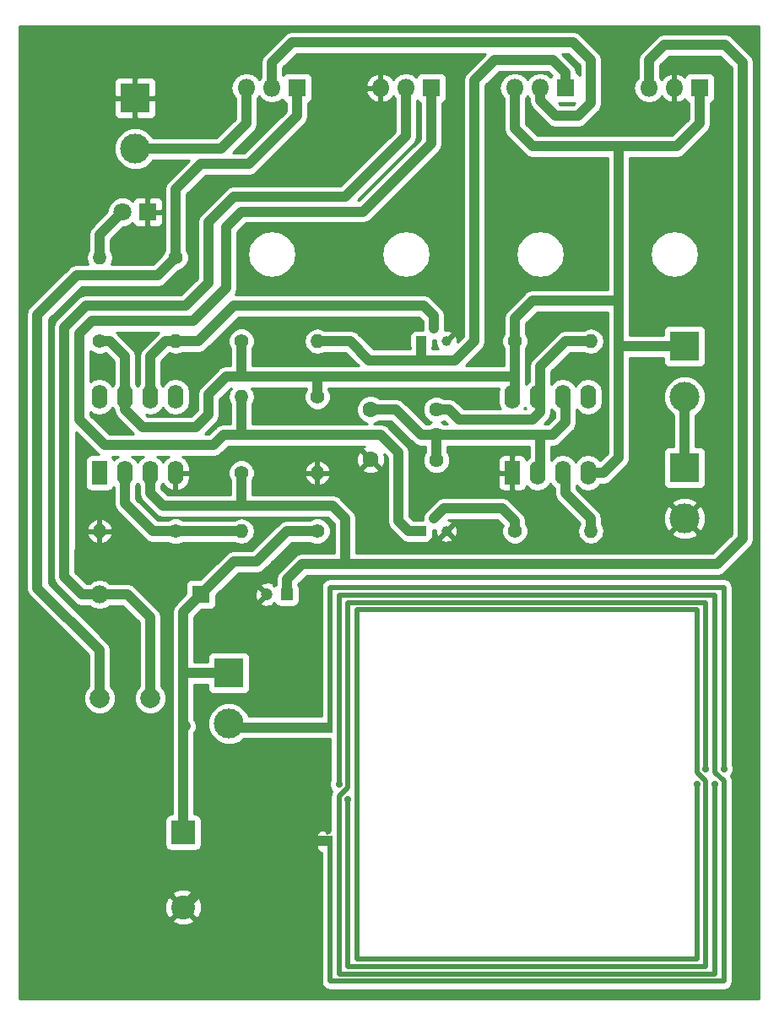
<source format=gbr>
%TF.GenerationSoftware,KiCad,Pcbnew,no-vcs-found-8c7175b~60~ubuntu14.04.1*%
%TF.CreationDate,2017-09-13T00:57:25-03:00*%
%TF.ProjectId,RFIDZapper,524649445A61707065722E6B69636164,rev?*%
%TF.SameCoordinates,Original*%
%TF.FileFunction,Copper,L2,Bot,Signal*%
%TF.FilePolarity,Positive*%
%FSLAX46Y46*%
G04 Gerber Fmt 4.6, Leading zero omitted, Abs format (unit mm)*
G04 Created by KiCad (PCBNEW no-vcs-found-8c7175b~60~ubuntu14.04.1) date Wed Sep 13 00:57:25 2017*
%MOMM*%
%LPD*%
G01*
G04 APERTURE LIST*
%TA.AperFunction,EtchedComponent*%
%ADD10C,0.500000*%
%TD*%
%TA.AperFunction,SMDPad,CuDef*%
%ADD11R,1.000000X1.000000*%
%TD*%
%TA.AperFunction,ComponentPad*%
%ADD12C,0.700000*%
%TD*%
%TA.AperFunction,ComponentPad*%
%ADD13R,3.000000X3.000000*%
%TD*%
%TA.AperFunction,ComponentPad*%
%ADD14C,3.000000*%
%TD*%
%TA.AperFunction,ComponentPad*%
%ADD15C,1.600000*%
%TD*%
%TA.AperFunction,ComponentPad*%
%ADD16C,1.200000*%
%TD*%
%TA.AperFunction,ComponentPad*%
%ADD17R,1.200000X1.200000*%
%TD*%
%TA.AperFunction,ComponentPad*%
%ADD18C,2.400000*%
%TD*%
%TA.AperFunction,ComponentPad*%
%ADD19R,2.400000X2.400000*%
%TD*%
%TA.AperFunction,ComponentPad*%
%ADD20R,1.800000X1.800000*%
%TD*%
%TA.AperFunction,ComponentPad*%
%ADD21O,1.800000X1.800000*%
%TD*%
%TA.AperFunction,ComponentPad*%
%ADD22C,1.800000*%
%TD*%
%TA.AperFunction,ComponentPad*%
%ADD23R,1.000000X1.000000*%
%TD*%
%TA.AperFunction,ComponentPad*%
%ADD24C,1.000000*%
%TD*%
%TA.AperFunction,ComponentPad*%
%ADD25C,1.400000*%
%TD*%
%TA.AperFunction,ComponentPad*%
%ADD26O,1.400000X1.400000*%
%TD*%
%TA.AperFunction,ComponentPad*%
%ADD27C,1.440000*%
%TD*%
%TA.AperFunction,ComponentPad*%
%ADD28C,1.998980*%
%TD*%
%TA.AperFunction,ComponentPad*%
%ADD29O,1.600000X2.400000*%
%TD*%
%TA.AperFunction,ComponentPad*%
%ADD30R,1.600000X2.400000*%
%TD*%
%TA.AperFunction,Conductor*%
%ADD31C,1.000000*%
%TD*%
%TA.AperFunction,Conductor*%
%ADD32C,0.254000*%
%TD*%
%TA.AperFunction,NonConductor*%
%ADD33C,0.254000*%
%TD*%
G04 APERTURE END LIST*
D10*
%TO.C,AE1*%
X169302000Y-113468000D02*
X170202000Y-112618000D01*
X207002000Y-111068000D02*
X207902000Y-111918000D01*
X205202000Y-111068000D02*
X206102000Y-111918000D01*
X169302000Y-113468000D02*
X169302000Y-131268000D01*
X170202000Y-94018000D02*
X170202000Y-112618000D01*
X170202000Y-130518000D02*
X170202000Y-113818000D01*
X171102000Y-94768000D02*
X171102000Y-129768000D01*
X169302000Y-93268000D02*
X169302000Y-112268000D01*
X205202000Y-129768000D02*
X205202000Y-112268000D01*
X206102000Y-130518000D02*
X206102000Y-111918000D01*
X207002000Y-131268000D02*
X207002000Y-112268000D01*
X171102000Y-129768000D02*
X205202000Y-129768000D01*
X170202000Y-130518000D02*
X206102000Y-130518000D01*
X207002000Y-131268000D02*
X169302000Y-131268000D01*
X171102000Y-94768000D02*
X205202000Y-94768000D01*
X170202000Y-94018000D02*
X206102000Y-94018000D01*
X205202000Y-94768000D02*
X205202000Y-111068000D01*
X206102000Y-94018000D02*
X206102000Y-110718000D01*
X207002000Y-93268000D02*
X169302000Y-93268000D01*
X207002000Y-93268000D02*
X207002000Y-111068000D01*
X207902000Y-92518000D02*
X207902000Y-110718000D01*
X207902000Y-132018000D02*
X207902000Y-111918000D01*
X168402000Y-92518000D02*
X207902000Y-92518000D01*
X168402000Y-132018000D02*
X207902000Y-132018000D01*
X168402000Y-117968000D02*
X168402000Y-132018000D01*
X168402000Y-106568000D02*
X168402000Y-92518000D01*
%TD*%
D11*
%TO.P,AE1,1*%
%TO.N,Net-(AE1-Pad1)*%
X168152000Y-106568000D03*
%TO.P,AE1,2*%
%TO.N,GNDPWR*%
X168152000Y-117968000D03*
D12*
%TO.P,AE1,*%
%TO.N,*%
X207902000Y-110718000D03*
X207002000Y-112268000D03*
X205202000Y-112268000D03*
X206102000Y-110718000D03*
X169302000Y-112268000D03*
X170202000Y-113818000D03*
%TD*%
D13*
%TO.P,BT1,1*%
%TO.N,/VCC*%
X203962000Y-80518000D03*
D14*
%TO.P,BT1,2*%
%TO.N,GNDPWR*%
X203962000Y-85598000D03*
%TD*%
D15*
%TO.P,C1,2*%
%TO.N,GNDPWR*%
X172466000Y-79676000D03*
%TO.P,C1,1*%
%TO.N,/THR*%
X172466000Y-74676000D03*
%TD*%
D16*
%TO.P,C2,2*%
%TO.N,GNDPWR*%
X162084000Y-93218000D03*
D17*
%TO.P,C2,1*%
%TO.N,Net-(C2-Pad1)*%
X164084000Y-93218000D03*
%TD*%
D18*
%TO.P,C3,2*%
%TO.N,GNDPWR*%
X153670000Y-124594000D03*
D19*
%TO.P,C3,1*%
%TO.N,Net-(C3-Pad1)*%
X153670000Y-117094000D03*
%TD*%
D20*
%TO.P,D1,1*%
%TO.N,Net-(D1-Pad1)*%
X165100000Y-42418000D03*
D21*
%TO.P,D1,2*%
%TO.N,C*%
X162560000Y-42418000D03*
%TO.P,D1,3*%
%TO.N,Net-(D1-Pad3)*%
X160020000Y-42418000D03*
%TD*%
D22*
%TO.P,D2,2*%
%TO.N,Net-(D2-Pad2)*%
X147574000Y-54864000D03*
D20*
%TO.P,D2,1*%
%TO.N,GNDPWR*%
X150114000Y-54864000D03*
%TD*%
D21*
%TO.P,D3,2*%
%TO.N,Net-(D3-Pad2)*%
X145288000Y-93218000D03*
D20*
%TO.P,D3,1*%
%TO.N,Net-(C3-Pad1)*%
X155448000Y-93218000D03*
%TD*%
D23*
%TO.P,Q1,1*%
%TO.N,A*%
X177546000Y-86868000D03*
D24*
%TO.P,Q1,3*%
%TO.N,GNDPWR*%
X180086000Y-86868000D03*
%TO.P,Q1,2*%
%TO.N,Net-(Q1-Pad2)*%
X178816000Y-85598000D03*
%TD*%
D21*
%TO.P,Q2,3*%
%TO.N,GNDPWR*%
X173482000Y-42418000D03*
%TO.P,Q2,2*%
%TO.N,Net-(D3-Pad2)*%
X176022000Y-42418000D03*
D20*
%TO.P,Q2,1*%
%TO.N,A*%
X178562000Y-42418000D03*
%TD*%
D23*
%TO.P,Q3,1*%
%TO.N,Net-(Q3-Pad1)*%
X177546000Y-67818000D03*
D24*
%TO.P,Q3,3*%
%TO.N,GNDPWR*%
X180086000Y-67818000D03*
%TO.P,Q3,2*%
%TO.N,Net-(Q3-Pad2)*%
X178816000Y-66548000D03*
%TD*%
D21*
%TO.P,Q4,3*%
%TO.N,/VDD*%
X186944000Y-42418000D03*
%TO.P,Q4,2*%
%TO.N,C*%
X189484000Y-42418000D03*
D20*
%TO.P,Q4,1*%
%TO.N,Net-(Q3-Pad1)*%
X192024000Y-42418000D03*
%TD*%
D25*
%TO.P,R1,1*%
%TO.N,/VDD*%
X186944000Y-67818000D03*
D26*
%TO.P,R1,2*%
%TO.N,/DIS*%
X194564000Y-67818000D03*
%TD*%
D27*
%TO.P,R2,3*%
%TO.N,/DIS*%
X179070000Y-74676000D03*
%TO.P,R2,2*%
%TO.N,/THR*%
X179070000Y-77216000D03*
%TO.P,R2,1*%
X179070000Y-79756000D03*
%TD*%
D26*
%TO.P,R3,2*%
%TO.N,Q*%
X194564000Y-86868000D03*
D25*
%TO.P,R3,1*%
%TO.N,Net-(Q1-Pad2)*%
X186944000Y-86868000D03*
%TD*%
D26*
%TO.P,R4,2*%
%TO.N,A*%
X159512000Y-73406000D03*
D25*
%TO.P,R4,1*%
%TO.N,/VDD*%
X167132000Y-73406000D03*
%TD*%
D26*
%TO.P,R5,2*%
%TO.N,GNDPWR*%
X167132000Y-81026000D03*
D25*
%TO.P,R5,1*%
%TO.N,Net-(C2-Pad1)*%
X159512000Y-81026000D03*
%TD*%
%TO.P,R6,1*%
%TO.N,Net-(D1-Pad1)*%
X152908000Y-59436000D03*
D26*
%TO.P,R6,2*%
%TO.N,Net-(D2-Pad2)*%
X145288000Y-59436000D03*
%TD*%
D25*
%TO.P,R7,1*%
%TO.N,/VDD*%
X145288000Y-67818000D03*
D26*
%TO.P,R7,2*%
%TO.N,Net-(Q3-Pad2)*%
X152908000Y-67818000D03*
%TD*%
D25*
%TO.P,R8,1*%
%TO.N,Net-(C3-Pad1)*%
X167132000Y-86868000D03*
D26*
%TO.P,R8,2*%
%TO.N,B*%
X159512000Y-86868000D03*
%TD*%
%TO.P,R9,2*%
%TO.N,GNDPWR*%
X145288000Y-86868000D03*
D25*
%TO.P,R9,1*%
%TO.N,B*%
X152908000Y-86868000D03*
%TD*%
D26*
%TO.P,R10,2*%
%TO.N,Net-(Q3-Pad1)*%
X167132000Y-67818000D03*
D25*
%TO.P,R10,1*%
%TO.N,/VDD*%
X159512000Y-67818000D03*
%TD*%
D13*
%TO.P,SW_SPST1,1*%
%TO.N,/VCC*%
X203962000Y-68326000D03*
D14*
%TO.P,SW_SPST1,2*%
%TO.N,/VDD*%
X203962000Y-73406000D03*
%TD*%
%TO.P,SW_SPST2,2*%
%TO.N,Net-(D1-Pad3)*%
X148844000Y-48514000D03*
D13*
%TO.P,SW_SPST2,1*%
%TO.N,GNDPWR*%
X148844000Y-43434000D03*
%TD*%
D14*
%TO.P,SW_SPST3,2*%
%TO.N,Net-(AE1-Pad1)*%
X158242000Y-106172000D03*
D13*
%TO.P,SW_SPST3,1*%
%TO.N,Net-(C3-Pad1)*%
X158242000Y-101092000D03*
%TD*%
D20*
%TO.P,U2,1*%
%TO.N,/VDD*%
X205486000Y-42418000D03*
D21*
%TO.P,U2,2*%
%TO.N,GNDPWR*%
X202946000Y-42418000D03*
%TO.P,U2,3*%
%TO.N,Net-(C2-Pad1)*%
X200406000Y-42418000D03*
%TD*%
D28*
%TO.P,L1,2*%
%TO.N,Net-(D3-Pad2)*%
X150368000Y-103632000D03*
%TO.P,L1,1*%
%TO.N,Net-(D1-Pad1)*%
X145288000Y-103632000D03*
%TD*%
D29*
%TO.P,U3,8*%
%TO.N,Net-(U3-Pad8)*%
X145288000Y-73406000D03*
%TO.P,U3,4*%
%TO.N,GNDPWR*%
X152908000Y-81026000D03*
%TO.P,U3,7*%
%TO.N,/VDD*%
X147828000Y-73406000D03*
%TO.P,U3,3*%
%TO.N,Net-(C2-Pad1)*%
X150368000Y-81026000D03*
%TO.P,U3,6*%
%TO.N,Net-(Q3-Pad2)*%
X150368000Y-73406000D03*
%TO.P,U3,2*%
%TO.N,B*%
X147828000Y-81026000D03*
%TO.P,U3,5*%
%TO.N,Net-(U3-Pad5)*%
X152908000Y-73406000D03*
D30*
%TO.P,U3,1*%
%TO.N,Net-(U3-Pad1)*%
X145288000Y-81026000D03*
%TD*%
D29*
%TO.P,U1,8*%
%TO.N,/VDD*%
X186690000Y-73406000D03*
%TO.P,U1,4*%
X194310000Y-81026000D03*
%TO.P,U1,7*%
%TO.N,/DIS*%
X189230000Y-73406000D03*
%TO.P,U1,3*%
%TO.N,Q*%
X191770000Y-81026000D03*
%TO.P,U1,6*%
%TO.N,/THR*%
X191770000Y-73406000D03*
%TO.P,U1,2*%
X189230000Y-81026000D03*
%TO.P,U1,5*%
%TO.N,Net-(U1-Pad5)*%
X194310000Y-73406000D03*
D30*
%TO.P,U1,1*%
%TO.N,GNDPWR*%
X186690000Y-81026000D03*
%TD*%
D31*
%TO.N,Net-(AE1-Pad1)*%
X168152000Y-106568000D02*
X158638000Y-106568000D01*
X158638000Y-106568000D02*
X158242000Y-106172000D01*
X158354000Y-106060000D02*
X158242000Y-106172000D01*
%TO.N,GNDPWR*%
X168152000Y-117968000D02*
X160296000Y-117968000D01*
X160296000Y-117968000D02*
X153670000Y-124594000D01*
%TO.N,Net-(C2-Pad1)*%
X171958000Y-90170000D02*
X165608000Y-90170000D01*
X164084000Y-91694000D02*
X164084000Y-93218000D01*
X165608000Y-90170000D02*
X164084000Y-91694000D01*
X175260000Y-90170000D02*
X171958000Y-90170000D01*
X200406000Y-42418000D02*
X200406000Y-39624000D01*
X207264000Y-90170000D02*
X204724000Y-90170000D01*
X209804000Y-87630000D02*
X207264000Y-90170000D01*
X209804000Y-39878000D02*
X209804000Y-87630000D01*
X208026000Y-38100000D02*
X209804000Y-39878000D01*
X201930000Y-38100000D02*
X208026000Y-38100000D01*
X200406000Y-39624000D02*
X201930000Y-38100000D01*
X204724000Y-90170000D02*
X175260000Y-90170000D01*
X175260000Y-90170000D02*
X170180000Y-90170000D01*
X170180000Y-90170000D02*
X169926000Y-90170000D01*
X163068000Y-84328000D02*
X159766000Y-84328000D01*
X168656000Y-84328000D02*
X169926000Y-85598000D01*
X169926000Y-85598000D02*
X169926000Y-89408000D01*
X163068000Y-84328000D02*
X168656000Y-84328000D01*
X169926000Y-90170000D02*
X169926000Y-89408000D01*
X159512000Y-81026000D02*
X159512000Y-84328000D01*
X159512000Y-84328000D02*
X159766000Y-84328000D01*
X150368000Y-81026000D02*
X150368000Y-83058000D01*
X155194000Y-84328000D02*
X153416000Y-84328000D01*
X155702000Y-84328000D02*
X155194000Y-84328000D01*
X159766000Y-84328000D02*
X155702000Y-84328000D01*
X151638000Y-84328000D02*
X153416000Y-84328000D01*
X150368000Y-83058000D02*
X151638000Y-84328000D01*
%TO.N,Net-(C3-Pad1)*%
X158242000Y-101092000D02*
X153670000Y-101092000D01*
X153670000Y-106426000D02*
X153924000Y-106426000D01*
X153924000Y-106426000D02*
X153670000Y-106426000D01*
X153670000Y-117094000D02*
X153670000Y-106426000D01*
X153670000Y-106426000D02*
X153670000Y-101092000D01*
X153670000Y-101092000D02*
X153670000Y-94996000D01*
X158750000Y-89916000D02*
X159512000Y-89916000D01*
X153670000Y-94996000D02*
X158750000Y-89916000D01*
X167132000Y-86868000D02*
X164084000Y-86868000D01*
X161036000Y-89916000D02*
X159512000Y-89916000D01*
X164084000Y-86868000D02*
X161036000Y-89916000D01*
%TO.N,Net-(D1-Pad1)*%
X155448000Y-50038000D02*
X160274000Y-50038000D01*
X152908000Y-52578000D02*
X155448000Y-50038000D01*
X139065000Y-92583000D02*
X139065000Y-65151000D01*
X139065000Y-65151000D02*
X141224000Y-62992000D01*
X143002000Y-61214000D02*
X141224000Y-62992000D01*
X151130000Y-61214000D02*
X143002000Y-61214000D01*
X152908000Y-59436000D02*
X151130000Y-61214000D01*
X145288000Y-98806000D02*
X139065000Y-92583000D01*
X145288000Y-98806000D02*
X145288000Y-103632000D01*
X152908000Y-59436000D02*
X152908000Y-52578000D01*
X160274000Y-50038000D02*
X165100000Y-45212000D01*
X165100000Y-45212000D02*
X165100000Y-42418000D01*
%TO.N,C*%
X162560000Y-42418000D02*
X162560000Y-39878000D01*
X192786000Y-37846000D02*
X172974000Y-37846000D01*
X189484000Y-43688000D02*
X191008000Y-45212000D01*
X191008000Y-45212000D02*
X193294000Y-45212000D01*
X193294000Y-45212000D02*
X194564000Y-43942000D01*
X194564000Y-43942000D02*
X194564000Y-39624000D01*
X194564000Y-39624000D02*
X192786000Y-37846000D01*
X189484000Y-42418000D02*
X189484000Y-43688000D01*
X162560000Y-39878000D02*
X164592000Y-37846000D01*
X164592000Y-37846000D02*
X172974000Y-37846000D01*
%TO.N,Net-(D1-Pad3)*%
X160020000Y-42418000D02*
X160020000Y-45974000D01*
X157480000Y-48514000D02*
X153416000Y-48514000D01*
X160020000Y-45974000D02*
X157480000Y-48514000D01*
X148844000Y-48514000D02*
X153416000Y-48514000D01*
%TO.N,Net-(D2-Pad2)*%
X145288000Y-59436000D02*
X145288000Y-57150000D01*
X145288000Y-57150000D02*
X147574000Y-54864000D01*
%TO.N,Net-(D3-Pad2)*%
X169926000Y-53340000D02*
X170688000Y-52578000D01*
X158750000Y-53340000D02*
X169926000Y-53340000D01*
X158242000Y-53848000D02*
X158750000Y-53340000D01*
X145288000Y-93218000D02*
X143510000Y-93218000D01*
X141732000Y-88646000D02*
X141755998Y-88646000D01*
X141732000Y-91440000D02*
X141732000Y-88646000D01*
X143510000Y-93218000D02*
X141732000Y-91440000D01*
X150368000Y-103632000D02*
X150368000Y-95504000D01*
X148082000Y-93218000D02*
X145288000Y-93218000D01*
X150368000Y-95504000D02*
X148082000Y-93218000D01*
X147320000Y-64262000D02*
X143928676Y-64262000D01*
X143928676Y-64262000D02*
X141755998Y-66434678D01*
X141755998Y-66434678D02*
X141755998Y-88646000D01*
X156210000Y-61976000D02*
X153900002Y-64285998D01*
X156210000Y-55880000D02*
X156210000Y-61976000D01*
X158242000Y-53848000D02*
X156210000Y-55880000D01*
X145518002Y-64262000D02*
X145518002Y-64285998D01*
X145518002Y-64285998D02*
X145518002Y-64262000D01*
X152400000Y-64285998D02*
X152400000Y-64262000D01*
X153900002Y-64285998D02*
X152400000Y-64285998D01*
X152400000Y-64262000D02*
X147320000Y-64262000D01*
X147320000Y-64262000D02*
X145518002Y-64262000D01*
X176022000Y-47244000D02*
X170688000Y-52578000D01*
X176022000Y-42418000D02*
X176022000Y-47244000D01*
X152400000Y-64262000D02*
X152400000Y-64262000D01*
%TO.N,Net-(Q1-Pad2)*%
X178816000Y-85598000D02*
X179832000Y-84582000D01*
X186944000Y-85852000D02*
X186944000Y-86868000D01*
X185674000Y-84582000D02*
X186944000Y-85852000D01*
X184150000Y-84582000D02*
X185674000Y-84582000D01*
X179832000Y-84582000D02*
X184150000Y-84582000D01*
%TO.N,A*%
X171727998Y-54840002D02*
X173482000Y-53086000D01*
X159535998Y-54840002D02*
X171727998Y-54840002D01*
X157988000Y-56388000D02*
X159535998Y-54840002D01*
X157988000Y-57658000D02*
X157988000Y-56388000D01*
X152654000Y-65786000D02*
X154686000Y-65786000D01*
X157988000Y-62484000D02*
X157988000Y-57658000D01*
X154686000Y-65786000D02*
X157988000Y-62484000D01*
X146558000Y-78232000D02*
X145796000Y-78232000D01*
X145796000Y-78232000D02*
X143256000Y-75692000D01*
X143256000Y-67056000D02*
X143764000Y-66548000D01*
X143256000Y-75692000D02*
X143256000Y-67056000D01*
X147828000Y-65786000D02*
X144526000Y-65786000D01*
X144526000Y-65786000D02*
X143764000Y-66548000D01*
X152146000Y-65786000D02*
X152654000Y-65786000D01*
X178562000Y-48006000D02*
X173482000Y-53086000D01*
X178562000Y-42418000D02*
X178562000Y-48006000D01*
X152146000Y-65786000D02*
X147828000Y-65786000D01*
X159512000Y-77216000D02*
X157734000Y-77216000D01*
X157734000Y-77216000D02*
X156718000Y-78232000D01*
X156718000Y-78232000D02*
X146558000Y-78232000D01*
X177546000Y-86868000D02*
X176276000Y-86868000D01*
X173482000Y-77216000D02*
X175260000Y-78994000D01*
X159512000Y-77216000D02*
X159512000Y-73406000D01*
X159512000Y-77216000D02*
X173482000Y-77216000D01*
X175260000Y-85852000D02*
X175260000Y-78994000D01*
X176276000Y-86868000D02*
X175260000Y-85852000D01*
%TO.N,Net-(Q3-Pad1)*%
X167132000Y-67818000D02*
X170434000Y-67818000D01*
X170434000Y-67818000D02*
X172339000Y-69723000D01*
X192024000Y-42418000D02*
X192024000Y-40894000D01*
X180975000Y-69723000D02*
X182880000Y-67818000D01*
X182880000Y-67818000D02*
X182880000Y-41656000D01*
X182880000Y-41656000D02*
X184912000Y-39624000D01*
X184912000Y-39624000D02*
X190754000Y-39624000D01*
X180975000Y-69723000D02*
X180594000Y-69723000D01*
X192024000Y-40894000D02*
X190754000Y-39624000D01*
X180594000Y-69723000D02*
X180086000Y-69723000D01*
X180086000Y-69723000D02*
X172339000Y-69723000D01*
X177546000Y-67818000D02*
X177546000Y-69723000D01*
X177546000Y-69723000D02*
X180594000Y-69723000D01*
X177546000Y-69723000D02*
X177546000Y-69596000D01*
X177546000Y-69596000D02*
X177546000Y-69723000D01*
%TO.N,Net-(Q3-Pad2)*%
X162560000Y-64262000D02*
X158750000Y-64262000D01*
X158750000Y-64262000D02*
X155194000Y-67818000D01*
X152908000Y-67818000D02*
X155194000Y-67818000D01*
X178816000Y-66548000D02*
X178816000Y-65278000D01*
X178816000Y-65278000D02*
X177800000Y-64262000D01*
X177800000Y-64262000D02*
X162560000Y-64262000D01*
X150368000Y-73406000D02*
X150368000Y-69342000D01*
X151892000Y-67818000D02*
X152908000Y-67818000D01*
X150368000Y-69342000D02*
X151892000Y-67818000D01*
%TO.N,Q*%
X194564000Y-86868000D02*
X194564000Y-85598000D01*
X194564000Y-85598000D02*
X192024000Y-83058000D01*
X192024000Y-81026000D02*
X192024000Y-83058000D01*
%TO.N,B*%
X159512000Y-86868000D02*
X152908000Y-86868000D01*
X147828000Y-81026000D02*
X147828000Y-84074000D01*
X150622000Y-86868000D02*
X152908000Y-86868000D01*
X147828000Y-84074000D02*
X150622000Y-86868000D01*
%TO.N,/VCC*%
X203962000Y-80518000D02*
X203962000Y-73406000D01*
%TO.N,/THR*%
X179070000Y-77216000D02*
X177546000Y-77216000D01*
X175006000Y-74676000D02*
X172466000Y-74676000D01*
X177546000Y-77216000D02*
X175006000Y-74676000D01*
X192024000Y-73406000D02*
X192024000Y-75946000D01*
X190754000Y-77216000D02*
X189484000Y-77216000D01*
X192024000Y-75946000D02*
X190754000Y-77216000D01*
X189484000Y-81026000D02*
X189484000Y-77216000D01*
X189484000Y-77216000D02*
X189230000Y-77216000D01*
X179070000Y-77216000D02*
X189230000Y-77216000D01*
X179070000Y-77216000D02*
X179070000Y-79756000D01*
%TO.N,/VDD*%
X186944000Y-42418000D02*
X186944000Y-46482000D01*
X188722000Y-48260000D02*
X197358000Y-48260000D01*
X186944000Y-46482000D02*
X188722000Y-48260000D01*
X159512000Y-67818000D02*
X159512000Y-71374000D01*
X159512000Y-71374000D02*
X159512000Y-71120000D01*
X159512000Y-71120000D02*
X159512000Y-71374000D01*
X205486000Y-42418000D02*
X205486000Y-45974000D01*
X203200000Y-48260000D02*
X197358000Y-48260000D01*
X205486000Y-45974000D02*
X203200000Y-48260000D01*
X147828000Y-73406000D02*
X147828000Y-74676000D01*
X157988000Y-71374000D02*
X156210000Y-73152000D01*
X156210000Y-73152000D02*
X156210000Y-75184000D01*
X156210000Y-75184000D02*
X154940000Y-76454000D01*
X154940000Y-76454000D02*
X150622000Y-76454000D01*
X157988000Y-71374000D02*
X159512000Y-71374000D01*
X159512000Y-71374000D02*
X169672000Y-71374000D01*
X149606000Y-76454000D02*
X150622000Y-76454000D01*
X147828000Y-74676000D02*
X149606000Y-76454000D01*
X167132000Y-71374000D02*
X169672000Y-71374000D01*
X169672000Y-71374000D02*
X186944000Y-71374000D01*
X186944000Y-71374000D02*
X186944000Y-71120000D01*
X167132000Y-71374000D02*
X167132000Y-73406000D01*
X147828000Y-73406000D02*
X147828000Y-69342000D01*
X146304000Y-67818000D02*
X145288000Y-67818000D01*
X147828000Y-69342000D02*
X146304000Y-67818000D01*
X186944000Y-65786000D02*
X186944000Y-65532000D01*
X186944000Y-65532000D02*
X188722000Y-63754000D01*
X196342000Y-63754000D02*
X197358000Y-63754000D01*
X196342000Y-63754000D02*
X188722000Y-63754000D01*
X203962000Y-68326000D02*
X197358000Y-68326000D01*
X197358000Y-48260000D02*
X197358000Y-48514000D01*
X197358000Y-48514000D02*
X197358000Y-63754000D01*
X197358000Y-63754000D02*
X197358000Y-68326000D01*
X197358000Y-79502000D02*
X195834000Y-81026000D01*
X194564000Y-81026000D02*
X195834000Y-81026000D01*
X197358000Y-68326000D02*
X197358000Y-79502000D01*
X186944000Y-67818000D02*
X186944000Y-65786000D01*
X186944000Y-73406000D02*
X186944000Y-71120000D01*
X186944000Y-71120000D02*
X186944000Y-67818000D01*
%TO.N,/DIS*%
X183896000Y-75692000D02*
X181356000Y-75692000D01*
X180340000Y-74676000D02*
X179070000Y-74676000D01*
X181356000Y-75692000D02*
X180340000Y-74676000D01*
X189484000Y-73406000D02*
X189484000Y-74930000D01*
X188722000Y-75692000D02*
X183896000Y-75692000D01*
X189484000Y-74930000D02*
X188722000Y-75692000D01*
X189484000Y-73406000D02*
X189484000Y-70358000D01*
X192024000Y-67818000D02*
X194564000Y-67818000D01*
X189484000Y-70358000D02*
X192024000Y-67818000D01*
%TD*%
D32*
%TO.N,GNDPWR*%
G36*
X211455000Y-133731000D02*
X137287000Y-133731000D01*
X137287000Y-125891175D01*
X152552430Y-125891175D01*
X152675565Y-126178788D01*
X153357734Y-126438707D01*
X154087443Y-126417786D01*
X154664435Y-126178788D01*
X154787570Y-125891175D01*
X153670000Y-124773605D01*
X152552430Y-125891175D01*
X137287000Y-125891175D01*
X137287000Y-124281734D01*
X151825293Y-124281734D01*
X151846214Y-125011443D01*
X152085212Y-125588435D01*
X152372825Y-125711570D01*
X153490395Y-124594000D01*
X153849605Y-124594000D01*
X154967175Y-125711570D01*
X155254788Y-125588435D01*
X155514707Y-124906266D01*
X155493786Y-124176557D01*
X155254788Y-123599565D01*
X154967175Y-123476430D01*
X153849605Y-124594000D01*
X153490395Y-124594000D01*
X152372825Y-123476430D01*
X152085212Y-123599565D01*
X151825293Y-124281734D01*
X137287000Y-124281734D01*
X137287000Y-123296825D01*
X152552430Y-123296825D01*
X153670000Y-124414395D01*
X154787570Y-123296825D01*
X154664435Y-123009212D01*
X153982266Y-122749293D01*
X153252557Y-122770214D01*
X152675565Y-123009212D01*
X152552430Y-123296825D01*
X137287000Y-123296825D01*
X137287000Y-115894000D01*
X151822560Y-115894000D01*
X151822560Y-118294000D01*
X151871843Y-118541765D01*
X152012191Y-118751809D01*
X152222235Y-118892157D01*
X152470000Y-118941440D01*
X154870000Y-118941440D01*
X155117765Y-118892157D01*
X155327809Y-118751809D01*
X155468157Y-118541765D01*
X155517440Y-118294000D01*
X155517440Y-115894000D01*
X155468157Y-115646235D01*
X155327809Y-115436191D01*
X155117765Y-115295843D01*
X154870000Y-115246560D01*
X154805000Y-115246560D01*
X154805000Y-107111181D01*
X154972603Y-106860346D01*
X155025420Y-106594815D01*
X156106630Y-106594815D01*
X156430980Y-107379800D01*
X157031041Y-107980909D01*
X157815459Y-108306628D01*
X158664815Y-108307370D01*
X159449800Y-107983020D01*
X159730309Y-107703000D01*
X167589459Y-107703000D01*
X167652000Y-107715440D01*
X168417000Y-107715440D01*
X168417000Y-111830799D01*
X168317172Y-112071212D01*
X168316830Y-112463069D01*
X168466471Y-112825229D01*
X168598910Y-112957899D01*
X168587170Y-112975468D01*
X168494373Y-113106112D01*
X168491507Y-113118639D01*
X168484367Y-113129325D01*
X168453105Y-113286487D01*
X168417360Y-113442725D01*
X168419507Y-113455398D01*
X168417000Y-113468000D01*
X168417000Y-116853750D01*
X168279000Y-116991750D01*
X168279000Y-117107466D01*
X168063325Y-117150367D01*
X168025000Y-117175975D01*
X168025000Y-116991750D01*
X167866250Y-116833000D01*
X167525691Y-116833000D01*
X167292302Y-116929673D01*
X167113673Y-117108301D01*
X167017000Y-117341690D01*
X167017000Y-117682250D01*
X167175750Y-117841000D01*
X167542262Y-117841000D01*
X167517000Y-117968000D01*
X167517000Y-118095000D01*
X167175750Y-118095000D01*
X167017000Y-118253750D01*
X167017000Y-118594310D01*
X167113673Y-118827699D01*
X167292302Y-119006327D01*
X167517000Y-119099400D01*
X167517000Y-132018000D01*
X167584367Y-132356675D01*
X167776210Y-132643790D01*
X168063325Y-132835633D01*
X168402000Y-132903000D01*
X207902000Y-132903000D01*
X208240675Y-132835633D01*
X208527790Y-132643790D01*
X208719633Y-132356675D01*
X208787000Y-132018000D01*
X208787000Y-111918000D01*
X208784493Y-111905398D01*
X208786640Y-111892725D01*
X208750895Y-111736487D01*
X208719633Y-111579325D01*
X208712493Y-111568639D01*
X208709627Y-111556112D01*
X208616830Y-111425468D01*
X208605100Y-111407913D01*
X208736555Y-111276686D01*
X208886828Y-110914788D01*
X208887170Y-110522931D01*
X208787000Y-110280500D01*
X208787000Y-92518000D01*
X208719633Y-92179325D01*
X208527790Y-91892210D01*
X208240675Y-91700367D01*
X207902000Y-91633000D01*
X168402000Y-91633000D01*
X168063325Y-91700367D01*
X167776210Y-91892210D01*
X167584367Y-92179325D01*
X167517000Y-92518000D01*
X167517000Y-105433000D01*
X160246725Y-105433000D01*
X160053020Y-104964200D01*
X159452959Y-104363091D01*
X158668541Y-104037372D01*
X157819185Y-104036630D01*
X157034200Y-104360980D01*
X156433091Y-104961041D01*
X156107372Y-105745459D01*
X156106630Y-106594815D01*
X155025420Y-106594815D01*
X155059000Y-106426000D01*
X154972603Y-105991654D01*
X154805000Y-105740819D01*
X154805000Y-102227000D01*
X156094560Y-102227000D01*
X156094560Y-102592000D01*
X156143843Y-102839765D01*
X156284191Y-103049809D01*
X156494235Y-103190157D01*
X156742000Y-103239440D01*
X159742000Y-103239440D01*
X159989765Y-103190157D01*
X160199809Y-103049809D01*
X160340157Y-102839765D01*
X160389440Y-102592000D01*
X160389440Y-99592000D01*
X160340157Y-99344235D01*
X160199809Y-99134191D01*
X159989765Y-98993843D01*
X159742000Y-98944560D01*
X156742000Y-98944560D01*
X156494235Y-98993843D01*
X156284191Y-99134191D01*
X156143843Y-99344235D01*
X156094560Y-99592000D01*
X156094560Y-99957000D01*
X154805000Y-99957000D01*
X154805000Y-95466132D01*
X155505692Y-94765440D01*
X156348000Y-94765440D01*
X156595765Y-94716157D01*
X156805809Y-94575809D01*
X156946157Y-94365765D01*
X156995440Y-94118000D01*
X156995440Y-93275692D01*
X157222096Y-93049036D01*
X160836193Y-93049036D01*
X160866518Y-93539413D01*
X160995836Y-93851617D01*
X161221265Y-93901130D01*
X161904395Y-93218000D01*
X161221265Y-92534870D01*
X160995836Y-92584383D01*
X160836193Y-93049036D01*
X157222096Y-93049036D01*
X159220132Y-91051000D01*
X161036000Y-91051000D01*
X161470346Y-90964603D01*
X161838566Y-90718566D01*
X164554132Y-88003000D01*
X166384193Y-88003000D01*
X166865287Y-88202768D01*
X167396383Y-88203231D01*
X167887229Y-88000418D01*
X168263098Y-87625204D01*
X168466768Y-87134713D01*
X168467231Y-86603617D01*
X168264418Y-86112771D01*
X167889204Y-85736902D01*
X167398713Y-85533232D01*
X166867617Y-85532769D01*
X166383020Y-85733000D01*
X164084000Y-85733000D01*
X163649654Y-85819397D01*
X163493087Y-85924012D01*
X163281434Y-86065434D01*
X160565868Y-88781000D01*
X158750000Y-88781000D01*
X158315654Y-88867397D01*
X158064819Y-89035000D01*
X157947434Y-89113434D01*
X155390308Y-91670560D01*
X154548000Y-91670560D01*
X154300235Y-91719843D01*
X154090191Y-91860191D01*
X153949843Y-92070235D01*
X153900560Y-92318000D01*
X153900560Y-93160308D01*
X152867434Y-94193434D01*
X152621397Y-94561654D01*
X152535000Y-94996000D01*
X152535000Y-115246560D01*
X152470000Y-115246560D01*
X152222235Y-115295843D01*
X152012191Y-115436191D01*
X151871843Y-115646235D01*
X151822560Y-115894000D01*
X137287000Y-115894000D01*
X137287000Y-65151000D01*
X137930000Y-65151000D01*
X137930000Y-92583000D01*
X138016397Y-93017346D01*
X138138688Y-93200367D01*
X138262434Y-93385566D01*
X144153000Y-99276132D01*
X144153000Y-102455516D01*
X143903154Y-102704927D01*
X143653794Y-103305453D01*
X143653226Y-103955694D01*
X143901538Y-104556655D01*
X144360927Y-105016846D01*
X144961453Y-105266206D01*
X145611694Y-105266774D01*
X146212655Y-105018462D01*
X146672846Y-104559073D01*
X146922206Y-103958547D01*
X146922774Y-103308306D01*
X146674462Y-102707345D01*
X146423000Y-102455444D01*
X146423000Y-98806000D01*
X146336603Y-98371654D01*
X146090566Y-98003434D01*
X140200000Y-92112868D01*
X140200000Y-65621132D01*
X143472132Y-62349000D01*
X151130000Y-62349000D01*
X151564346Y-62262603D01*
X151932566Y-62016566D01*
X153181786Y-60767346D01*
X153663229Y-60568418D01*
X154039098Y-60193204D01*
X154242768Y-59702713D01*
X154243231Y-59171617D01*
X154043000Y-58687020D01*
X154043000Y-53048132D01*
X155918133Y-51173000D01*
X160274000Y-51173000D01*
X160708346Y-51086603D01*
X161076566Y-50840566D01*
X165902566Y-46014566D01*
X166148604Y-45646345D01*
X166235000Y-45212000D01*
X166235000Y-43918696D01*
X166247765Y-43916157D01*
X166457809Y-43775809D01*
X166598157Y-43565765D01*
X166647440Y-43318000D01*
X166647440Y-42782740D01*
X171990964Y-42782740D01*
X172169760Y-43214417D01*
X172574424Y-43655966D01*
X173117258Y-43909046D01*
X173355000Y-43788997D01*
X173355000Y-42545000D01*
X172111622Y-42545000D01*
X171990964Y-42782740D01*
X166647440Y-42782740D01*
X166647440Y-42053260D01*
X171990964Y-42053260D01*
X172111622Y-42291000D01*
X173355000Y-42291000D01*
X173355000Y-41047003D01*
X173117258Y-40926954D01*
X172574424Y-41180034D01*
X172169760Y-41621583D01*
X171990964Y-42053260D01*
X166647440Y-42053260D01*
X166647440Y-41518000D01*
X166598157Y-41270235D01*
X166457809Y-41060191D01*
X166247765Y-40919843D01*
X166000000Y-40870560D01*
X164200000Y-40870560D01*
X163952235Y-40919843D01*
X163742191Y-41060191D01*
X163695000Y-41130817D01*
X163695000Y-40348132D01*
X165062132Y-38981000D01*
X183949868Y-38981000D01*
X182077434Y-40853434D01*
X181831397Y-41221654D01*
X181745000Y-41656000D01*
X181745000Y-67347868D01*
X181227216Y-67865652D01*
X181202217Y-67512625D01*
X181091217Y-67244648D01*
X180876104Y-67207501D01*
X180265605Y-67818000D01*
X180279748Y-67832143D01*
X180100143Y-68011748D01*
X180086000Y-67997605D01*
X180071858Y-68011748D01*
X179892253Y-67832143D01*
X179906395Y-67818000D01*
X179892253Y-67803858D01*
X180071858Y-67624253D01*
X180086000Y-67638395D01*
X180696499Y-67027896D01*
X180659352Y-66812783D01*
X180231028Y-66669888D01*
X179950877Y-66689727D01*
X179951197Y-66323225D01*
X179951000Y-66322748D01*
X179951000Y-65278000D01*
X179864603Y-64843654D01*
X179618566Y-64475434D01*
X178602566Y-63459434D01*
X178393372Y-63319655D01*
X178234346Y-63213397D01*
X177800000Y-63127000D01*
X158897185Y-63127000D01*
X159036603Y-62918346D01*
X159123000Y-62484000D01*
X159123000Y-59078000D01*
X160128275Y-59078000D01*
X160309822Y-59990700D01*
X160826825Y-60764450D01*
X161600575Y-61281453D01*
X162513275Y-61463000D01*
X162606725Y-61463000D01*
X163519425Y-61281453D01*
X164293175Y-60764450D01*
X164810178Y-59990700D01*
X164991725Y-59078000D01*
X173590275Y-59078000D01*
X173771822Y-59990700D01*
X174288825Y-60764450D01*
X175062575Y-61281453D01*
X175975275Y-61463000D01*
X176068725Y-61463000D01*
X176981425Y-61281453D01*
X177755175Y-60764450D01*
X178272178Y-59990700D01*
X178453725Y-59078000D01*
X178272178Y-58165300D01*
X177755175Y-57391550D01*
X176981425Y-56874547D01*
X176068725Y-56693000D01*
X175975275Y-56693000D01*
X175062575Y-56874547D01*
X174288825Y-57391550D01*
X173771822Y-58165300D01*
X173590275Y-59078000D01*
X164991725Y-59078000D01*
X164810178Y-58165300D01*
X164293175Y-57391550D01*
X163519425Y-56874547D01*
X162606725Y-56693000D01*
X162513275Y-56693000D01*
X161600575Y-56874547D01*
X160826825Y-57391550D01*
X160309822Y-58165300D01*
X160128275Y-59078000D01*
X159123000Y-59078000D01*
X159123000Y-56858132D01*
X160006130Y-55975002D01*
X171727998Y-55975002D01*
X172162344Y-55888605D01*
X172530564Y-55642568D01*
X179364566Y-48808566D01*
X179440886Y-48694345D01*
X179610603Y-48440346D01*
X179697000Y-48006000D01*
X179697000Y-43918696D01*
X179709765Y-43916157D01*
X179919809Y-43775809D01*
X180060157Y-43565765D01*
X180109440Y-43318000D01*
X180109440Y-41518000D01*
X180060157Y-41270235D01*
X179919809Y-41060191D01*
X179709765Y-40919843D01*
X179462000Y-40870560D01*
X177662000Y-40870560D01*
X177414235Y-40919843D01*
X177204191Y-41060191D01*
X177063843Y-41270235D01*
X177061534Y-41281845D01*
X176639491Y-40999845D01*
X176052072Y-40883000D01*
X175991928Y-40883000D01*
X175404509Y-40999845D01*
X174906519Y-41332591D01*
X174747499Y-41570582D01*
X174389576Y-41180034D01*
X173846742Y-40926954D01*
X173609000Y-41047003D01*
X173609000Y-42291000D01*
X173629000Y-42291000D01*
X173629000Y-42545000D01*
X173609000Y-42545000D01*
X173609000Y-43788997D01*
X173846742Y-43909046D01*
X174389576Y-43655966D01*
X174747499Y-43265418D01*
X174887000Y-43474197D01*
X174887000Y-46773868D01*
X169455868Y-52205000D01*
X158750000Y-52205000D01*
X158355687Y-52283434D01*
X158315654Y-52291397D01*
X157947433Y-52537434D01*
X157439434Y-53045434D01*
X155407434Y-55077434D01*
X155161397Y-55445654D01*
X155075000Y-55880000D01*
X155075000Y-61505867D01*
X153429870Y-63150998D01*
X152520646Y-63150998D01*
X152400000Y-63127000D01*
X143928676Y-63127000D01*
X143494331Y-63213396D01*
X143126110Y-63459434D01*
X140953432Y-65632112D01*
X140707395Y-66000332D01*
X140620998Y-66434678D01*
X140620998Y-88525354D01*
X140597000Y-88646000D01*
X140597000Y-91440000D01*
X140683397Y-91874346D01*
X140853114Y-92128345D01*
X140929434Y-92242566D01*
X142707434Y-94020566D01*
X143075654Y-94266603D01*
X143510000Y-94353000D01*
X144246737Y-94353000D01*
X144670509Y-94636155D01*
X145257928Y-94753000D01*
X145318072Y-94753000D01*
X145905491Y-94636155D01*
X146329263Y-94353000D01*
X147611868Y-94353000D01*
X149233000Y-95974132D01*
X149233000Y-102455516D01*
X148983154Y-102704927D01*
X148733794Y-103305453D01*
X148733226Y-103955694D01*
X148981538Y-104556655D01*
X149440927Y-105016846D01*
X150041453Y-105266206D01*
X150691694Y-105266774D01*
X151292655Y-105018462D01*
X151752846Y-104559073D01*
X152002206Y-103958547D01*
X152002774Y-103308306D01*
X151754462Y-102707345D01*
X151503000Y-102455444D01*
X151503000Y-95504000D01*
X151416603Y-95069654D01*
X151170566Y-94701434D01*
X148884566Y-92415434D01*
X148794517Y-92355265D01*
X148516346Y-92169397D01*
X148082000Y-92083000D01*
X146329263Y-92083000D01*
X145905491Y-91799845D01*
X145318072Y-91683000D01*
X145257928Y-91683000D01*
X144670509Y-91799845D01*
X144246737Y-92083000D01*
X143980132Y-92083000D01*
X142867000Y-90969868D01*
X142867000Y-88766646D01*
X142890998Y-88646000D01*
X142890998Y-87201329D01*
X143995284Y-87201329D01*
X144138203Y-87546396D01*
X144485337Y-87934764D01*
X144954669Y-88160727D01*
X145161000Y-88038206D01*
X145161000Y-86995000D01*
X145415000Y-86995000D01*
X145415000Y-88038206D01*
X145621331Y-88160727D01*
X146090663Y-87934764D01*
X146437797Y-87546396D01*
X146580716Y-87201329D01*
X146457374Y-86995000D01*
X145415000Y-86995000D01*
X145161000Y-86995000D01*
X144118626Y-86995000D01*
X143995284Y-87201329D01*
X142890998Y-87201329D01*
X142890998Y-86534671D01*
X143995284Y-86534671D01*
X144118626Y-86741000D01*
X145161000Y-86741000D01*
X145161000Y-85697794D01*
X145415000Y-85697794D01*
X145415000Y-86741000D01*
X146457374Y-86741000D01*
X146580716Y-86534671D01*
X146437797Y-86189604D01*
X146090663Y-85801236D01*
X145621331Y-85575273D01*
X145415000Y-85697794D01*
X145161000Y-85697794D01*
X144954669Y-85575273D01*
X144485337Y-85801236D01*
X144138203Y-86189604D01*
X143995284Y-86534671D01*
X142890998Y-86534671D01*
X142890998Y-76932130D01*
X144993433Y-79034566D01*
X145208936Y-79178560D01*
X144488000Y-79178560D01*
X144240235Y-79227843D01*
X144030191Y-79368191D01*
X143889843Y-79578235D01*
X143840560Y-79826000D01*
X143840560Y-82226000D01*
X143889843Y-82473765D01*
X144030191Y-82683809D01*
X144240235Y-82824157D01*
X144488000Y-82873440D01*
X146088000Y-82873440D01*
X146335765Y-82824157D01*
X146545809Y-82683809D01*
X146686157Y-82473765D01*
X146693000Y-82439363D01*
X146693000Y-84074000D01*
X146779397Y-84508346D01*
X146949114Y-84762345D01*
X147025434Y-84876566D01*
X149819434Y-87670566D01*
X150187655Y-87916604D01*
X150622000Y-88003000D01*
X152160193Y-88003000D01*
X152641287Y-88202768D01*
X153172383Y-88203231D01*
X153656980Y-88003000D01*
X158827729Y-88003000D01*
X158974964Y-88101379D01*
X159485846Y-88203000D01*
X159538154Y-88203000D01*
X160049036Y-88101379D01*
X160482142Y-87811988D01*
X160771533Y-87378882D01*
X160873154Y-86868000D01*
X160771533Y-86357118D01*
X160482142Y-85924012D01*
X160049036Y-85634621D01*
X159538154Y-85533000D01*
X159485846Y-85533000D01*
X158974964Y-85634621D01*
X158827729Y-85733000D01*
X153655807Y-85733000D01*
X153174713Y-85533232D01*
X152643617Y-85532769D01*
X152159020Y-85733000D01*
X151092132Y-85733000D01*
X148963000Y-83603868D01*
X148963000Y-82296604D01*
X149098000Y-82094562D01*
X149233000Y-82296604D01*
X149233000Y-83058000D01*
X149319397Y-83492346D01*
X149417826Y-83639655D01*
X149565434Y-83860566D01*
X150835434Y-85130566D01*
X151203654Y-85376603D01*
X151638000Y-85463000D01*
X168185868Y-85463000D01*
X168791000Y-86068132D01*
X168791000Y-89035000D01*
X165608000Y-89035000D01*
X165213687Y-89113434D01*
X165173654Y-89121397D01*
X164805433Y-89367434D01*
X163281434Y-90891434D01*
X163035397Y-91259654D01*
X162949000Y-91694000D01*
X162949000Y-92275715D01*
X162936970Y-92293718D01*
X162882822Y-92239570D01*
X162767129Y-92355263D01*
X162717617Y-92129836D01*
X162252964Y-91970193D01*
X161762587Y-92000518D01*
X161450383Y-92129836D01*
X161400870Y-92355265D01*
X162084000Y-93038395D01*
X162098143Y-93024253D01*
X162277748Y-93203858D01*
X162263605Y-93218000D01*
X162277748Y-93232143D01*
X162098143Y-93411748D01*
X162084000Y-93397605D01*
X161400870Y-94080735D01*
X161450383Y-94306164D01*
X161915036Y-94465807D01*
X162405413Y-94435482D01*
X162717617Y-94306164D01*
X162767129Y-94080737D01*
X162882822Y-94196430D01*
X162936970Y-94142282D01*
X163026191Y-94275809D01*
X163236235Y-94416157D01*
X163484000Y-94465440D01*
X164684000Y-94465440D01*
X164931765Y-94416157D01*
X165141809Y-94275809D01*
X165282157Y-94065765D01*
X165331440Y-93818000D01*
X165331440Y-92618000D01*
X165282157Y-92370235D01*
X165219000Y-92275715D01*
X165219000Y-92164132D01*
X166078133Y-91305000D01*
X207264000Y-91305000D01*
X207698346Y-91218603D01*
X208066566Y-90972566D01*
X210606566Y-88432567D01*
X210852603Y-88064346D01*
X210862331Y-88015440D01*
X210939000Y-87630000D01*
X210939000Y-39878000D01*
X210852603Y-39443654D01*
X210606566Y-39075434D01*
X208828566Y-37297434D01*
X208460346Y-37051397D01*
X208026000Y-36965000D01*
X201930000Y-36965000D01*
X201535687Y-37043434D01*
X201495654Y-37051397D01*
X201127433Y-37297434D01*
X199603434Y-38821434D01*
X199357397Y-39189654D01*
X199271000Y-39624000D01*
X199271000Y-41361803D01*
X198957773Y-41830581D01*
X198840928Y-42418000D01*
X198957773Y-43005419D01*
X199290519Y-43503409D01*
X199788509Y-43836155D01*
X200375928Y-43953000D01*
X200436072Y-43953000D01*
X201023491Y-43836155D01*
X201521481Y-43503409D01*
X201680501Y-43265418D01*
X202038424Y-43655966D01*
X202581258Y-43909046D01*
X202819000Y-43788997D01*
X202819000Y-42545000D01*
X202799000Y-42545000D01*
X202799000Y-42291000D01*
X202819000Y-42291000D01*
X202819000Y-41047003D01*
X202581258Y-40926954D01*
X202038424Y-41180034D01*
X201680501Y-41570582D01*
X201541000Y-41361803D01*
X201541000Y-40094132D01*
X202400133Y-39235000D01*
X207555868Y-39235000D01*
X208669000Y-40348132D01*
X208669000Y-87159867D01*
X206793868Y-89035000D01*
X171061000Y-89035000D01*
X171061000Y-85598000D01*
X170974603Y-85163654D01*
X170728566Y-84795434D01*
X169458566Y-83525434D01*
X169409045Y-83492345D01*
X169090346Y-83279397D01*
X168656000Y-83193000D01*
X160647000Y-83193000D01*
X160647000Y-81773807D01*
X160819106Y-81359329D01*
X165839284Y-81359329D01*
X165982203Y-81704396D01*
X166329337Y-82092764D01*
X166798669Y-82318727D01*
X167005000Y-82196206D01*
X167005000Y-81153000D01*
X167259000Y-81153000D01*
X167259000Y-82196206D01*
X167465331Y-82318727D01*
X167934663Y-82092764D01*
X168281797Y-81704396D01*
X168424716Y-81359329D01*
X168301374Y-81153000D01*
X167259000Y-81153000D01*
X167005000Y-81153000D01*
X165962626Y-81153000D01*
X165839284Y-81359329D01*
X160819106Y-81359329D01*
X160846768Y-81292713D01*
X160847231Y-80761617D01*
X160818744Y-80692671D01*
X165839284Y-80692671D01*
X165962626Y-80899000D01*
X167005000Y-80899000D01*
X167005000Y-79855794D01*
X167259000Y-79855794D01*
X167259000Y-80899000D01*
X168301374Y-80899000D01*
X168424716Y-80692671D01*
X168421020Y-80683745D01*
X171637861Y-80683745D01*
X171711995Y-80929864D01*
X172249223Y-81122965D01*
X172819454Y-81095778D01*
X173220005Y-80929864D01*
X173294139Y-80683745D01*
X172466000Y-79855605D01*
X171637861Y-80683745D01*
X168421020Y-80683745D01*
X168281797Y-80347604D01*
X167934663Y-79959236D01*
X167465331Y-79733273D01*
X167259000Y-79855794D01*
X167005000Y-79855794D01*
X166798669Y-79733273D01*
X166329337Y-79959236D01*
X165982203Y-80347604D01*
X165839284Y-80692671D01*
X160818744Y-80692671D01*
X160644418Y-80270771D01*
X160269204Y-79894902D01*
X159778713Y-79691232D01*
X159247617Y-79690769D01*
X158756771Y-79893582D01*
X158380902Y-80268796D01*
X158177232Y-80759287D01*
X158176769Y-81290383D01*
X158377000Y-81774980D01*
X158377000Y-83193000D01*
X152108132Y-83193000D01*
X151503000Y-82587868D01*
X151503000Y-82296604D01*
X151635507Y-82098293D01*
X151983104Y-82530500D01*
X152476181Y-82800367D01*
X152558961Y-82817904D01*
X152781000Y-82695915D01*
X152781000Y-81153000D01*
X153035000Y-81153000D01*
X153035000Y-82695915D01*
X153257039Y-82817904D01*
X153339819Y-82800367D01*
X153832896Y-82530500D01*
X154185166Y-82092483D01*
X154343000Y-81553000D01*
X154343000Y-81153000D01*
X153035000Y-81153000D01*
X152781000Y-81153000D01*
X152761000Y-81153000D01*
X152761000Y-80899000D01*
X152781000Y-80899000D01*
X152781000Y-80879000D01*
X153035000Y-80879000D01*
X153035000Y-80899000D01*
X154343000Y-80899000D01*
X154343000Y-80499000D01*
X154185166Y-79959517D01*
X153832896Y-79521500D01*
X153719109Y-79459223D01*
X171019035Y-79459223D01*
X171046222Y-80029454D01*
X171212136Y-80430005D01*
X171458255Y-80504139D01*
X172286395Y-79676000D01*
X171458255Y-78847861D01*
X171212136Y-78921995D01*
X171019035Y-79459223D01*
X153719109Y-79459223D01*
X153550607Y-79367000D01*
X156718000Y-79367000D01*
X157152346Y-79280603D01*
X157520566Y-79034566D01*
X158204132Y-78351000D01*
X171883732Y-78351000D01*
X171711995Y-78422136D01*
X171637861Y-78668255D01*
X172466000Y-79496395D01*
X172480142Y-79482252D01*
X172659748Y-79661858D01*
X172645605Y-79676000D01*
X173473745Y-80504139D01*
X173719864Y-80430005D01*
X173912965Y-79892777D01*
X173885778Y-79322546D01*
X173816739Y-79155871D01*
X174125000Y-79464132D01*
X174125000Y-85852000D01*
X174211397Y-86286346D01*
X174396001Y-86562625D01*
X174457434Y-86654566D01*
X175473434Y-87670566D01*
X175841654Y-87916603D01*
X176276000Y-88003000D01*
X176983459Y-88003000D01*
X177046000Y-88015440D01*
X178046000Y-88015440D01*
X178293765Y-87966157D01*
X178503809Y-87825809D01*
X178615866Y-87658104D01*
X179475501Y-87658104D01*
X179512648Y-87873217D01*
X179940972Y-88016112D01*
X180391375Y-87984217D01*
X180659352Y-87873217D01*
X180696499Y-87658104D01*
X180086000Y-87047605D01*
X179475501Y-87658104D01*
X178615866Y-87658104D01*
X178644157Y-87615765D01*
X178693440Y-87368000D01*
X178693440Y-86732894D01*
X178938606Y-86733108D01*
X178969783Y-87173375D01*
X179080783Y-87441352D01*
X179295896Y-87478499D01*
X179906395Y-86868000D01*
X180265605Y-86868000D01*
X180876104Y-87478499D01*
X181091217Y-87441352D01*
X181234112Y-87013028D01*
X181202217Y-86562625D01*
X181091217Y-86294648D01*
X180876104Y-86257501D01*
X180265605Y-86868000D01*
X179906395Y-86868000D01*
X179892253Y-86853858D01*
X180071858Y-86674253D01*
X180086000Y-86688395D01*
X180696499Y-86077896D01*
X180659352Y-85862783D01*
X180282179Y-85736953D01*
X180302132Y-85717000D01*
X185203868Y-85717000D01*
X185749750Y-86262882D01*
X185609232Y-86601287D01*
X185608769Y-87132383D01*
X185811582Y-87623229D01*
X186186796Y-87999098D01*
X186677287Y-88202768D01*
X187208383Y-88203231D01*
X187699229Y-88000418D01*
X188075098Y-87625204D01*
X188278768Y-87134713D01*
X188279231Y-86603617D01*
X188079000Y-86119020D01*
X188079000Y-85852000D01*
X187992603Y-85417654D01*
X187746566Y-85049434D01*
X186476566Y-83779434D01*
X186267372Y-83639655D01*
X186108346Y-83533397D01*
X185674000Y-83447000D01*
X179832000Y-83447000D01*
X179397654Y-83533397D01*
X179238628Y-83639655D01*
X179029434Y-83779434D01*
X178013848Y-84795020D01*
X177854355Y-84954235D01*
X177681197Y-85371244D01*
X177680892Y-85720560D01*
X177046000Y-85720560D01*
X176983459Y-85733000D01*
X176746132Y-85733000D01*
X176395000Y-85381868D01*
X176395000Y-81311750D01*
X185255000Y-81311750D01*
X185255000Y-82352309D01*
X185351673Y-82585698D01*
X185530301Y-82764327D01*
X185763690Y-82861000D01*
X186404250Y-82861000D01*
X186563000Y-82702250D01*
X186563000Y-81153000D01*
X185413750Y-81153000D01*
X185255000Y-81311750D01*
X176395000Y-81311750D01*
X176395000Y-78994000D01*
X176308603Y-78559654D01*
X176062566Y-78191434D01*
X174284566Y-76413434D01*
X174235045Y-76380345D01*
X173916346Y-76167397D01*
X173482000Y-76081000D01*
X172823393Y-76081000D01*
X173277800Y-75893243D01*
X173360187Y-75811000D01*
X174535868Y-75811000D01*
X176743433Y-78018566D01*
X177002149Y-78191434D01*
X177111654Y-78264603D01*
X177546000Y-78351000D01*
X177935000Y-78351000D01*
X177935000Y-78974432D01*
X177921957Y-78987452D01*
X177715236Y-79485291D01*
X177714765Y-80024344D01*
X177920617Y-80522543D01*
X178301452Y-80904043D01*
X178799291Y-81110764D01*
X179338344Y-81111235D01*
X179836543Y-80905383D01*
X180218043Y-80524548D01*
X180424764Y-80026709D01*
X180425049Y-79699691D01*
X185255000Y-79699691D01*
X185255000Y-80740250D01*
X185413750Y-80899000D01*
X186563000Y-80899000D01*
X186563000Y-79349750D01*
X186404250Y-79191000D01*
X185763690Y-79191000D01*
X185530301Y-79287673D01*
X185351673Y-79466302D01*
X185255000Y-79699691D01*
X180425049Y-79699691D01*
X180425235Y-79487656D01*
X180219383Y-78989457D01*
X180205000Y-78975049D01*
X180205000Y-78351000D01*
X188349000Y-78351000D01*
X188349000Y-79486018D01*
X188215302Y-79575352D01*
X188125000Y-79710498D01*
X188125000Y-79699691D01*
X188028327Y-79466302D01*
X187849699Y-79287673D01*
X187616310Y-79191000D01*
X186975750Y-79191000D01*
X186817000Y-79349750D01*
X186817000Y-80899000D01*
X186837000Y-80899000D01*
X186837000Y-81153000D01*
X186817000Y-81153000D01*
X186817000Y-82702250D01*
X186975750Y-82861000D01*
X187616310Y-82861000D01*
X187849699Y-82764327D01*
X188028327Y-82585698D01*
X188125000Y-82352309D01*
X188125000Y-82341502D01*
X188215302Y-82476648D01*
X188680849Y-82787717D01*
X189230000Y-82896950D01*
X189779151Y-82787717D01*
X190244698Y-82476648D01*
X190500000Y-82094562D01*
X190755302Y-82476648D01*
X190889000Y-82565982D01*
X190889000Y-83058000D01*
X190975397Y-83492346D01*
X191073826Y-83639655D01*
X191221434Y-83860566D01*
X193429000Y-86068133D01*
X193429000Y-86170740D01*
X193304467Y-86357118D01*
X193202846Y-86868000D01*
X193304467Y-87378882D01*
X193593858Y-87811988D01*
X194026964Y-88101379D01*
X194537846Y-88203000D01*
X194590154Y-88203000D01*
X195101036Y-88101379D01*
X195534142Y-87811988D01*
X195823533Y-87378882D01*
X195876625Y-87111970D01*
X202627635Y-87111970D01*
X202787418Y-87430739D01*
X203578187Y-87740723D01*
X204427387Y-87724497D01*
X205136582Y-87430739D01*
X205296365Y-87111970D01*
X203962000Y-85777605D01*
X202627635Y-87111970D01*
X195876625Y-87111970D01*
X195925154Y-86868000D01*
X195823533Y-86357118D01*
X195699000Y-86170740D01*
X195699000Y-85598000D01*
X195622655Y-85214187D01*
X201819277Y-85214187D01*
X201835503Y-86063387D01*
X202129261Y-86772582D01*
X202448030Y-86932365D01*
X203782395Y-85598000D01*
X204141605Y-85598000D01*
X205475970Y-86932365D01*
X205794739Y-86772582D01*
X206104723Y-85981813D01*
X206088497Y-85132613D01*
X205794739Y-84423418D01*
X205475970Y-84263635D01*
X204141605Y-85598000D01*
X203782395Y-85598000D01*
X202448030Y-84263635D01*
X202129261Y-84423418D01*
X201819277Y-85214187D01*
X195622655Y-85214187D01*
X195612603Y-85163654D01*
X195514174Y-85016345D01*
X195366566Y-84795433D01*
X194655163Y-84084030D01*
X202627635Y-84084030D01*
X203962000Y-85418395D01*
X205296365Y-84084030D01*
X205136582Y-83765261D01*
X204345813Y-83455277D01*
X203496613Y-83471503D01*
X202787418Y-83765261D01*
X202627635Y-84084030D01*
X194655163Y-84084030D01*
X193159000Y-82587868D01*
X193159000Y-82272658D01*
X193295302Y-82476648D01*
X193760849Y-82787717D01*
X194310000Y-82896950D01*
X194859151Y-82787717D01*
X195324698Y-82476648D01*
X195535608Y-82161000D01*
X195834000Y-82161000D01*
X196268346Y-82074603D01*
X196636566Y-81828566D01*
X198160566Y-80304567D01*
X198406603Y-79936346D01*
X198442476Y-79756000D01*
X198493000Y-79502000D01*
X198493000Y-79018000D01*
X201814560Y-79018000D01*
X201814560Y-82018000D01*
X201863843Y-82265765D01*
X202004191Y-82475809D01*
X202214235Y-82616157D01*
X202462000Y-82665440D01*
X205462000Y-82665440D01*
X205709765Y-82616157D01*
X205919809Y-82475809D01*
X206060157Y-82265765D01*
X206109440Y-82018000D01*
X206109440Y-79018000D01*
X206060157Y-78770235D01*
X205919809Y-78560191D01*
X205709765Y-78419843D01*
X205462000Y-78370560D01*
X205097000Y-78370560D01*
X205097000Y-75247100D01*
X205169800Y-75217020D01*
X205770909Y-74616959D01*
X206096628Y-73832541D01*
X206097370Y-72983185D01*
X205773020Y-72198200D01*
X205172959Y-71597091D01*
X204388541Y-71271372D01*
X203539185Y-71270630D01*
X202754200Y-71594980D01*
X202153091Y-72195041D01*
X201827372Y-72979459D01*
X201826630Y-73828815D01*
X202150980Y-74613800D01*
X202751041Y-75214909D01*
X202827000Y-75246450D01*
X202827000Y-78370560D01*
X202462000Y-78370560D01*
X202214235Y-78419843D01*
X202004191Y-78560191D01*
X201863843Y-78770235D01*
X201814560Y-79018000D01*
X198493000Y-79018000D01*
X198493000Y-69461000D01*
X201814560Y-69461000D01*
X201814560Y-69826000D01*
X201863843Y-70073765D01*
X202004191Y-70283809D01*
X202214235Y-70424157D01*
X202462000Y-70473440D01*
X205462000Y-70473440D01*
X205709765Y-70424157D01*
X205919809Y-70283809D01*
X206060157Y-70073765D01*
X206109440Y-69826000D01*
X206109440Y-66826000D01*
X206060157Y-66578235D01*
X205919809Y-66368191D01*
X205709765Y-66227843D01*
X205462000Y-66178560D01*
X202462000Y-66178560D01*
X202214235Y-66227843D01*
X202004191Y-66368191D01*
X201863843Y-66578235D01*
X201814560Y-66826000D01*
X201814560Y-67191000D01*
X198493000Y-67191000D01*
X198493000Y-59078000D01*
X200514275Y-59078000D01*
X200695822Y-59990700D01*
X201212825Y-60764450D01*
X201986575Y-61281453D01*
X202899275Y-61463000D01*
X202992725Y-61463000D01*
X203905425Y-61281453D01*
X204679175Y-60764450D01*
X205196178Y-59990700D01*
X205377725Y-59078000D01*
X205196178Y-58165300D01*
X204679175Y-57391550D01*
X203905425Y-56874547D01*
X202992725Y-56693000D01*
X202899275Y-56693000D01*
X201986575Y-56874547D01*
X201212825Y-57391550D01*
X200695822Y-58165300D01*
X200514275Y-59078000D01*
X198493000Y-59078000D01*
X198493000Y-49395000D01*
X203200000Y-49395000D01*
X203634346Y-49308603D01*
X204002566Y-49062566D01*
X206288566Y-46776566D01*
X206337735Y-46702980D01*
X206534603Y-46408346D01*
X206621000Y-45974000D01*
X206621000Y-43918696D01*
X206633765Y-43916157D01*
X206843809Y-43775809D01*
X206984157Y-43565765D01*
X207033440Y-43318000D01*
X207033440Y-41518000D01*
X206984157Y-41270235D01*
X206843809Y-41060191D01*
X206633765Y-40919843D01*
X206386000Y-40870560D01*
X204586000Y-40870560D01*
X204338235Y-40919843D01*
X204128191Y-41060191D01*
X203987843Y-41270235D01*
X203978641Y-41316498D01*
X203853576Y-41180034D01*
X203310742Y-40926954D01*
X203073000Y-41047003D01*
X203073000Y-42291000D01*
X203093000Y-42291000D01*
X203093000Y-42545000D01*
X203073000Y-42545000D01*
X203073000Y-43788997D01*
X203310742Y-43909046D01*
X203853576Y-43655966D01*
X203978641Y-43519502D01*
X203987843Y-43565765D01*
X204128191Y-43775809D01*
X204338235Y-43916157D01*
X204351000Y-43918696D01*
X204351000Y-45503868D01*
X202729868Y-47125000D01*
X189192132Y-47125000D01*
X188079000Y-46011868D01*
X188079000Y-43474197D01*
X188214000Y-43272155D01*
X188349000Y-43474197D01*
X188349000Y-43688000D01*
X188435397Y-44122346D01*
X188605114Y-44376345D01*
X188681434Y-44490566D01*
X190205433Y-46014566D01*
X190346764Y-46109000D01*
X190573654Y-46260603D01*
X191008000Y-46347000D01*
X193294000Y-46347000D01*
X193728346Y-46260603D01*
X194096566Y-46014566D01*
X195366566Y-44744566D01*
X195371887Y-44736603D01*
X195612603Y-44376346D01*
X195699000Y-43942000D01*
X195699000Y-39624000D01*
X195612603Y-39189654D01*
X195366566Y-38821434D01*
X193588566Y-37043434D01*
X193471181Y-36965000D01*
X193220346Y-36797397D01*
X192786000Y-36711000D01*
X164592000Y-36711000D01*
X164157654Y-36797397D01*
X163906819Y-36965000D01*
X163789434Y-37043434D01*
X161757434Y-39075434D01*
X161511397Y-39443654D01*
X161425000Y-39878000D01*
X161425000Y-41361803D01*
X161290000Y-41563845D01*
X161135481Y-41332591D01*
X160637491Y-40999845D01*
X160050072Y-40883000D01*
X159989928Y-40883000D01*
X159402509Y-40999845D01*
X158904519Y-41332591D01*
X158571773Y-41830581D01*
X158454928Y-42418000D01*
X158571773Y-43005419D01*
X158885000Y-43474197D01*
X158885000Y-45503867D01*
X157009868Y-47379000D01*
X150685100Y-47379000D01*
X150655020Y-47306200D01*
X150054959Y-46705091D01*
X149270541Y-46379372D01*
X148421185Y-46378630D01*
X147636200Y-46702980D01*
X147035091Y-47303041D01*
X146709372Y-48087459D01*
X146708630Y-48936815D01*
X147032980Y-49721800D01*
X147633041Y-50322909D01*
X148417459Y-50648628D01*
X149266815Y-50649370D01*
X150051800Y-50325020D01*
X150652909Y-49724959D01*
X150684450Y-49649000D01*
X154231867Y-49649000D01*
X152105434Y-51775434D01*
X151859397Y-52143654D01*
X151773000Y-52578000D01*
X151773000Y-58688193D01*
X151575825Y-59163043D01*
X150659868Y-60079000D01*
X146459255Y-60079000D01*
X146547533Y-59946882D01*
X146649154Y-59436000D01*
X146547533Y-58925118D01*
X146423000Y-58738740D01*
X146423000Y-57620132D01*
X147644071Y-56399061D01*
X147877991Y-56399265D01*
X148442371Y-56166068D01*
X148619841Y-55988908D01*
X148675673Y-56123699D01*
X148854302Y-56302327D01*
X149087691Y-56399000D01*
X149828250Y-56399000D01*
X149987000Y-56240250D01*
X149987000Y-54991000D01*
X150241000Y-54991000D01*
X150241000Y-56240250D01*
X150399750Y-56399000D01*
X151140309Y-56399000D01*
X151373698Y-56302327D01*
X151552327Y-56123699D01*
X151649000Y-55890310D01*
X151649000Y-55149750D01*
X151490250Y-54991000D01*
X150241000Y-54991000D01*
X149987000Y-54991000D01*
X149967000Y-54991000D01*
X149967000Y-54737000D01*
X149987000Y-54737000D01*
X149987000Y-53487750D01*
X150241000Y-53487750D01*
X150241000Y-54737000D01*
X151490250Y-54737000D01*
X151649000Y-54578250D01*
X151649000Y-53837690D01*
X151552327Y-53604301D01*
X151373698Y-53425673D01*
X151140309Y-53329000D01*
X150399750Y-53329000D01*
X150241000Y-53487750D01*
X149987000Y-53487750D01*
X149828250Y-53329000D01*
X149087691Y-53329000D01*
X148854302Y-53425673D01*
X148675673Y-53604301D01*
X148619881Y-53738994D01*
X148444643Y-53563449D01*
X147880670Y-53329267D01*
X147270009Y-53328735D01*
X146705629Y-53561932D01*
X146273449Y-53993357D01*
X146039267Y-54557330D01*
X146039061Y-54793807D01*
X144485434Y-56347434D01*
X144239397Y-56715654D01*
X144153000Y-57150000D01*
X144153000Y-58738740D01*
X144028467Y-58925118D01*
X143926846Y-59436000D01*
X144028467Y-59946882D01*
X144116745Y-60079000D01*
X143002000Y-60079000D01*
X142567654Y-60165397D01*
X142246496Y-60379988D01*
X142199434Y-60411434D01*
X138262434Y-64348434D01*
X138016397Y-64716654D01*
X137930000Y-65151000D01*
X137287000Y-65151000D01*
X137287000Y-43719750D01*
X146709000Y-43719750D01*
X146709000Y-45060309D01*
X146805673Y-45293698D01*
X146984301Y-45472327D01*
X147217690Y-45569000D01*
X148558250Y-45569000D01*
X148717000Y-45410250D01*
X148717000Y-43561000D01*
X148971000Y-43561000D01*
X148971000Y-45410250D01*
X149129750Y-45569000D01*
X150470310Y-45569000D01*
X150703699Y-45472327D01*
X150882327Y-45293698D01*
X150979000Y-45060309D01*
X150979000Y-43719750D01*
X150820250Y-43561000D01*
X148971000Y-43561000D01*
X148717000Y-43561000D01*
X146867750Y-43561000D01*
X146709000Y-43719750D01*
X137287000Y-43719750D01*
X137287000Y-41807691D01*
X146709000Y-41807691D01*
X146709000Y-43148250D01*
X146867750Y-43307000D01*
X148717000Y-43307000D01*
X148717000Y-41457750D01*
X148971000Y-41457750D01*
X148971000Y-43307000D01*
X150820250Y-43307000D01*
X150979000Y-43148250D01*
X150979000Y-41807691D01*
X150882327Y-41574302D01*
X150703699Y-41395673D01*
X150470310Y-41299000D01*
X149129750Y-41299000D01*
X148971000Y-41457750D01*
X148717000Y-41457750D01*
X148558250Y-41299000D01*
X147217690Y-41299000D01*
X146984301Y-41395673D01*
X146805673Y-41574302D01*
X146709000Y-41807691D01*
X137287000Y-41807691D01*
X137287000Y-36195000D01*
X211455000Y-36195000D01*
X211455000Y-133731000D01*
X211455000Y-133731000D01*
G37*
X211455000Y-133731000D02*
X137287000Y-133731000D01*
X137287000Y-125891175D01*
X152552430Y-125891175D01*
X152675565Y-126178788D01*
X153357734Y-126438707D01*
X154087443Y-126417786D01*
X154664435Y-126178788D01*
X154787570Y-125891175D01*
X153670000Y-124773605D01*
X152552430Y-125891175D01*
X137287000Y-125891175D01*
X137287000Y-124281734D01*
X151825293Y-124281734D01*
X151846214Y-125011443D01*
X152085212Y-125588435D01*
X152372825Y-125711570D01*
X153490395Y-124594000D01*
X153849605Y-124594000D01*
X154967175Y-125711570D01*
X155254788Y-125588435D01*
X155514707Y-124906266D01*
X155493786Y-124176557D01*
X155254788Y-123599565D01*
X154967175Y-123476430D01*
X153849605Y-124594000D01*
X153490395Y-124594000D01*
X152372825Y-123476430D01*
X152085212Y-123599565D01*
X151825293Y-124281734D01*
X137287000Y-124281734D01*
X137287000Y-123296825D01*
X152552430Y-123296825D01*
X153670000Y-124414395D01*
X154787570Y-123296825D01*
X154664435Y-123009212D01*
X153982266Y-122749293D01*
X153252557Y-122770214D01*
X152675565Y-123009212D01*
X152552430Y-123296825D01*
X137287000Y-123296825D01*
X137287000Y-115894000D01*
X151822560Y-115894000D01*
X151822560Y-118294000D01*
X151871843Y-118541765D01*
X152012191Y-118751809D01*
X152222235Y-118892157D01*
X152470000Y-118941440D01*
X154870000Y-118941440D01*
X155117765Y-118892157D01*
X155327809Y-118751809D01*
X155468157Y-118541765D01*
X155517440Y-118294000D01*
X155517440Y-115894000D01*
X155468157Y-115646235D01*
X155327809Y-115436191D01*
X155117765Y-115295843D01*
X154870000Y-115246560D01*
X154805000Y-115246560D01*
X154805000Y-107111181D01*
X154972603Y-106860346D01*
X155025420Y-106594815D01*
X156106630Y-106594815D01*
X156430980Y-107379800D01*
X157031041Y-107980909D01*
X157815459Y-108306628D01*
X158664815Y-108307370D01*
X159449800Y-107983020D01*
X159730309Y-107703000D01*
X167589459Y-107703000D01*
X167652000Y-107715440D01*
X168417000Y-107715440D01*
X168417000Y-111830799D01*
X168317172Y-112071212D01*
X168316830Y-112463069D01*
X168466471Y-112825229D01*
X168598910Y-112957899D01*
X168587170Y-112975468D01*
X168494373Y-113106112D01*
X168491507Y-113118639D01*
X168484367Y-113129325D01*
X168453105Y-113286487D01*
X168417360Y-113442725D01*
X168419507Y-113455398D01*
X168417000Y-113468000D01*
X168417000Y-116853750D01*
X168279000Y-116991750D01*
X168279000Y-117107466D01*
X168063325Y-117150367D01*
X168025000Y-117175975D01*
X168025000Y-116991750D01*
X167866250Y-116833000D01*
X167525691Y-116833000D01*
X167292302Y-116929673D01*
X167113673Y-117108301D01*
X167017000Y-117341690D01*
X167017000Y-117682250D01*
X167175750Y-117841000D01*
X167542262Y-117841000D01*
X167517000Y-117968000D01*
X167517000Y-118095000D01*
X167175750Y-118095000D01*
X167017000Y-118253750D01*
X167017000Y-118594310D01*
X167113673Y-118827699D01*
X167292302Y-119006327D01*
X167517000Y-119099400D01*
X167517000Y-132018000D01*
X167584367Y-132356675D01*
X167776210Y-132643790D01*
X168063325Y-132835633D01*
X168402000Y-132903000D01*
X207902000Y-132903000D01*
X208240675Y-132835633D01*
X208527790Y-132643790D01*
X208719633Y-132356675D01*
X208787000Y-132018000D01*
X208787000Y-111918000D01*
X208784493Y-111905398D01*
X208786640Y-111892725D01*
X208750895Y-111736487D01*
X208719633Y-111579325D01*
X208712493Y-111568639D01*
X208709627Y-111556112D01*
X208616830Y-111425468D01*
X208605100Y-111407913D01*
X208736555Y-111276686D01*
X208886828Y-110914788D01*
X208887170Y-110522931D01*
X208787000Y-110280500D01*
X208787000Y-92518000D01*
X208719633Y-92179325D01*
X208527790Y-91892210D01*
X208240675Y-91700367D01*
X207902000Y-91633000D01*
X168402000Y-91633000D01*
X168063325Y-91700367D01*
X167776210Y-91892210D01*
X167584367Y-92179325D01*
X167517000Y-92518000D01*
X167517000Y-105433000D01*
X160246725Y-105433000D01*
X160053020Y-104964200D01*
X159452959Y-104363091D01*
X158668541Y-104037372D01*
X157819185Y-104036630D01*
X157034200Y-104360980D01*
X156433091Y-104961041D01*
X156107372Y-105745459D01*
X156106630Y-106594815D01*
X155025420Y-106594815D01*
X155059000Y-106426000D01*
X154972603Y-105991654D01*
X154805000Y-105740819D01*
X154805000Y-102227000D01*
X156094560Y-102227000D01*
X156094560Y-102592000D01*
X156143843Y-102839765D01*
X156284191Y-103049809D01*
X156494235Y-103190157D01*
X156742000Y-103239440D01*
X159742000Y-103239440D01*
X159989765Y-103190157D01*
X160199809Y-103049809D01*
X160340157Y-102839765D01*
X160389440Y-102592000D01*
X160389440Y-99592000D01*
X160340157Y-99344235D01*
X160199809Y-99134191D01*
X159989765Y-98993843D01*
X159742000Y-98944560D01*
X156742000Y-98944560D01*
X156494235Y-98993843D01*
X156284191Y-99134191D01*
X156143843Y-99344235D01*
X156094560Y-99592000D01*
X156094560Y-99957000D01*
X154805000Y-99957000D01*
X154805000Y-95466132D01*
X155505692Y-94765440D01*
X156348000Y-94765440D01*
X156595765Y-94716157D01*
X156805809Y-94575809D01*
X156946157Y-94365765D01*
X156995440Y-94118000D01*
X156995440Y-93275692D01*
X157222096Y-93049036D01*
X160836193Y-93049036D01*
X160866518Y-93539413D01*
X160995836Y-93851617D01*
X161221265Y-93901130D01*
X161904395Y-93218000D01*
X161221265Y-92534870D01*
X160995836Y-92584383D01*
X160836193Y-93049036D01*
X157222096Y-93049036D01*
X159220132Y-91051000D01*
X161036000Y-91051000D01*
X161470346Y-90964603D01*
X161838566Y-90718566D01*
X164554132Y-88003000D01*
X166384193Y-88003000D01*
X166865287Y-88202768D01*
X167396383Y-88203231D01*
X167887229Y-88000418D01*
X168263098Y-87625204D01*
X168466768Y-87134713D01*
X168467231Y-86603617D01*
X168264418Y-86112771D01*
X167889204Y-85736902D01*
X167398713Y-85533232D01*
X166867617Y-85532769D01*
X166383020Y-85733000D01*
X164084000Y-85733000D01*
X163649654Y-85819397D01*
X163493087Y-85924012D01*
X163281434Y-86065434D01*
X160565868Y-88781000D01*
X158750000Y-88781000D01*
X158315654Y-88867397D01*
X158064819Y-89035000D01*
X157947434Y-89113434D01*
X155390308Y-91670560D01*
X154548000Y-91670560D01*
X154300235Y-91719843D01*
X154090191Y-91860191D01*
X153949843Y-92070235D01*
X153900560Y-92318000D01*
X153900560Y-93160308D01*
X152867434Y-94193434D01*
X152621397Y-94561654D01*
X152535000Y-94996000D01*
X152535000Y-115246560D01*
X152470000Y-115246560D01*
X152222235Y-115295843D01*
X152012191Y-115436191D01*
X151871843Y-115646235D01*
X151822560Y-115894000D01*
X137287000Y-115894000D01*
X137287000Y-65151000D01*
X137930000Y-65151000D01*
X137930000Y-92583000D01*
X138016397Y-93017346D01*
X138138688Y-93200367D01*
X138262434Y-93385566D01*
X144153000Y-99276132D01*
X144153000Y-102455516D01*
X143903154Y-102704927D01*
X143653794Y-103305453D01*
X143653226Y-103955694D01*
X143901538Y-104556655D01*
X144360927Y-105016846D01*
X144961453Y-105266206D01*
X145611694Y-105266774D01*
X146212655Y-105018462D01*
X146672846Y-104559073D01*
X146922206Y-103958547D01*
X146922774Y-103308306D01*
X146674462Y-102707345D01*
X146423000Y-102455444D01*
X146423000Y-98806000D01*
X146336603Y-98371654D01*
X146090566Y-98003434D01*
X140200000Y-92112868D01*
X140200000Y-65621132D01*
X143472132Y-62349000D01*
X151130000Y-62349000D01*
X151564346Y-62262603D01*
X151932566Y-62016566D01*
X153181786Y-60767346D01*
X153663229Y-60568418D01*
X154039098Y-60193204D01*
X154242768Y-59702713D01*
X154243231Y-59171617D01*
X154043000Y-58687020D01*
X154043000Y-53048132D01*
X155918133Y-51173000D01*
X160274000Y-51173000D01*
X160708346Y-51086603D01*
X161076566Y-50840566D01*
X165902566Y-46014566D01*
X166148604Y-45646345D01*
X166235000Y-45212000D01*
X166235000Y-43918696D01*
X166247765Y-43916157D01*
X166457809Y-43775809D01*
X166598157Y-43565765D01*
X166647440Y-43318000D01*
X166647440Y-42782740D01*
X171990964Y-42782740D01*
X172169760Y-43214417D01*
X172574424Y-43655966D01*
X173117258Y-43909046D01*
X173355000Y-43788997D01*
X173355000Y-42545000D01*
X172111622Y-42545000D01*
X171990964Y-42782740D01*
X166647440Y-42782740D01*
X166647440Y-42053260D01*
X171990964Y-42053260D01*
X172111622Y-42291000D01*
X173355000Y-42291000D01*
X173355000Y-41047003D01*
X173117258Y-40926954D01*
X172574424Y-41180034D01*
X172169760Y-41621583D01*
X171990964Y-42053260D01*
X166647440Y-42053260D01*
X166647440Y-41518000D01*
X166598157Y-41270235D01*
X166457809Y-41060191D01*
X166247765Y-40919843D01*
X166000000Y-40870560D01*
X164200000Y-40870560D01*
X163952235Y-40919843D01*
X163742191Y-41060191D01*
X163695000Y-41130817D01*
X163695000Y-40348132D01*
X165062132Y-38981000D01*
X183949868Y-38981000D01*
X182077434Y-40853434D01*
X181831397Y-41221654D01*
X181745000Y-41656000D01*
X181745000Y-67347868D01*
X181227216Y-67865652D01*
X181202217Y-67512625D01*
X181091217Y-67244648D01*
X180876104Y-67207501D01*
X180265605Y-67818000D01*
X180279748Y-67832143D01*
X180100143Y-68011748D01*
X180086000Y-67997605D01*
X180071858Y-68011748D01*
X179892253Y-67832143D01*
X179906395Y-67818000D01*
X179892253Y-67803858D01*
X180071858Y-67624253D01*
X180086000Y-67638395D01*
X180696499Y-67027896D01*
X180659352Y-66812783D01*
X180231028Y-66669888D01*
X179950877Y-66689727D01*
X179951197Y-66323225D01*
X179951000Y-66322748D01*
X179951000Y-65278000D01*
X179864603Y-64843654D01*
X179618566Y-64475434D01*
X178602566Y-63459434D01*
X178393372Y-63319655D01*
X178234346Y-63213397D01*
X177800000Y-63127000D01*
X158897185Y-63127000D01*
X159036603Y-62918346D01*
X159123000Y-62484000D01*
X159123000Y-59078000D01*
X160128275Y-59078000D01*
X160309822Y-59990700D01*
X160826825Y-60764450D01*
X161600575Y-61281453D01*
X162513275Y-61463000D01*
X162606725Y-61463000D01*
X163519425Y-61281453D01*
X164293175Y-60764450D01*
X164810178Y-59990700D01*
X164991725Y-59078000D01*
X173590275Y-59078000D01*
X173771822Y-59990700D01*
X174288825Y-60764450D01*
X175062575Y-61281453D01*
X175975275Y-61463000D01*
X176068725Y-61463000D01*
X176981425Y-61281453D01*
X177755175Y-60764450D01*
X178272178Y-59990700D01*
X178453725Y-59078000D01*
X178272178Y-58165300D01*
X177755175Y-57391550D01*
X176981425Y-56874547D01*
X176068725Y-56693000D01*
X175975275Y-56693000D01*
X175062575Y-56874547D01*
X174288825Y-57391550D01*
X173771822Y-58165300D01*
X173590275Y-59078000D01*
X164991725Y-59078000D01*
X164810178Y-58165300D01*
X164293175Y-57391550D01*
X163519425Y-56874547D01*
X162606725Y-56693000D01*
X162513275Y-56693000D01*
X161600575Y-56874547D01*
X160826825Y-57391550D01*
X160309822Y-58165300D01*
X160128275Y-59078000D01*
X159123000Y-59078000D01*
X159123000Y-56858132D01*
X160006130Y-55975002D01*
X171727998Y-55975002D01*
X172162344Y-55888605D01*
X172530564Y-55642568D01*
X179364566Y-48808566D01*
X179440886Y-48694345D01*
X179610603Y-48440346D01*
X179697000Y-48006000D01*
X179697000Y-43918696D01*
X179709765Y-43916157D01*
X179919809Y-43775809D01*
X180060157Y-43565765D01*
X180109440Y-43318000D01*
X180109440Y-41518000D01*
X180060157Y-41270235D01*
X179919809Y-41060191D01*
X179709765Y-40919843D01*
X179462000Y-40870560D01*
X177662000Y-40870560D01*
X177414235Y-40919843D01*
X177204191Y-41060191D01*
X177063843Y-41270235D01*
X177061534Y-41281845D01*
X176639491Y-40999845D01*
X176052072Y-40883000D01*
X175991928Y-40883000D01*
X175404509Y-40999845D01*
X174906519Y-41332591D01*
X174747499Y-41570582D01*
X174389576Y-41180034D01*
X173846742Y-40926954D01*
X173609000Y-41047003D01*
X173609000Y-42291000D01*
X173629000Y-42291000D01*
X173629000Y-42545000D01*
X173609000Y-42545000D01*
X173609000Y-43788997D01*
X173846742Y-43909046D01*
X174389576Y-43655966D01*
X174747499Y-43265418D01*
X174887000Y-43474197D01*
X174887000Y-46773868D01*
X169455868Y-52205000D01*
X158750000Y-52205000D01*
X158355687Y-52283434D01*
X158315654Y-52291397D01*
X157947433Y-52537434D01*
X157439434Y-53045434D01*
X155407434Y-55077434D01*
X155161397Y-55445654D01*
X155075000Y-55880000D01*
X155075000Y-61505867D01*
X153429870Y-63150998D01*
X152520646Y-63150998D01*
X152400000Y-63127000D01*
X143928676Y-63127000D01*
X143494331Y-63213396D01*
X143126110Y-63459434D01*
X140953432Y-65632112D01*
X140707395Y-66000332D01*
X140620998Y-66434678D01*
X140620998Y-88525354D01*
X140597000Y-88646000D01*
X140597000Y-91440000D01*
X140683397Y-91874346D01*
X140853114Y-92128345D01*
X140929434Y-92242566D01*
X142707434Y-94020566D01*
X143075654Y-94266603D01*
X143510000Y-94353000D01*
X144246737Y-94353000D01*
X144670509Y-94636155D01*
X145257928Y-94753000D01*
X145318072Y-94753000D01*
X145905491Y-94636155D01*
X146329263Y-94353000D01*
X147611868Y-94353000D01*
X149233000Y-95974132D01*
X149233000Y-102455516D01*
X148983154Y-102704927D01*
X148733794Y-103305453D01*
X148733226Y-103955694D01*
X148981538Y-104556655D01*
X149440927Y-105016846D01*
X150041453Y-105266206D01*
X150691694Y-105266774D01*
X151292655Y-105018462D01*
X151752846Y-104559073D01*
X152002206Y-103958547D01*
X152002774Y-103308306D01*
X151754462Y-102707345D01*
X151503000Y-102455444D01*
X151503000Y-95504000D01*
X151416603Y-95069654D01*
X151170566Y-94701434D01*
X148884566Y-92415434D01*
X148794517Y-92355265D01*
X148516346Y-92169397D01*
X148082000Y-92083000D01*
X146329263Y-92083000D01*
X145905491Y-91799845D01*
X145318072Y-91683000D01*
X145257928Y-91683000D01*
X144670509Y-91799845D01*
X144246737Y-92083000D01*
X143980132Y-92083000D01*
X142867000Y-90969868D01*
X142867000Y-88766646D01*
X142890998Y-88646000D01*
X142890998Y-87201329D01*
X143995284Y-87201329D01*
X144138203Y-87546396D01*
X144485337Y-87934764D01*
X144954669Y-88160727D01*
X145161000Y-88038206D01*
X145161000Y-86995000D01*
X145415000Y-86995000D01*
X145415000Y-88038206D01*
X145621331Y-88160727D01*
X146090663Y-87934764D01*
X146437797Y-87546396D01*
X146580716Y-87201329D01*
X146457374Y-86995000D01*
X145415000Y-86995000D01*
X145161000Y-86995000D01*
X144118626Y-86995000D01*
X143995284Y-87201329D01*
X142890998Y-87201329D01*
X142890998Y-86534671D01*
X143995284Y-86534671D01*
X144118626Y-86741000D01*
X145161000Y-86741000D01*
X145161000Y-85697794D01*
X145415000Y-85697794D01*
X145415000Y-86741000D01*
X146457374Y-86741000D01*
X146580716Y-86534671D01*
X146437797Y-86189604D01*
X146090663Y-85801236D01*
X145621331Y-85575273D01*
X145415000Y-85697794D01*
X145161000Y-85697794D01*
X144954669Y-85575273D01*
X144485337Y-85801236D01*
X144138203Y-86189604D01*
X143995284Y-86534671D01*
X142890998Y-86534671D01*
X142890998Y-76932130D01*
X144993433Y-79034566D01*
X145208936Y-79178560D01*
X144488000Y-79178560D01*
X144240235Y-79227843D01*
X144030191Y-79368191D01*
X143889843Y-79578235D01*
X143840560Y-79826000D01*
X143840560Y-82226000D01*
X143889843Y-82473765D01*
X144030191Y-82683809D01*
X144240235Y-82824157D01*
X144488000Y-82873440D01*
X146088000Y-82873440D01*
X146335765Y-82824157D01*
X146545809Y-82683809D01*
X146686157Y-82473765D01*
X146693000Y-82439363D01*
X146693000Y-84074000D01*
X146779397Y-84508346D01*
X146949114Y-84762345D01*
X147025434Y-84876566D01*
X149819434Y-87670566D01*
X150187655Y-87916604D01*
X150622000Y-88003000D01*
X152160193Y-88003000D01*
X152641287Y-88202768D01*
X153172383Y-88203231D01*
X153656980Y-88003000D01*
X158827729Y-88003000D01*
X158974964Y-88101379D01*
X159485846Y-88203000D01*
X159538154Y-88203000D01*
X160049036Y-88101379D01*
X160482142Y-87811988D01*
X160771533Y-87378882D01*
X160873154Y-86868000D01*
X160771533Y-86357118D01*
X160482142Y-85924012D01*
X160049036Y-85634621D01*
X159538154Y-85533000D01*
X159485846Y-85533000D01*
X158974964Y-85634621D01*
X158827729Y-85733000D01*
X153655807Y-85733000D01*
X153174713Y-85533232D01*
X152643617Y-85532769D01*
X152159020Y-85733000D01*
X151092132Y-85733000D01*
X148963000Y-83603868D01*
X148963000Y-82296604D01*
X149098000Y-82094562D01*
X149233000Y-82296604D01*
X149233000Y-83058000D01*
X149319397Y-83492346D01*
X149417826Y-83639655D01*
X149565434Y-83860566D01*
X150835434Y-85130566D01*
X151203654Y-85376603D01*
X151638000Y-85463000D01*
X168185868Y-85463000D01*
X168791000Y-86068132D01*
X168791000Y-89035000D01*
X165608000Y-89035000D01*
X165213687Y-89113434D01*
X165173654Y-89121397D01*
X164805433Y-89367434D01*
X163281434Y-90891434D01*
X163035397Y-91259654D01*
X162949000Y-91694000D01*
X162949000Y-92275715D01*
X162936970Y-92293718D01*
X162882822Y-92239570D01*
X162767129Y-92355263D01*
X162717617Y-92129836D01*
X162252964Y-91970193D01*
X161762587Y-92000518D01*
X161450383Y-92129836D01*
X161400870Y-92355265D01*
X162084000Y-93038395D01*
X162098143Y-93024253D01*
X162277748Y-93203858D01*
X162263605Y-93218000D01*
X162277748Y-93232143D01*
X162098143Y-93411748D01*
X162084000Y-93397605D01*
X161400870Y-94080735D01*
X161450383Y-94306164D01*
X161915036Y-94465807D01*
X162405413Y-94435482D01*
X162717617Y-94306164D01*
X162767129Y-94080737D01*
X162882822Y-94196430D01*
X162936970Y-94142282D01*
X163026191Y-94275809D01*
X163236235Y-94416157D01*
X163484000Y-94465440D01*
X164684000Y-94465440D01*
X164931765Y-94416157D01*
X165141809Y-94275809D01*
X165282157Y-94065765D01*
X165331440Y-93818000D01*
X165331440Y-92618000D01*
X165282157Y-92370235D01*
X165219000Y-92275715D01*
X165219000Y-92164132D01*
X166078133Y-91305000D01*
X207264000Y-91305000D01*
X207698346Y-91218603D01*
X208066566Y-90972566D01*
X210606566Y-88432567D01*
X210852603Y-88064346D01*
X210862331Y-88015440D01*
X210939000Y-87630000D01*
X210939000Y-39878000D01*
X210852603Y-39443654D01*
X210606566Y-39075434D01*
X208828566Y-37297434D01*
X208460346Y-37051397D01*
X208026000Y-36965000D01*
X201930000Y-36965000D01*
X201535687Y-37043434D01*
X201495654Y-37051397D01*
X201127433Y-37297434D01*
X199603434Y-38821434D01*
X199357397Y-39189654D01*
X199271000Y-39624000D01*
X199271000Y-41361803D01*
X198957773Y-41830581D01*
X198840928Y-42418000D01*
X198957773Y-43005419D01*
X199290519Y-43503409D01*
X199788509Y-43836155D01*
X200375928Y-43953000D01*
X200436072Y-43953000D01*
X201023491Y-43836155D01*
X201521481Y-43503409D01*
X201680501Y-43265418D01*
X202038424Y-43655966D01*
X202581258Y-43909046D01*
X202819000Y-43788997D01*
X202819000Y-42545000D01*
X202799000Y-42545000D01*
X202799000Y-42291000D01*
X202819000Y-42291000D01*
X202819000Y-41047003D01*
X202581258Y-40926954D01*
X202038424Y-41180034D01*
X201680501Y-41570582D01*
X201541000Y-41361803D01*
X201541000Y-40094132D01*
X202400133Y-39235000D01*
X207555868Y-39235000D01*
X208669000Y-40348132D01*
X208669000Y-87159867D01*
X206793868Y-89035000D01*
X171061000Y-89035000D01*
X171061000Y-85598000D01*
X170974603Y-85163654D01*
X170728566Y-84795434D01*
X169458566Y-83525434D01*
X169409045Y-83492345D01*
X169090346Y-83279397D01*
X168656000Y-83193000D01*
X160647000Y-83193000D01*
X160647000Y-81773807D01*
X160819106Y-81359329D01*
X165839284Y-81359329D01*
X165982203Y-81704396D01*
X166329337Y-82092764D01*
X166798669Y-82318727D01*
X167005000Y-82196206D01*
X167005000Y-81153000D01*
X167259000Y-81153000D01*
X167259000Y-82196206D01*
X167465331Y-82318727D01*
X167934663Y-82092764D01*
X168281797Y-81704396D01*
X168424716Y-81359329D01*
X168301374Y-81153000D01*
X167259000Y-81153000D01*
X167005000Y-81153000D01*
X165962626Y-81153000D01*
X165839284Y-81359329D01*
X160819106Y-81359329D01*
X160846768Y-81292713D01*
X160847231Y-80761617D01*
X160818744Y-80692671D01*
X165839284Y-80692671D01*
X165962626Y-80899000D01*
X167005000Y-80899000D01*
X167005000Y-79855794D01*
X167259000Y-79855794D01*
X167259000Y-80899000D01*
X168301374Y-80899000D01*
X168424716Y-80692671D01*
X168421020Y-80683745D01*
X171637861Y-80683745D01*
X171711995Y-80929864D01*
X172249223Y-81122965D01*
X172819454Y-81095778D01*
X173220005Y-80929864D01*
X173294139Y-80683745D01*
X172466000Y-79855605D01*
X171637861Y-80683745D01*
X168421020Y-80683745D01*
X168281797Y-80347604D01*
X167934663Y-79959236D01*
X167465331Y-79733273D01*
X167259000Y-79855794D01*
X167005000Y-79855794D01*
X166798669Y-79733273D01*
X166329337Y-79959236D01*
X165982203Y-80347604D01*
X165839284Y-80692671D01*
X160818744Y-80692671D01*
X160644418Y-80270771D01*
X160269204Y-79894902D01*
X159778713Y-79691232D01*
X159247617Y-79690769D01*
X158756771Y-79893582D01*
X158380902Y-80268796D01*
X158177232Y-80759287D01*
X158176769Y-81290383D01*
X158377000Y-81774980D01*
X158377000Y-83193000D01*
X152108132Y-83193000D01*
X151503000Y-82587868D01*
X151503000Y-82296604D01*
X151635507Y-82098293D01*
X151983104Y-82530500D01*
X152476181Y-82800367D01*
X152558961Y-82817904D01*
X152781000Y-82695915D01*
X152781000Y-81153000D01*
X153035000Y-81153000D01*
X153035000Y-82695915D01*
X153257039Y-82817904D01*
X153339819Y-82800367D01*
X153832896Y-82530500D01*
X154185166Y-82092483D01*
X154343000Y-81553000D01*
X154343000Y-81153000D01*
X153035000Y-81153000D01*
X152781000Y-81153000D01*
X152761000Y-81153000D01*
X152761000Y-80899000D01*
X152781000Y-80899000D01*
X152781000Y-80879000D01*
X153035000Y-80879000D01*
X153035000Y-80899000D01*
X154343000Y-80899000D01*
X154343000Y-80499000D01*
X154185166Y-79959517D01*
X153832896Y-79521500D01*
X153719109Y-79459223D01*
X171019035Y-79459223D01*
X171046222Y-80029454D01*
X171212136Y-80430005D01*
X171458255Y-80504139D01*
X172286395Y-79676000D01*
X171458255Y-78847861D01*
X171212136Y-78921995D01*
X171019035Y-79459223D01*
X153719109Y-79459223D01*
X153550607Y-79367000D01*
X156718000Y-79367000D01*
X157152346Y-79280603D01*
X157520566Y-79034566D01*
X158204132Y-78351000D01*
X171883732Y-78351000D01*
X171711995Y-78422136D01*
X171637861Y-78668255D01*
X172466000Y-79496395D01*
X172480142Y-79482252D01*
X172659748Y-79661858D01*
X172645605Y-79676000D01*
X173473745Y-80504139D01*
X173719864Y-80430005D01*
X173912965Y-79892777D01*
X173885778Y-79322546D01*
X173816739Y-79155871D01*
X174125000Y-79464132D01*
X174125000Y-85852000D01*
X174211397Y-86286346D01*
X174396001Y-86562625D01*
X174457434Y-86654566D01*
X175473434Y-87670566D01*
X175841654Y-87916603D01*
X176276000Y-88003000D01*
X176983459Y-88003000D01*
X177046000Y-88015440D01*
X178046000Y-88015440D01*
X178293765Y-87966157D01*
X178503809Y-87825809D01*
X178615866Y-87658104D01*
X179475501Y-87658104D01*
X179512648Y-87873217D01*
X179940972Y-88016112D01*
X180391375Y-87984217D01*
X180659352Y-87873217D01*
X180696499Y-87658104D01*
X180086000Y-87047605D01*
X179475501Y-87658104D01*
X178615866Y-87658104D01*
X178644157Y-87615765D01*
X178693440Y-87368000D01*
X178693440Y-86732894D01*
X178938606Y-86733108D01*
X178969783Y-87173375D01*
X179080783Y-87441352D01*
X179295896Y-87478499D01*
X179906395Y-86868000D01*
X180265605Y-86868000D01*
X180876104Y-87478499D01*
X181091217Y-87441352D01*
X181234112Y-87013028D01*
X181202217Y-86562625D01*
X181091217Y-86294648D01*
X180876104Y-86257501D01*
X180265605Y-86868000D01*
X179906395Y-86868000D01*
X179892253Y-86853858D01*
X180071858Y-86674253D01*
X180086000Y-86688395D01*
X180696499Y-86077896D01*
X180659352Y-85862783D01*
X180282179Y-85736953D01*
X180302132Y-85717000D01*
X185203868Y-85717000D01*
X185749750Y-86262882D01*
X185609232Y-86601287D01*
X185608769Y-87132383D01*
X185811582Y-87623229D01*
X186186796Y-87999098D01*
X186677287Y-88202768D01*
X187208383Y-88203231D01*
X187699229Y-88000418D01*
X188075098Y-87625204D01*
X188278768Y-87134713D01*
X188279231Y-86603617D01*
X188079000Y-86119020D01*
X188079000Y-85852000D01*
X187992603Y-85417654D01*
X187746566Y-85049434D01*
X186476566Y-83779434D01*
X186267372Y-83639655D01*
X186108346Y-83533397D01*
X185674000Y-83447000D01*
X179832000Y-83447000D01*
X179397654Y-83533397D01*
X179238628Y-83639655D01*
X179029434Y-83779434D01*
X178013848Y-84795020D01*
X177854355Y-84954235D01*
X177681197Y-85371244D01*
X177680892Y-85720560D01*
X177046000Y-85720560D01*
X176983459Y-85733000D01*
X176746132Y-85733000D01*
X176395000Y-85381868D01*
X176395000Y-81311750D01*
X185255000Y-81311750D01*
X185255000Y-82352309D01*
X185351673Y-82585698D01*
X185530301Y-82764327D01*
X185763690Y-82861000D01*
X186404250Y-82861000D01*
X186563000Y-82702250D01*
X186563000Y-81153000D01*
X185413750Y-81153000D01*
X185255000Y-81311750D01*
X176395000Y-81311750D01*
X176395000Y-78994000D01*
X176308603Y-78559654D01*
X176062566Y-78191434D01*
X174284566Y-76413434D01*
X174235045Y-76380345D01*
X173916346Y-76167397D01*
X173482000Y-76081000D01*
X172823393Y-76081000D01*
X173277800Y-75893243D01*
X173360187Y-75811000D01*
X174535868Y-75811000D01*
X176743433Y-78018566D01*
X177002149Y-78191434D01*
X177111654Y-78264603D01*
X177546000Y-78351000D01*
X177935000Y-78351000D01*
X177935000Y-78974432D01*
X177921957Y-78987452D01*
X177715236Y-79485291D01*
X177714765Y-80024344D01*
X177920617Y-80522543D01*
X178301452Y-80904043D01*
X178799291Y-81110764D01*
X179338344Y-81111235D01*
X179836543Y-80905383D01*
X180218043Y-80524548D01*
X180424764Y-80026709D01*
X180425049Y-79699691D01*
X185255000Y-79699691D01*
X185255000Y-80740250D01*
X185413750Y-80899000D01*
X186563000Y-80899000D01*
X186563000Y-79349750D01*
X186404250Y-79191000D01*
X185763690Y-79191000D01*
X185530301Y-79287673D01*
X185351673Y-79466302D01*
X185255000Y-79699691D01*
X180425049Y-79699691D01*
X180425235Y-79487656D01*
X180219383Y-78989457D01*
X180205000Y-78975049D01*
X180205000Y-78351000D01*
X188349000Y-78351000D01*
X188349000Y-79486018D01*
X188215302Y-79575352D01*
X188125000Y-79710498D01*
X188125000Y-79699691D01*
X188028327Y-79466302D01*
X187849699Y-79287673D01*
X187616310Y-79191000D01*
X186975750Y-79191000D01*
X186817000Y-79349750D01*
X186817000Y-80899000D01*
X186837000Y-80899000D01*
X186837000Y-81153000D01*
X186817000Y-81153000D01*
X186817000Y-82702250D01*
X186975750Y-82861000D01*
X187616310Y-82861000D01*
X187849699Y-82764327D01*
X188028327Y-82585698D01*
X188125000Y-82352309D01*
X188125000Y-82341502D01*
X188215302Y-82476648D01*
X188680849Y-82787717D01*
X189230000Y-82896950D01*
X189779151Y-82787717D01*
X190244698Y-82476648D01*
X190500000Y-82094562D01*
X190755302Y-82476648D01*
X190889000Y-82565982D01*
X190889000Y-83058000D01*
X190975397Y-83492346D01*
X191073826Y-83639655D01*
X191221434Y-83860566D01*
X193429000Y-86068133D01*
X193429000Y-86170740D01*
X193304467Y-86357118D01*
X193202846Y-86868000D01*
X193304467Y-87378882D01*
X193593858Y-87811988D01*
X194026964Y-88101379D01*
X194537846Y-88203000D01*
X194590154Y-88203000D01*
X195101036Y-88101379D01*
X195534142Y-87811988D01*
X195823533Y-87378882D01*
X195876625Y-87111970D01*
X202627635Y-87111970D01*
X202787418Y-87430739D01*
X203578187Y-87740723D01*
X204427387Y-87724497D01*
X205136582Y-87430739D01*
X205296365Y-87111970D01*
X203962000Y-85777605D01*
X202627635Y-87111970D01*
X195876625Y-87111970D01*
X195925154Y-86868000D01*
X195823533Y-86357118D01*
X195699000Y-86170740D01*
X195699000Y-85598000D01*
X195622655Y-85214187D01*
X201819277Y-85214187D01*
X201835503Y-86063387D01*
X202129261Y-86772582D01*
X202448030Y-86932365D01*
X203782395Y-85598000D01*
X204141605Y-85598000D01*
X205475970Y-86932365D01*
X205794739Y-86772582D01*
X206104723Y-85981813D01*
X206088497Y-85132613D01*
X205794739Y-84423418D01*
X205475970Y-84263635D01*
X204141605Y-85598000D01*
X203782395Y-85598000D01*
X202448030Y-84263635D01*
X202129261Y-84423418D01*
X201819277Y-85214187D01*
X195622655Y-85214187D01*
X195612603Y-85163654D01*
X195514174Y-85016345D01*
X195366566Y-84795433D01*
X194655163Y-84084030D01*
X202627635Y-84084030D01*
X203962000Y-85418395D01*
X205296365Y-84084030D01*
X205136582Y-83765261D01*
X204345813Y-83455277D01*
X203496613Y-83471503D01*
X202787418Y-83765261D01*
X202627635Y-84084030D01*
X194655163Y-84084030D01*
X193159000Y-82587868D01*
X193159000Y-82272658D01*
X193295302Y-82476648D01*
X193760849Y-82787717D01*
X194310000Y-82896950D01*
X194859151Y-82787717D01*
X195324698Y-82476648D01*
X195535608Y-82161000D01*
X195834000Y-82161000D01*
X196268346Y-82074603D01*
X196636566Y-81828566D01*
X198160566Y-80304567D01*
X198406603Y-79936346D01*
X198442476Y-79756000D01*
X198493000Y-79502000D01*
X198493000Y-79018000D01*
X201814560Y-79018000D01*
X201814560Y-82018000D01*
X201863843Y-82265765D01*
X202004191Y-82475809D01*
X202214235Y-82616157D01*
X202462000Y-82665440D01*
X205462000Y-82665440D01*
X205709765Y-82616157D01*
X205919809Y-82475809D01*
X206060157Y-82265765D01*
X206109440Y-82018000D01*
X206109440Y-79018000D01*
X206060157Y-78770235D01*
X205919809Y-78560191D01*
X205709765Y-78419843D01*
X205462000Y-78370560D01*
X205097000Y-78370560D01*
X205097000Y-75247100D01*
X205169800Y-75217020D01*
X205770909Y-74616959D01*
X206096628Y-73832541D01*
X206097370Y-72983185D01*
X205773020Y-72198200D01*
X205172959Y-71597091D01*
X204388541Y-71271372D01*
X203539185Y-71270630D01*
X202754200Y-71594980D01*
X202153091Y-72195041D01*
X201827372Y-72979459D01*
X201826630Y-73828815D01*
X202150980Y-74613800D01*
X202751041Y-75214909D01*
X202827000Y-75246450D01*
X202827000Y-78370560D01*
X202462000Y-78370560D01*
X202214235Y-78419843D01*
X202004191Y-78560191D01*
X201863843Y-78770235D01*
X201814560Y-79018000D01*
X198493000Y-79018000D01*
X198493000Y-69461000D01*
X201814560Y-69461000D01*
X201814560Y-69826000D01*
X201863843Y-70073765D01*
X202004191Y-70283809D01*
X202214235Y-70424157D01*
X202462000Y-70473440D01*
X205462000Y-70473440D01*
X205709765Y-70424157D01*
X205919809Y-70283809D01*
X206060157Y-70073765D01*
X206109440Y-69826000D01*
X206109440Y-66826000D01*
X206060157Y-66578235D01*
X205919809Y-66368191D01*
X205709765Y-66227843D01*
X205462000Y-66178560D01*
X202462000Y-66178560D01*
X202214235Y-66227843D01*
X202004191Y-66368191D01*
X201863843Y-66578235D01*
X201814560Y-66826000D01*
X201814560Y-67191000D01*
X198493000Y-67191000D01*
X198493000Y-59078000D01*
X200514275Y-59078000D01*
X200695822Y-59990700D01*
X201212825Y-60764450D01*
X201986575Y-61281453D01*
X202899275Y-61463000D01*
X202992725Y-61463000D01*
X203905425Y-61281453D01*
X204679175Y-60764450D01*
X205196178Y-59990700D01*
X205377725Y-59078000D01*
X205196178Y-58165300D01*
X204679175Y-57391550D01*
X203905425Y-56874547D01*
X202992725Y-56693000D01*
X202899275Y-56693000D01*
X201986575Y-56874547D01*
X201212825Y-57391550D01*
X200695822Y-58165300D01*
X200514275Y-59078000D01*
X198493000Y-59078000D01*
X198493000Y-49395000D01*
X203200000Y-49395000D01*
X203634346Y-49308603D01*
X204002566Y-49062566D01*
X206288566Y-46776566D01*
X206337735Y-46702980D01*
X206534603Y-46408346D01*
X206621000Y-45974000D01*
X206621000Y-43918696D01*
X206633765Y-43916157D01*
X206843809Y-43775809D01*
X206984157Y-43565765D01*
X207033440Y-43318000D01*
X207033440Y-41518000D01*
X206984157Y-41270235D01*
X206843809Y-41060191D01*
X206633765Y-40919843D01*
X206386000Y-40870560D01*
X204586000Y-40870560D01*
X204338235Y-40919843D01*
X204128191Y-41060191D01*
X203987843Y-41270235D01*
X203978641Y-41316498D01*
X203853576Y-41180034D01*
X203310742Y-40926954D01*
X203073000Y-41047003D01*
X203073000Y-42291000D01*
X203093000Y-42291000D01*
X203093000Y-42545000D01*
X203073000Y-42545000D01*
X203073000Y-43788997D01*
X203310742Y-43909046D01*
X203853576Y-43655966D01*
X203978641Y-43519502D01*
X203987843Y-43565765D01*
X204128191Y-43775809D01*
X204338235Y-43916157D01*
X204351000Y-43918696D01*
X204351000Y-45503868D01*
X202729868Y-47125000D01*
X189192132Y-47125000D01*
X188079000Y-46011868D01*
X188079000Y-43474197D01*
X188214000Y-43272155D01*
X188349000Y-43474197D01*
X188349000Y-43688000D01*
X188435397Y-44122346D01*
X188605114Y-44376345D01*
X188681434Y-44490566D01*
X190205433Y-46014566D01*
X190346764Y-46109000D01*
X190573654Y-46260603D01*
X191008000Y-46347000D01*
X193294000Y-46347000D01*
X193728346Y-46260603D01*
X194096566Y-46014566D01*
X195366566Y-44744566D01*
X195371887Y-44736603D01*
X195612603Y-44376346D01*
X195699000Y-43942000D01*
X195699000Y-39624000D01*
X195612603Y-39189654D01*
X195366566Y-38821434D01*
X193588566Y-37043434D01*
X193471181Y-36965000D01*
X193220346Y-36797397D01*
X192786000Y-36711000D01*
X164592000Y-36711000D01*
X164157654Y-36797397D01*
X163906819Y-36965000D01*
X163789434Y-37043434D01*
X161757434Y-39075434D01*
X161511397Y-39443654D01*
X161425000Y-39878000D01*
X161425000Y-41361803D01*
X161290000Y-41563845D01*
X161135481Y-41332591D01*
X160637491Y-40999845D01*
X160050072Y-40883000D01*
X159989928Y-40883000D01*
X159402509Y-40999845D01*
X158904519Y-41332591D01*
X158571773Y-41830581D01*
X158454928Y-42418000D01*
X158571773Y-43005419D01*
X158885000Y-43474197D01*
X158885000Y-45503867D01*
X157009868Y-47379000D01*
X150685100Y-47379000D01*
X150655020Y-47306200D01*
X150054959Y-46705091D01*
X149270541Y-46379372D01*
X148421185Y-46378630D01*
X147636200Y-46702980D01*
X147035091Y-47303041D01*
X146709372Y-48087459D01*
X146708630Y-48936815D01*
X147032980Y-49721800D01*
X147633041Y-50322909D01*
X148417459Y-50648628D01*
X149266815Y-50649370D01*
X150051800Y-50325020D01*
X150652909Y-49724959D01*
X150684450Y-49649000D01*
X154231867Y-49649000D01*
X152105434Y-51775434D01*
X151859397Y-52143654D01*
X151773000Y-52578000D01*
X151773000Y-58688193D01*
X151575825Y-59163043D01*
X150659868Y-60079000D01*
X146459255Y-60079000D01*
X146547533Y-59946882D01*
X146649154Y-59436000D01*
X146547533Y-58925118D01*
X146423000Y-58738740D01*
X146423000Y-57620132D01*
X147644071Y-56399061D01*
X147877991Y-56399265D01*
X148442371Y-56166068D01*
X148619841Y-55988908D01*
X148675673Y-56123699D01*
X148854302Y-56302327D01*
X149087691Y-56399000D01*
X149828250Y-56399000D01*
X149987000Y-56240250D01*
X149987000Y-54991000D01*
X150241000Y-54991000D01*
X150241000Y-56240250D01*
X150399750Y-56399000D01*
X151140309Y-56399000D01*
X151373698Y-56302327D01*
X151552327Y-56123699D01*
X151649000Y-55890310D01*
X151649000Y-55149750D01*
X151490250Y-54991000D01*
X150241000Y-54991000D01*
X149987000Y-54991000D01*
X149967000Y-54991000D01*
X149967000Y-54737000D01*
X149987000Y-54737000D01*
X149987000Y-53487750D01*
X150241000Y-53487750D01*
X150241000Y-54737000D01*
X151490250Y-54737000D01*
X151649000Y-54578250D01*
X151649000Y-53837690D01*
X151552327Y-53604301D01*
X151373698Y-53425673D01*
X151140309Y-53329000D01*
X150399750Y-53329000D01*
X150241000Y-53487750D01*
X149987000Y-53487750D01*
X149828250Y-53329000D01*
X149087691Y-53329000D01*
X148854302Y-53425673D01*
X148675673Y-53604301D01*
X148619881Y-53738994D01*
X148444643Y-53563449D01*
X147880670Y-53329267D01*
X147270009Y-53328735D01*
X146705629Y-53561932D01*
X146273449Y-53993357D01*
X146039267Y-54557330D01*
X146039061Y-54793807D01*
X144485434Y-56347434D01*
X144239397Y-56715654D01*
X144153000Y-57150000D01*
X144153000Y-58738740D01*
X144028467Y-58925118D01*
X143926846Y-59436000D01*
X144028467Y-59946882D01*
X144116745Y-60079000D01*
X143002000Y-60079000D01*
X142567654Y-60165397D01*
X142246496Y-60379988D01*
X142199434Y-60411434D01*
X138262434Y-64348434D01*
X138016397Y-64716654D01*
X137930000Y-65151000D01*
X137287000Y-65151000D01*
X137287000Y-43719750D01*
X146709000Y-43719750D01*
X146709000Y-45060309D01*
X146805673Y-45293698D01*
X146984301Y-45472327D01*
X147217690Y-45569000D01*
X148558250Y-45569000D01*
X148717000Y-45410250D01*
X148717000Y-43561000D01*
X148971000Y-43561000D01*
X148971000Y-45410250D01*
X149129750Y-45569000D01*
X150470310Y-45569000D01*
X150703699Y-45472327D01*
X150882327Y-45293698D01*
X150979000Y-45060309D01*
X150979000Y-43719750D01*
X150820250Y-43561000D01*
X148971000Y-43561000D01*
X148717000Y-43561000D01*
X146867750Y-43561000D01*
X146709000Y-43719750D01*
X137287000Y-43719750D01*
X137287000Y-41807691D01*
X146709000Y-41807691D01*
X146709000Y-43148250D01*
X146867750Y-43307000D01*
X148717000Y-43307000D01*
X148717000Y-41457750D01*
X148971000Y-41457750D01*
X148971000Y-43307000D01*
X150820250Y-43307000D01*
X150979000Y-43148250D01*
X150979000Y-41807691D01*
X150882327Y-41574302D01*
X150703699Y-41395673D01*
X150470310Y-41299000D01*
X149129750Y-41299000D01*
X148971000Y-41457750D01*
X148717000Y-41457750D01*
X148558250Y-41299000D01*
X147217690Y-41299000D01*
X146984301Y-41395673D01*
X146805673Y-41574302D01*
X146709000Y-41807691D01*
X137287000Y-41807691D01*
X137287000Y-36195000D01*
X211455000Y-36195000D01*
X211455000Y-133731000D01*
D33*
G36*
X210185000Y-90043000D02*
X208996132Y-90043000D01*
X210185000Y-88854133D01*
X210185000Y-90043000D01*
X210185000Y-90043000D01*
G37*
X210185000Y-90043000D02*
X208996132Y-90043000D01*
X210185000Y-88854133D01*
X210185000Y-90043000D01*
G36*
X182077434Y-40853434D02*
X181831397Y-41221654D01*
X181745000Y-41656000D01*
X181745000Y-67347868D01*
X181220954Y-67871914D01*
X181221197Y-67593225D01*
X181048767Y-67175914D01*
X180729765Y-66856355D01*
X180312756Y-66683197D01*
X179950883Y-66682881D01*
X179951197Y-66323225D01*
X179951000Y-66322748D01*
X179951000Y-65278000D01*
X179864603Y-64843654D01*
X179618566Y-64475434D01*
X178602566Y-63459434D01*
X178393372Y-63319655D01*
X178234346Y-63213397D01*
X177800000Y-63127000D01*
X158897185Y-63127000D01*
X159036603Y-62918346D01*
X159123000Y-62484000D01*
X159123000Y-59078000D01*
X160128275Y-59078000D01*
X160309822Y-59990700D01*
X160545343Y-60343183D01*
X160558579Y-60375137D01*
X160584520Y-60401815D01*
X160826825Y-60764450D01*
X161141752Y-60974878D01*
X161207321Y-61042309D01*
X161306789Y-61085152D01*
X161600575Y-61281453D01*
X161901526Y-61341316D01*
X162061996Y-61410433D01*
X162137261Y-61388206D01*
X162513275Y-61463000D01*
X162606725Y-61463000D01*
X162982739Y-61388206D01*
X163058004Y-61410433D01*
X163218474Y-61341316D01*
X163519425Y-61281453D01*
X163813211Y-61085152D01*
X163912679Y-61042309D01*
X163978248Y-60974878D01*
X164293175Y-60764450D01*
X164535480Y-60401815D01*
X164561421Y-60375137D01*
X164574657Y-60343183D01*
X164810178Y-59990700D01*
X164991725Y-59078000D01*
X173590275Y-59078000D01*
X173771822Y-59990700D01*
X174007343Y-60343183D01*
X174020579Y-60375137D01*
X174046520Y-60401815D01*
X174288825Y-60764450D01*
X174603752Y-60974878D01*
X174669321Y-61042309D01*
X174768789Y-61085152D01*
X175062575Y-61281453D01*
X175363526Y-61341316D01*
X175523996Y-61410433D01*
X175599261Y-61388206D01*
X175975275Y-61463000D01*
X176068725Y-61463000D01*
X176444739Y-61388206D01*
X176520004Y-61410433D01*
X176680474Y-61341316D01*
X176981425Y-61281453D01*
X177275211Y-61085152D01*
X177374679Y-61042309D01*
X177440248Y-60974878D01*
X177755175Y-60764450D01*
X177997480Y-60401815D01*
X178023421Y-60375137D01*
X178036657Y-60343183D01*
X178272178Y-59990700D01*
X178453725Y-59078000D01*
X178272178Y-58165300D01*
X178036657Y-57812817D01*
X178023421Y-57780863D01*
X177997480Y-57754185D01*
X177755175Y-57391550D01*
X177440248Y-57181122D01*
X177374679Y-57113691D01*
X177275211Y-57070848D01*
X176981425Y-56874547D01*
X176680474Y-56814684D01*
X176520004Y-56745567D01*
X176444739Y-56767794D01*
X176068725Y-56693000D01*
X175975275Y-56693000D01*
X175599261Y-56767794D01*
X175523996Y-56745567D01*
X175363526Y-56814684D01*
X175062575Y-56874547D01*
X174768789Y-57070848D01*
X174669321Y-57113691D01*
X174603752Y-57181122D01*
X174288825Y-57391550D01*
X174046520Y-57754185D01*
X174020579Y-57780863D01*
X174007343Y-57812817D01*
X173771822Y-58165300D01*
X173590275Y-59078000D01*
X164991725Y-59078000D01*
X164810178Y-58165300D01*
X164574657Y-57812817D01*
X164561421Y-57780863D01*
X164535480Y-57754185D01*
X164293175Y-57391550D01*
X163978248Y-57181122D01*
X163912679Y-57113691D01*
X163813211Y-57070848D01*
X163519425Y-56874547D01*
X163218474Y-56814684D01*
X163058004Y-56745567D01*
X162982739Y-56767794D01*
X162606725Y-56693000D01*
X162513275Y-56693000D01*
X162137261Y-56767794D01*
X162061996Y-56745567D01*
X161901526Y-56814684D01*
X161600575Y-56874547D01*
X161306789Y-57070848D01*
X161207321Y-57113691D01*
X161141752Y-57181122D01*
X160826825Y-57391550D01*
X160584520Y-57754185D01*
X160558579Y-57780863D01*
X160545343Y-57812817D01*
X160309822Y-58165300D01*
X160128275Y-59078000D01*
X159123000Y-59078000D01*
X159123000Y-56858132D01*
X160006130Y-55975002D01*
X171727998Y-55975002D01*
X172162344Y-55888605D01*
X172530564Y-55642568D01*
X179364566Y-48808566D01*
X179440886Y-48694345D01*
X179610603Y-48440346D01*
X179697000Y-48006000D01*
X179697000Y-43918696D01*
X179709765Y-43916157D01*
X179919809Y-43775809D01*
X180060157Y-43565765D01*
X180109440Y-43318000D01*
X180109440Y-41518000D01*
X180060157Y-41270235D01*
X179919809Y-41060191D01*
X179709765Y-40919843D01*
X179462000Y-40870560D01*
X177662000Y-40870560D01*
X177414235Y-40919843D01*
X177204191Y-41060191D01*
X177063843Y-41270235D01*
X177061534Y-41281845D01*
X176639491Y-40999845D01*
X176052072Y-40883000D01*
X175991928Y-40883000D01*
X175404509Y-40999845D01*
X174906519Y-41332591D01*
X174752000Y-41563845D01*
X174597481Y-41332591D01*
X174099491Y-40999845D01*
X173512072Y-40883000D01*
X173451928Y-40883000D01*
X172864509Y-40999845D01*
X172366519Y-41332591D01*
X172033773Y-41830581D01*
X171916928Y-42418000D01*
X172033773Y-43005419D01*
X172366519Y-43503409D01*
X172864509Y-43836155D01*
X173451928Y-43953000D01*
X173512072Y-43953000D01*
X174099491Y-43836155D01*
X174597481Y-43503409D01*
X174752000Y-43272155D01*
X174887000Y-43474197D01*
X174887000Y-46773868D01*
X169455868Y-52205000D01*
X158750000Y-52205000D01*
X158355687Y-52283434D01*
X158315654Y-52291397D01*
X157947433Y-52537434D01*
X157439434Y-53045434D01*
X155407434Y-55077434D01*
X155161397Y-55445654D01*
X155075000Y-55880000D01*
X155075000Y-61505867D01*
X153429870Y-63150998D01*
X152520646Y-63150998D01*
X152400000Y-63127000D01*
X143928676Y-63127000D01*
X143494331Y-63213396D01*
X143126110Y-63459434D01*
X140953432Y-65632112D01*
X140707395Y-66000332D01*
X140620998Y-66434678D01*
X140620998Y-88525354D01*
X140597000Y-88646000D01*
X140597000Y-90043000D01*
X140200000Y-90043000D01*
X140200000Y-65621132D01*
X143472132Y-62349000D01*
X151130000Y-62349000D01*
X151564346Y-62262603D01*
X151932566Y-62016566D01*
X153181786Y-60767346D01*
X153663229Y-60568418D01*
X154039098Y-60193204D01*
X154242768Y-59702713D01*
X154243231Y-59171617D01*
X154043000Y-58687020D01*
X154043000Y-53048132D01*
X155918133Y-51173000D01*
X160274000Y-51173000D01*
X160708346Y-51086603D01*
X161076566Y-50840566D01*
X165902566Y-46014566D01*
X166148604Y-45646345D01*
X166235000Y-45212000D01*
X166235000Y-43918696D01*
X166247765Y-43916157D01*
X166457809Y-43775809D01*
X166598157Y-43565765D01*
X166647440Y-43318000D01*
X166647440Y-41518000D01*
X166598157Y-41270235D01*
X166457809Y-41060191D01*
X166247765Y-40919843D01*
X166000000Y-40870560D01*
X164200000Y-40870560D01*
X163952235Y-40919843D01*
X163742191Y-41060191D01*
X163695000Y-41130817D01*
X163695000Y-40348132D01*
X165062132Y-38981000D01*
X183949868Y-38981000D01*
X182077434Y-40853434D01*
X182077434Y-40853434D01*
G37*
X182077434Y-40853434D02*
X181831397Y-41221654D01*
X181745000Y-41656000D01*
X181745000Y-67347868D01*
X181220954Y-67871914D01*
X181221197Y-67593225D01*
X181048767Y-67175914D01*
X180729765Y-66856355D01*
X180312756Y-66683197D01*
X179950883Y-66682881D01*
X179951197Y-66323225D01*
X179951000Y-66322748D01*
X179951000Y-65278000D01*
X179864603Y-64843654D01*
X179618566Y-64475434D01*
X178602566Y-63459434D01*
X178393372Y-63319655D01*
X178234346Y-63213397D01*
X177800000Y-63127000D01*
X158897185Y-63127000D01*
X159036603Y-62918346D01*
X159123000Y-62484000D01*
X159123000Y-59078000D01*
X160128275Y-59078000D01*
X160309822Y-59990700D01*
X160545343Y-60343183D01*
X160558579Y-60375137D01*
X160584520Y-60401815D01*
X160826825Y-60764450D01*
X161141752Y-60974878D01*
X161207321Y-61042309D01*
X161306789Y-61085152D01*
X161600575Y-61281453D01*
X161901526Y-61341316D01*
X162061996Y-61410433D01*
X162137261Y-61388206D01*
X162513275Y-61463000D01*
X162606725Y-61463000D01*
X162982739Y-61388206D01*
X163058004Y-61410433D01*
X163218474Y-61341316D01*
X163519425Y-61281453D01*
X163813211Y-61085152D01*
X163912679Y-61042309D01*
X163978248Y-60974878D01*
X164293175Y-60764450D01*
X164535480Y-60401815D01*
X164561421Y-60375137D01*
X164574657Y-60343183D01*
X164810178Y-59990700D01*
X164991725Y-59078000D01*
X173590275Y-59078000D01*
X173771822Y-59990700D01*
X174007343Y-60343183D01*
X174020579Y-60375137D01*
X174046520Y-60401815D01*
X174288825Y-60764450D01*
X174603752Y-60974878D01*
X174669321Y-61042309D01*
X174768789Y-61085152D01*
X175062575Y-61281453D01*
X175363526Y-61341316D01*
X175523996Y-61410433D01*
X175599261Y-61388206D01*
X175975275Y-61463000D01*
X176068725Y-61463000D01*
X176444739Y-61388206D01*
X176520004Y-61410433D01*
X176680474Y-61341316D01*
X176981425Y-61281453D01*
X177275211Y-61085152D01*
X177374679Y-61042309D01*
X177440248Y-60974878D01*
X177755175Y-60764450D01*
X177997480Y-60401815D01*
X178023421Y-60375137D01*
X178036657Y-60343183D01*
X178272178Y-59990700D01*
X178453725Y-59078000D01*
X178272178Y-58165300D01*
X178036657Y-57812817D01*
X178023421Y-57780863D01*
X177997480Y-57754185D01*
X177755175Y-57391550D01*
X177440248Y-57181122D01*
X177374679Y-57113691D01*
X177275211Y-57070848D01*
X176981425Y-56874547D01*
X176680474Y-56814684D01*
X176520004Y-56745567D01*
X176444739Y-56767794D01*
X176068725Y-56693000D01*
X175975275Y-56693000D01*
X175599261Y-56767794D01*
X175523996Y-56745567D01*
X175363526Y-56814684D01*
X175062575Y-56874547D01*
X174768789Y-57070848D01*
X174669321Y-57113691D01*
X174603752Y-57181122D01*
X174288825Y-57391550D01*
X174046520Y-57754185D01*
X174020579Y-57780863D01*
X174007343Y-57812817D01*
X173771822Y-58165300D01*
X173590275Y-59078000D01*
X164991725Y-59078000D01*
X164810178Y-58165300D01*
X164574657Y-57812817D01*
X164561421Y-57780863D01*
X164535480Y-57754185D01*
X164293175Y-57391550D01*
X163978248Y-57181122D01*
X163912679Y-57113691D01*
X163813211Y-57070848D01*
X163519425Y-56874547D01*
X163218474Y-56814684D01*
X163058004Y-56745567D01*
X162982739Y-56767794D01*
X162606725Y-56693000D01*
X162513275Y-56693000D01*
X162137261Y-56767794D01*
X162061996Y-56745567D01*
X161901526Y-56814684D01*
X161600575Y-56874547D01*
X161306789Y-57070848D01*
X161207321Y-57113691D01*
X161141752Y-57181122D01*
X160826825Y-57391550D01*
X160584520Y-57754185D01*
X160558579Y-57780863D01*
X160545343Y-57812817D01*
X160309822Y-58165300D01*
X160128275Y-59078000D01*
X159123000Y-59078000D01*
X159123000Y-56858132D01*
X160006130Y-55975002D01*
X171727998Y-55975002D01*
X172162344Y-55888605D01*
X172530564Y-55642568D01*
X179364566Y-48808566D01*
X179440886Y-48694345D01*
X179610603Y-48440346D01*
X179697000Y-48006000D01*
X179697000Y-43918696D01*
X179709765Y-43916157D01*
X179919809Y-43775809D01*
X180060157Y-43565765D01*
X180109440Y-43318000D01*
X180109440Y-41518000D01*
X180060157Y-41270235D01*
X179919809Y-41060191D01*
X179709765Y-40919843D01*
X179462000Y-40870560D01*
X177662000Y-40870560D01*
X177414235Y-40919843D01*
X177204191Y-41060191D01*
X177063843Y-41270235D01*
X177061534Y-41281845D01*
X176639491Y-40999845D01*
X176052072Y-40883000D01*
X175991928Y-40883000D01*
X175404509Y-40999845D01*
X174906519Y-41332591D01*
X174752000Y-41563845D01*
X174597481Y-41332591D01*
X174099491Y-40999845D01*
X173512072Y-40883000D01*
X173451928Y-40883000D01*
X172864509Y-40999845D01*
X172366519Y-41332591D01*
X172033773Y-41830581D01*
X171916928Y-42418000D01*
X172033773Y-43005419D01*
X172366519Y-43503409D01*
X172864509Y-43836155D01*
X173451928Y-43953000D01*
X173512072Y-43953000D01*
X174099491Y-43836155D01*
X174597481Y-43503409D01*
X174752000Y-43272155D01*
X174887000Y-43474197D01*
X174887000Y-46773868D01*
X169455868Y-52205000D01*
X158750000Y-52205000D01*
X158355687Y-52283434D01*
X158315654Y-52291397D01*
X157947433Y-52537434D01*
X157439434Y-53045434D01*
X155407434Y-55077434D01*
X155161397Y-55445654D01*
X155075000Y-55880000D01*
X155075000Y-61505867D01*
X153429870Y-63150998D01*
X152520646Y-63150998D01*
X152400000Y-63127000D01*
X143928676Y-63127000D01*
X143494331Y-63213396D01*
X143126110Y-63459434D01*
X140953432Y-65632112D01*
X140707395Y-66000332D01*
X140620998Y-66434678D01*
X140620998Y-88525354D01*
X140597000Y-88646000D01*
X140597000Y-90043000D01*
X140200000Y-90043000D01*
X140200000Y-65621132D01*
X143472132Y-62349000D01*
X151130000Y-62349000D01*
X151564346Y-62262603D01*
X151932566Y-62016566D01*
X153181786Y-60767346D01*
X153663229Y-60568418D01*
X154039098Y-60193204D01*
X154242768Y-59702713D01*
X154243231Y-59171617D01*
X154043000Y-58687020D01*
X154043000Y-53048132D01*
X155918133Y-51173000D01*
X160274000Y-51173000D01*
X160708346Y-51086603D01*
X161076566Y-50840566D01*
X165902566Y-46014566D01*
X166148604Y-45646345D01*
X166235000Y-45212000D01*
X166235000Y-43918696D01*
X166247765Y-43916157D01*
X166457809Y-43775809D01*
X166598157Y-43565765D01*
X166647440Y-43318000D01*
X166647440Y-41518000D01*
X166598157Y-41270235D01*
X166457809Y-41060191D01*
X166247765Y-40919843D01*
X166000000Y-40870560D01*
X164200000Y-40870560D01*
X163952235Y-40919843D01*
X163742191Y-41060191D01*
X163695000Y-41130817D01*
X163695000Y-40348132D01*
X165062132Y-38981000D01*
X183949868Y-38981000D01*
X182077434Y-40853434D01*
G36*
X144993433Y-79034566D02*
X145208936Y-79178560D01*
X144488000Y-79178560D01*
X144240235Y-79227843D01*
X144030191Y-79368191D01*
X143889843Y-79578235D01*
X143840560Y-79826000D01*
X143840560Y-82226000D01*
X143889843Y-82473765D01*
X144030191Y-82683809D01*
X144240235Y-82824157D01*
X144488000Y-82873440D01*
X146088000Y-82873440D01*
X146335765Y-82824157D01*
X146545809Y-82683809D01*
X146686157Y-82473765D01*
X146693000Y-82439363D01*
X146693000Y-84074000D01*
X146779397Y-84508346D01*
X146949114Y-84762345D01*
X147025434Y-84876566D01*
X149819434Y-87670566D01*
X150187655Y-87916604D01*
X150622000Y-88003000D01*
X152160193Y-88003000D01*
X152641287Y-88202768D01*
X153172383Y-88203231D01*
X153656980Y-88003000D01*
X158827729Y-88003000D01*
X158974964Y-88101379D01*
X159485846Y-88203000D01*
X159538154Y-88203000D01*
X160049036Y-88101379D01*
X160482142Y-87811988D01*
X160771533Y-87378882D01*
X160873154Y-86868000D01*
X160771533Y-86357118D01*
X160482142Y-85924012D01*
X160049036Y-85634621D01*
X159538154Y-85533000D01*
X159485846Y-85533000D01*
X158974964Y-85634621D01*
X158827729Y-85733000D01*
X153655807Y-85733000D01*
X153174713Y-85533232D01*
X152643617Y-85532769D01*
X152159020Y-85733000D01*
X151092132Y-85733000D01*
X148963000Y-83603868D01*
X148963000Y-82296604D01*
X149098000Y-82094562D01*
X149233000Y-82296604D01*
X149233000Y-83058000D01*
X149319397Y-83492346D01*
X149417826Y-83639655D01*
X149565434Y-83860566D01*
X150835434Y-85130566D01*
X151203654Y-85376603D01*
X151638000Y-85463000D01*
X168185868Y-85463000D01*
X168791000Y-86068132D01*
X168791000Y-89035000D01*
X165608000Y-89035000D01*
X165213687Y-89113434D01*
X165173654Y-89121397D01*
X164805433Y-89367434D01*
X164129867Y-90043000D01*
X162514132Y-90043000D01*
X164554132Y-88003000D01*
X166384193Y-88003000D01*
X166865287Y-88202768D01*
X167396383Y-88203231D01*
X167887229Y-88000418D01*
X168263098Y-87625204D01*
X168466768Y-87134713D01*
X168467231Y-86603617D01*
X168264418Y-86112771D01*
X167889204Y-85736902D01*
X167398713Y-85533232D01*
X166867617Y-85532769D01*
X166383020Y-85733000D01*
X164084000Y-85733000D01*
X163649654Y-85819397D01*
X163493087Y-85924012D01*
X163281434Y-86065434D01*
X160565868Y-88781000D01*
X158750000Y-88781000D01*
X158315654Y-88867397D01*
X158064819Y-89035000D01*
X157947434Y-89113434D01*
X157017868Y-90043000D01*
X142867000Y-90043000D01*
X142867000Y-88766646D01*
X142890998Y-88646000D01*
X142890998Y-86868000D01*
X143926846Y-86868000D01*
X144028467Y-87378882D01*
X144317858Y-87811988D01*
X144750964Y-88101379D01*
X145261846Y-88203000D01*
X145314154Y-88203000D01*
X145825036Y-88101379D01*
X146258142Y-87811988D01*
X146547533Y-87378882D01*
X146649154Y-86868000D01*
X146547533Y-86357118D01*
X146258142Y-85924012D01*
X145825036Y-85634621D01*
X145314154Y-85533000D01*
X145261846Y-85533000D01*
X144750964Y-85634621D01*
X144317858Y-85924012D01*
X144028467Y-86357118D01*
X143926846Y-86868000D01*
X142890998Y-86868000D01*
X142890998Y-76932130D01*
X144993433Y-79034566D01*
X144993433Y-79034566D01*
G37*
X144993433Y-79034566D02*
X145208936Y-79178560D01*
X144488000Y-79178560D01*
X144240235Y-79227843D01*
X144030191Y-79368191D01*
X143889843Y-79578235D01*
X143840560Y-79826000D01*
X143840560Y-82226000D01*
X143889843Y-82473765D01*
X144030191Y-82683809D01*
X144240235Y-82824157D01*
X144488000Y-82873440D01*
X146088000Y-82873440D01*
X146335765Y-82824157D01*
X146545809Y-82683809D01*
X146686157Y-82473765D01*
X146693000Y-82439363D01*
X146693000Y-84074000D01*
X146779397Y-84508346D01*
X146949114Y-84762345D01*
X147025434Y-84876566D01*
X149819434Y-87670566D01*
X150187655Y-87916604D01*
X150622000Y-88003000D01*
X152160193Y-88003000D01*
X152641287Y-88202768D01*
X153172383Y-88203231D01*
X153656980Y-88003000D01*
X158827729Y-88003000D01*
X158974964Y-88101379D01*
X159485846Y-88203000D01*
X159538154Y-88203000D01*
X160049036Y-88101379D01*
X160482142Y-87811988D01*
X160771533Y-87378882D01*
X160873154Y-86868000D01*
X160771533Y-86357118D01*
X160482142Y-85924012D01*
X160049036Y-85634621D01*
X159538154Y-85533000D01*
X159485846Y-85533000D01*
X158974964Y-85634621D01*
X158827729Y-85733000D01*
X153655807Y-85733000D01*
X153174713Y-85533232D01*
X152643617Y-85532769D01*
X152159020Y-85733000D01*
X151092132Y-85733000D01*
X148963000Y-83603868D01*
X148963000Y-82296604D01*
X149098000Y-82094562D01*
X149233000Y-82296604D01*
X149233000Y-83058000D01*
X149319397Y-83492346D01*
X149417826Y-83639655D01*
X149565434Y-83860566D01*
X150835434Y-85130566D01*
X151203654Y-85376603D01*
X151638000Y-85463000D01*
X168185868Y-85463000D01*
X168791000Y-86068132D01*
X168791000Y-89035000D01*
X165608000Y-89035000D01*
X165213687Y-89113434D01*
X165173654Y-89121397D01*
X164805433Y-89367434D01*
X164129867Y-90043000D01*
X162514132Y-90043000D01*
X164554132Y-88003000D01*
X166384193Y-88003000D01*
X166865287Y-88202768D01*
X167396383Y-88203231D01*
X167887229Y-88000418D01*
X168263098Y-87625204D01*
X168466768Y-87134713D01*
X168467231Y-86603617D01*
X168264418Y-86112771D01*
X167889204Y-85736902D01*
X167398713Y-85533232D01*
X166867617Y-85532769D01*
X166383020Y-85733000D01*
X164084000Y-85733000D01*
X163649654Y-85819397D01*
X163493087Y-85924012D01*
X163281434Y-86065434D01*
X160565868Y-88781000D01*
X158750000Y-88781000D01*
X158315654Y-88867397D01*
X158064819Y-89035000D01*
X157947434Y-89113434D01*
X157017868Y-90043000D01*
X142867000Y-90043000D01*
X142867000Y-88766646D01*
X142890998Y-88646000D01*
X142890998Y-86868000D01*
X143926846Y-86868000D01*
X144028467Y-87378882D01*
X144317858Y-87811988D01*
X144750964Y-88101379D01*
X145261846Y-88203000D01*
X145314154Y-88203000D01*
X145825036Y-88101379D01*
X146258142Y-87811988D01*
X146547533Y-87378882D01*
X146649154Y-86868000D01*
X146547533Y-86357118D01*
X146258142Y-85924012D01*
X145825036Y-85634621D01*
X145314154Y-85533000D01*
X145261846Y-85533000D01*
X144750964Y-85634621D01*
X144317858Y-85924012D01*
X144028467Y-86357118D01*
X143926846Y-86868000D01*
X142890998Y-86868000D01*
X142890998Y-76932130D01*
X144993433Y-79034566D01*
G36*
X210185000Y-38653868D02*
X208828566Y-37297434D01*
X208460346Y-37051397D01*
X208026000Y-36965000D01*
X201930000Y-36965000D01*
X201535687Y-37043434D01*
X201495654Y-37051397D01*
X201127433Y-37297434D01*
X199603434Y-38821434D01*
X199357397Y-39189654D01*
X199271000Y-39624000D01*
X199271000Y-41361803D01*
X198957773Y-41830581D01*
X198840928Y-42418000D01*
X198957773Y-43005419D01*
X199290519Y-43503409D01*
X199788509Y-43836155D01*
X200375928Y-43953000D01*
X200436072Y-43953000D01*
X201023491Y-43836155D01*
X201521481Y-43503409D01*
X201676000Y-43272155D01*
X201830519Y-43503409D01*
X202328509Y-43836155D01*
X202915928Y-43953000D01*
X202976072Y-43953000D01*
X203563491Y-43836155D01*
X203985534Y-43554155D01*
X203987843Y-43565765D01*
X204128191Y-43775809D01*
X204338235Y-43916157D01*
X204351000Y-43918696D01*
X204351000Y-45503868D01*
X202729868Y-47125000D01*
X189192132Y-47125000D01*
X188079000Y-46011868D01*
X188079000Y-43474197D01*
X188214000Y-43272155D01*
X188349000Y-43474197D01*
X188349000Y-43688000D01*
X188435397Y-44122346D01*
X188605114Y-44376345D01*
X188681434Y-44490566D01*
X190205433Y-46014566D01*
X190346764Y-46109000D01*
X190573654Y-46260603D01*
X191008000Y-46347000D01*
X193294000Y-46347000D01*
X193728346Y-46260603D01*
X194096566Y-46014566D01*
X195366566Y-44744566D01*
X195371887Y-44736603D01*
X195612603Y-44376346D01*
X195699000Y-43942000D01*
X195699000Y-39624000D01*
X195612603Y-39189654D01*
X195366566Y-38821434D01*
X193588566Y-37043434D01*
X193471181Y-36965000D01*
X193220346Y-36797397D01*
X192786000Y-36711000D01*
X164592000Y-36711000D01*
X164157654Y-36797397D01*
X163906819Y-36965000D01*
X163789434Y-37043434D01*
X161757434Y-39075434D01*
X161511397Y-39443654D01*
X161425000Y-39878000D01*
X161425000Y-41361803D01*
X161290000Y-41563845D01*
X161135481Y-41332591D01*
X160637491Y-40999845D01*
X160050072Y-40883000D01*
X159989928Y-40883000D01*
X159402509Y-40999845D01*
X158904519Y-41332591D01*
X158571773Y-41830581D01*
X158454928Y-42418000D01*
X158571773Y-43005419D01*
X158885000Y-43474197D01*
X158885000Y-45503867D01*
X157009868Y-47379000D01*
X150685100Y-47379000D01*
X150655020Y-47306200D01*
X150054959Y-46705091D01*
X149270541Y-46379372D01*
X148421185Y-46378630D01*
X147636200Y-46702980D01*
X147035091Y-47303041D01*
X146709372Y-48087459D01*
X146708630Y-48936815D01*
X147032980Y-49721800D01*
X147633041Y-50322909D01*
X148417459Y-50648628D01*
X149266815Y-50649370D01*
X150051800Y-50325020D01*
X150652909Y-49724959D01*
X150684450Y-49649000D01*
X154231867Y-49649000D01*
X152105434Y-51775434D01*
X151859397Y-52143654D01*
X151773000Y-52578000D01*
X151773000Y-58688193D01*
X151575825Y-59163043D01*
X150659868Y-60079000D01*
X146459255Y-60079000D01*
X146547533Y-59946882D01*
X146649154Y-59436000D01*
X146547533Y-58925118D01*
X146423000Y-58738740D01*
X146423000Y-57620132D01*
X147644071Y-56399061D01*
X147877991Y-56399265D01*
X148442371Y-56166068D01*
X148612712Y-55996025D01*
X148615843Y-56011765D01*
X148756191Y-56221809D01*
X148966235Y-56362157D01*
X149214000Y-56411440D01*
X151014000Y-56411440D01*
X151261765Y-56362157D01*
X151471809Y-56221809D01*
X151612157Y-56011765D01*
X151661440Y-55764000D01*
X151661440Y-53964000D01*
X151612157Y-53716235D01*
X151471809Y-53506191D01*
X151261765Y-53365843D01*
X151014000Y-53316560D01*
X149214000Y-53316560D01*
X148966235Y-53365843D01*
X148756191Y-53506191D01*
X148615843Y-53716235D01*
X148612739Y-53731839D01*
X148444643Y-53563449D01*
X147880670Y-53329267D01*
X147270009Y-53328735D01*
X146705629Y-53561932D01*
X146273449Y-53993357D01*
X146039267Y-54557330D01*
X146039061Y-54793807D01*
X144485434Y-56347434D01*
X144239397Y-56715654D01*
X144153000Y-57150000D01*
X144153000Y-58738740D01*
X144028467Y-58925118D01*
X143926846Y-59436000D01*
X144028467Y-59946882D01*
X144116745Y-60079000D01*
X143002000Y-60079000D01*
X142567654Y-60165397D01*
X142253756Y-60375137D01*
X142199434Y-60411434D01*
X138262434Y-64348434D01*
X138016397Y-64716654D01*
X137930000Y-65151000D01*
X137930000Y-90043000D01*
X137795000Y-90043000D01*
X137795000Y-41934000D01*
X146696560Y-41934000D01*
X146696560Y-44934000D01*
X146745843Y-45181765D01*
X146886191Y-45391809D01*
X147096235Y-45532157D01*
X147344000Y-45581440D01*
X150344000Y-45581440D01*
X150591765Y-45532157D01*
X150801809Y-45391809D01*
X150942157Y-45181765D01*
X150991440Y-44934000D01*
X150991440Y-41934000D01*
X150942157Y-41686235D01*
X150801809Y-41476191D01*
X150591765Y-41335843D01*
X150344000Y-41286560D01*
X147344000Y-41286560D01*
X147096235Y-41335843D01*
X146886191Y-41476191D01*
X146745843Y-41686235D01*
X146696560Y-41934000D01*
X137795000Y-41934000D01*
X137795000Y-36703000D01*
X210185000Y-36703000D01*
X210185000Y-38653868D01*
X210185000Y-38653868D01*
G37*
X210185000Y-38653868D02*
X208828566Y-37297434D01*
X208460346Y-37051397D01*
X208026000Y-36965000D01*
X201930000Y-36965000D01*
X201535687Y-37043434D01*
X201495654Y-37051397D01*
X201127433Y-37297434D01*
X199603434Y-38821434D01*
X199357397Y-39189654D01*
X199271000Y-39624000D01*
X199271000Y-41361803D01*
X198957773Y-41830581D01*
X198840928Y-42418000D01*
X198957773Y-43005419D01*
X199290519Y-43503409D01*
X199788509Y-43836155D01*
X200375928Y-43953000D01*
X200436072Y-43953000D01*
X201023491Y-43836155D01*
X201521481Y-43503409D01*
X201676000Y-43272155D01*
X201830519Y-43503409D01*
X202328509Y-43836155D01*
X202915928Y-43953000D01*
X202976072Y-43953000D01*
X203563491Y-43836155D01*
X203985534Y-43554155D01*
X203987843Y-43565765D01*
X204128191Y-43775809D01*
X204338235Y-43916157D01*
X204351000Y-43918696D01*
X204351000Y-45503868D01*
X202729868Y-47125000D01*
X189192132Y-47125000D01*
X188079000Y-46011868D01*
X188079000Y-43474197D01*
X188214000Y-43272155D01*
X188349000Y-43474197D01*
X188349000Y-43688000D01*
X188435397Y-44122346D01*
X188605114Y-44376345D01*
X188681434Y-44490566D01*
X190205433Y-46014566D01*
X190346764Y-46109000D01*
X190573654Y-46260603D01*
X191008000Y-46347000D01*
X193294000Y-46347000D01*
X193728346Y-46260603D01*
X194096566Y-46014566D01*
X195366566Y-44744566D01*
X195371887Y-44736603D01*
X195612603Y-44376346D01*
X195699000Y-43942000D01*
X195699000Y-39624000D01*
X195612603Y-39189654D01*
X195366566Y-38821434D01*
X193588566Y-37043434D01*
X193471181Y-36965000D01*
X193220346Y-36797397D01*
X192786000Y-36711000D01*
X164592000Y-36711000D01*
X164157654Y-36797397D01*
X163906819Y-36965000D01*
X163789434Y-37043434D01*
X161757434Y-39075434D01*
X161511397Y-39443654D01*
X161425000Y-39878000D01*
X161425000Y-41361803D01*
X161290000Y-41563845D01*
X161135481Y-41332591D01*
X160637491Y-40999845D01*
X160050072Y-40883000D01*
X159989928Y-40883000D01*
X159402509Y-40999845D01*
X158904519Y-41332591D01*
X158571773Y-41830581D01*
X158454928Y-42418000D01*
X158571773Y-43005419D01*
X158885000Y-43474197D01*
X158885000Y-45503867D01*
X157009868Y-47379000D01*
X150685100Y-47379000D01*
X150655020Y-47306200D01*
X150054959Y-46705091D01*
X149270541Y-46379372D01*
X148421185Y-46378630D01*
X147636200Y-46702980D01*
X147035091Y-47303041D01*
X146709372Y-48087459D01*
X146708630Y-48936815D01*
X147032980Y-49721800D01*
X147633041Y-50322909D01*
X148417459Y-50648628D01*
X149266815Y-50649370D01*
X150051800Y-50325020D01*
X150652909Y-49724959D01*
X150684450Y-49649000D01*
X154231867Y-49649000D01*
X152105434Y-51775434D01*
X151859397Y-52143654D01*
X151773000Y-52578000D01*
X151773000Y-58688193D01*
X151575825Y-59163043D01*
X150659868Y-60079000D01*
X146459255Y-60079000D01*
X146547533Y-59946882D01*
X146649154Y-59436000D01*
X146547533Y-58925118D01*
X146423000Y-58738740D01*
X146423000Y-57620132D01*
X147644071Y-56399061D01*
X147877991Y-56399265D01*
X148442371Y-56166068D01*
X148612712Y-55996025D01*
X148615843Y-56011765D01*
X148756191Y-56221809D01*
X148966235Y-56362157D01*
X149214000Y-56411440D01*
X151014000Y-56411440D01*
X151261765Y-56362157D01*
X151471809Y-56221809D01*
X151612157Y-56011765D01*
X151661440Y-55764000D01*
X151661440Y-53964000D01*
X151612157Y-53716235D01*
X151471809Y-53506191D01*
X151261765Y-53365843D01*
X151014000Y-53316560D01*
X149214000Y-53316560D01*
X148966235Y-53365843D01*
X148756191Y-53506191D01*
X148615843Y-53716235D01*
X148612739Y-53731839D01*
X148444643Y-53563449D01*
X147880670Y-53329267D01*
X147270009Y-53328735D01*
X146705629Y-53561932D01*
X146273449Y-53993357D01*
X146039267Y-54557330D01*
X146039061Y-54793807D01*
X144485434Y-56347434D01*
X144239397Y-56715654D01*
X144153000Y-57150000D01*
X144153000Y-58738740D01*
X144028467Y-58925118D01*
X143926846Y-59436000D01*
X144028467Y-59946882D01*
X144116745Y-60079000D01*
X143002000Y-60079000D01*
X142567654Y-60165397D01*
X142253756Y-60375137D01*
X142199434Y-60411434D01*
X138262434Y-64348434D01*
X138016397Y-64716654D01*
X137930000Y-65151000D01*
X137930000Y-90043000D01*
X137795000Y-90043000D01*
X137795000Y-41934000D01*
X146696560Y-41934000D01*
X146696560Y-44934000D01*
X146745843Y-45181765D01*
X146886191Y-45391809D01*
X147096235Y-45532157D01*
X147344000Y-45581440D01*
X150344000Y-45581440D01*
X150591765Y-45532157D01*
X150801809Y-45391809D01*
X150942157Y-45181765D01*
X150991440Y-44934000D01*
X150991440Y-41934000D01*
X150942157Y-41686235D01*
X150801809Y-41476191D01*
X150591765Y-41335843D01*
X150344000Y-41286560D01*
X147344000Y-41286560D01*
X147096235Y-41335843D01*
X146886191Y-41476191D01*
X146745843Y-41686235D01*
X146696560Y-41934000D01*
X137795000Y-41934000D01*
X137795000Y-36703000D01*
X210185000Y-36703000D01*
X210185000Y-38653868D01*
G36*
X208669000Y-40348132D02*
X208669000Y-87159867D01*
X206793868Y-89035000D01*
X171061000Y-89035000D01*
X171061000Y-85598000D01*
X170974603Y-85163654D01*
X170728566Y-84795434D01*
X169458566Y-83525434D01*
X169409045Y-83492345D01*
X169090346Y-83279397D01*
X168656000Y-83193000D01*
X160647000Y-83193000D01*
X160647000Y-81773807D01*
X160846768Y-81292713D01*
X160847000Y-81026000D01*
X165770846Y-81026000D01*
X165872467Y-81536882D01*
X166161858Y-81969988D01*
X166594964Y-82259379D01*
X167105846Y-82361000D01*
X167158154Y-82361000D01*
X167669036Y-82259379D01*
X168102142Y-81969988D01*
X168391533Y-81536882D01*
X168493154Y-81026000D01*
X168391533Y-80515118D01*
X168102142Y-80082012D01*
X167669036Y-79792621D01*
X167158154Y-79691000D01*
X167105846Y-79691000D01*
X166594964Y-79792621D01*
X166161858Y-80082012D01*
X165872467Y-80515118D01*
X165770846Y-81026000D01*
X160847000Y-81026000D01*
X160847231Y-80761617D01*
X160644418Y-80270771D01*
X160269204Y-79894902D01*
X159778713Y-79691232D01*
X159247617Y-79690769D01*
X158756771Y-79893582D01*
X158380902Y-80268796D01*
X158177232Y-80759287D01*
X158176769Y-81290383D01*
X158377000Y-81774980D01*
X158377000Y-83193000D01*
X152108132Y-83193000D01*
X151503000Y-82587868D01*
X151503000Y-82296604D01*
X151638000Y-82094562D01*
X151893302Y-82476648D01*
X152358849Y-82787717D01*
X152908000Y-82896950D01*
X153457151Y-82787717D01*
X153922698Y-82476648D01*
X154233767Y-82011101D01*
X154343000Y-81461950D01*
X154343000Y-80590050D01*
X154233767Y-80040899D01*
X153922698Y-79575352D01*
X153610878Y-79367000D01*
X156718000Y-79367000D01*
X157152346Y-79280603D01*
X157520566Y-79034566D01*
X158204132Y-78351000D01*
X171914992Y-78351000D01*
X171654200Y-78458757D01*
X171250176Y-78862077D01*
X171031250Y-79389309D01*
X171030752Y-79960187D01*
X171248757Y-80487800D01*
X171652077Y-80891824D01*
X172179309Y-81110750D01*
X172750187Y-81111248D01*
X173277800Y-80893243D01*
X173681824Y-80489923D01*
X173900750Y-79962691D01*
X173901248Y-79391813D01*
X173794619Y-79133751D01*
X174125000Y-79464132D01*
X174125000Y-85852000D01*
X174211397Y-86286346D01*
X174408544Y-86581397D01*
X174457434Y-86654566D01*
X175473434Y-87670566D01*
X175841654Y-87916603D01*
X176276000Y-88003000D01*
X176983459Y-88003000D01*
X177046000Y-88015440D01*
X178046000Y-88015440D01*
X178293765Y-87966157D01*
X178503809Y-87825809D01*
X178644157Y-87615765D01*
X178693440Y-87368000D01*
X178693440Y-86732894D01*
X178951117Y-86733119D01*
X178950803Y-87092775D01*
X179123233Y-87510086D01*
X179442235Y-87829645D01*
X179859244Y-88002803D01*
X180310775Y-88003197D01*
X180728086Y-87830767D01*
X181047645Y-87511765D01*
X181220803Y-87094756D01*
X181221197Y-86643225D01*
X181048767Y-86225914D01*
X180729765Y-85906355D01*
X180312756Y-85733197D01*
X180285958Y-85733174D01*
X180302132Y-85717000D01*
X185203868Y-85717000D01*
X185749750Y-86262882D01*
X185609232Y-86601287D01*
X185608769Y-87132383D01*
X185811582Y-87623229D01*
X186186796Y-87999098D01*
X186677287Y-88202768D01*
X187208383Y-88203231D01*
X187699229Y-88000418D01*
X188075098Y-87625204D01*
X188278768Y-87134713D01*
X188279231Y-86603617D01*
X188079000Y-86119020D01*
X188079000Y-85852000D01*
X187992603Y-85417654D01*
X187746566Y-85049434D01*
X186476566Y-83779434D01*
X186267372Y-83639655D01*
X186108346Y-83533397D01*
X185674000Y-83447000D01*
X179832000Y-83447000D01*
X179397654Y-83533397D01*
X179238628Y-83639655D01*
X179029434Y-83779434D01*
X178013848Y-84795020D01*
X177854355Y-84954235D01*
X177681197Y-85371244D01*
X177680892Y-85720560D01*
X177046000Y-85720560D01*
X176983459Y-85733000D01*
X176746132Y-85733000D01*
X176395000Y-85381868D01*
X176395000Y-78994000D01*
X176308603Y-78559654D01*
X176062566Y-78191434D01*
X174284566Y-76413434D01*
X174235045Y-76380345D01*
X173916346Y-76167397D01*
X173482000Y-76081000D01*
X172823393Y-76081000D01*
X173277800Y-75893243D01*
X173360187Y-75811000D01*
X174535868Y-75811000D01*
X176743433Y-78018566D01*
X177002149Y-78191434D01*
X177111654Y-78264603D01*
X177546000Y-78351000D01*
X177935000Y-78351000D01*
X177935000Y-78974432D01*
X177921957Y-78987452D01*
X177715236Y-79485291D01*
X177714765Y-80024344D01*
X177920617Y-80522543D01*
X178301452Y-80904043D01*
X178799291Y-81110764D01*
X179338344Y-81111235D01*
X179836543Y-80905383D01*
X180218043Y-80524548D01*
X180424764Y-80026709D01*
X180425235Y-79487656D01*
X180219383Y-78989457D01*
X180205000Y-78975049D01*
X180205000Y-78351000D01*
X188349000Y-78351000D01*
X188349000Y-79486018D01*
X188215302Y-79575352D01*
X188116882Y-79722648D01*
X188088157Y-79578235D01*
X187947809Y-79368191D01*
X187737765Y-79227843D01*
X187490000Y-79178560D01*
X185890000Y-79178560D01*
X185642235Y-79227843D01*
X185432191Y-79368191D01*
X185291843Y-79578235D01*
X185242560Y-79826000D01*
X185242560Y-82226000D01*
X185291843Y-82473765D01*
X185432191Y-82683809D01*
X185642235Y-82824157D01*
X185890000Y-82873440D01*
X187490000Y-82873440D01*
X187737765Y-82824157D01*
X187947809Y-82683809D01*
X188088157Y-82473765D01*
X188116882Y-82329352D01*
X188215302Y-82476648D01*
X188680849Y-82787717D01*
X189230000Y-82896950D01*
X189779151Y-82787717D01*
X190244698Y-82476648D01*
X190500000Y-82094562D01*
X190755302Y-82476648D01*
X190889000Y-82565982D01*
X190889000Y-83058000D01*
X190975397Y-83492346D01*
X191073826Y-83639655D01*
X191221434Y-83860566D01*
X193429000Y-86068133D01*
X193429000Y-86170740D01*
X193304467Y-86357118D01*
X193202846Y-86868000D01*
X193304467Y-87378882D01*
X193593858Y-87811988D01*
X194026964Y-88101379D01*
X194537846Y-88203000D01*
X194590154Y-88203000D01*
X195101036Y-88101379D01*
X195534142Y-87811988D01*
X195823533Y-87378882D01*
X195925154Y-86868000D01*
X195823533Y-86357118D01*
X195699000Y-86170740D01*
X195699000Y-86020815D01*
X201826630Y-86020815D01*
X202150980Y-86805800D01*
X202751041Y-87406909D01*
X203535459Y-87732628D01*
X204384815Y-87733370D01*
X205169800Y-87409020D01*
X205770909Y-86808959D01*
X206096628Y-86024541D01*
X206097370Y-85175185D01*
X205773020Y-84390200D01*
X205172959Y-83789091D01*
X204388541Y-83463372D01*
X203539185Y-83462630D01*
X202754200Y-83786980D01*
X202153091Y-84387041D01*
X201827372Y-85171459D01*
X201826630Y-86020815D01*
X195699000Y-86020815D01*
X195699000Y-85598000D01*
X195612603Y-85163654D01*
X195514174Y-85016345D01*
X195366566Y-84795433D01*
X193159000Y-82587868D01*
X193159000Y-82272658D01*
X193295302Y-82476648D01*
X193760849Y-82787717D01*
X194310000Y-82896950D01*
X194859151Y-82787717D01*
X195324698Y-82476648D01*
X195535608Y-82161000D01*
X195834000Y-82161000D01*
X196268346Y-82074603D01*
X196636566Y-81828566D01*
X198160566Y-80304567D01*
X198406603Y-79936346D01*
X198434407Y-79796566D01*
X198493000Y-79502000D01*
X198493000Y-79018000D01*
X201814560Y-79018000D01*
X201814560Y-82018000D01*
X201863843Y-82265765D01*
X202004191Y-82475809D01*
X202214235Y-82616157D01*
X202462000Y-82665440D01*
X205462000Y-82665440D01*
X205709765Y-82616157D01*
X205919809Y-82475809D01*
X206060157Y-82265765D01*
X206109440Y-82018000D01*
X206109440Y-79018000D01*
X206060157Y-78770235D01*
X205919809Y-78560191D01*
X205709765Y-78419843D01*
X205462000Y-78370560D01*
X205097000Y-78370560D01*
X205097000Y-75247100D01*
X205169800Y-75217020D01*
X205770909Y-74616959D01*
X206096628Y-73832541D01*
X206097370Y-72983185D01*
X205773020Y-72198200D01*
X205172959Y-71597091D01*
X204388541Y-71271372D01*
X203539185Y-71270630D01*
X202754200Y-71594980D01*
X202153091Y-72195041D01*
X201827372Y-72979459D01*
X201826630Y-73828815D01*
X202150980Y-74613800D01*
X202751041Y-75214909D01*
X202827000Y-75246450D01*
X202827000Y-78370560D01*
X202462000Y-78370560D01*
X202214235Y-78419843D01*
X202004191Y-78560191D01*
X201863843Y-78770235D01*
X201814560Y-79018000D01*
X198493000Y-79018000D01*
X198493000Y-69461000D01*
X201814560Y-69461000D01*
X201814560Y-69826000D01*
X201863843Y-70073765D01*
X202004191Y-70283809D01*
X202214235Y-70424157D01*
X202462000Y-70473440D01*
X205462000Y-70473440D01*
X205709765Y-70424157D01*
X205919809Y-70283809D01*
X206060157Y-70073765D01*
X206109440Y-69826000D01*
X206109440Y-66826000D01*
X206060157Y-66578235D01*
X205919809Y-66368191D01*
X205709765Y-66227843D01*
X205462000Y-66178560D01*
X202462000Y-66178560D01*
X202214235Y-66227843D01*
X202004191Y-66368191D01*
X201863843Y-66578235D01*
X201814560Y-66826000D01*
X201814560Y-67191000D01*
X198493000Y-67191000D01*
X198493000Y-59078000D01*
X200514275Y-59078000D01*
X200695822Y-59990700D01*
X200931343Y-60343183D01*
X200944579Y-60375137D01*
X200970520Y-60401815D01*
X201212825Y-60764450D01*
X201527752Y-60974878D01*
X201593321Y-61042309D01*
X201692789Y-61085152D01*
X201986575Y-61281453D01*
X202287526Y-61341316D01*
X202447996Y-61410433D01*
X202523261Y-61388206D01*
X202899275Y-61463000D01*
X202992725Y-61463000D01*
X203368739Y-61388206D01*
X203444004Y-61410433D01*
X203604474Y-61341316D01*
X203905425Y-61281453D01*
X204199211Y-61085152D01*
X204298679Y-61042309D01*
X204364248Y-60974878D01*
X204679175Y-60764450D01*
X204921480Y-60401815D01*
X204947421Y-60375137D01*
X204960657Y-60343183D01*
X205196178Y-59990700D01*
X205377725Y-59078000D01*
X205196178Y-58165300D01*
X204960657Y-57812817D01*
X204947421Y-57780863D01*
X204921480Y-57754185D01*
X204679175Y-57391550D01*
X204364248Y-57181122D01*
X204298679Y-57113691D01*
X204199211Y-57070848D01*
X203905425Y-56874547D01*
X203604474Y-56814684D01*
X203444004Y-56745567D01*
X203368739Y-56767794D01*
X202992725Y-56693000D01*
X202899275Y-56693000D01*
X202523261Y-56767794D01*
X202447996Y-56745567D01*
X202287526Y-56814684D01*
X201986575Y-56874547D01*
X201692789Y-57070848D01*
X201593321Y-57113691D01*
X201527752Y-57181122D01*
X201212825Y-57391550D01*
X200970520Y-57754185D01*
X200944579Y-57780863D01*
X200931343Y-57812817D01*
X200695822Y-58165300D01*
X200514275Y-59078000D01*
X198493000Y-59078000D01*
X198493000Y-49395000D01*
X203200000Y-49395000D01*
X203634346Y-49308603D01*
X204002566Y-49062566D01*
X206288566Y-46776566D01*
X206337735Y-46702980D01*
X206534603Y-46408346D01*
X206621000Y-45974000D01*
X206621000Y-43918696D01*
X206633765Y-43916157D01*
X206843809Y-43775809D01*
X206984157Y-43565765D01*
X207033440Y-43318000D01*
X207033440Y-41518000D01*
X206984157Y-41270235D01*
X206843809Y-41060191D01*
X206633765Y-40919843D01*
X206386000Y-40870560D01*
X204586000Y-40870560D01*
X204338235Y-40919843D01*
X204128191Y-41060191D01*
X203987843Y-41270235D01*
X203985534Y-41281845D01*
X203563491Y-40999845D01*
X202976072Y-40883000D01*
X202915928Y-40883000D01*
X202328509Y-40999845D01*
X201830519Y-41332591D01*
X201676000Y-41563845D01*
X201541000Y-41361803D01*
X201541000Y-40094132D01*
X202400133Y-39235000D01*
X207555868Y-39235000D01*
X208669000Y-40348132D01*
X208669000Y-40348132D01*
G37*
X208669000Y-40348132D02*
X208669000Y-87159867D01*
X206793868Y-89035000D01*
X171061000Y-89035000D01*
X171061000Y-85598000D01*
X170974603Y-85163654D01*
X170728566Y-84795434D01*
X169458566Y-83525434D01*
X169409045Y-83492345D01*
X169090346Y-83279397D01*
X168656000Y-83193000D01*
X160647000Y-83193000D01*
X160647000Y-81773807D01*
X160846768Y-81292713D01*
X160847000Y-81026000D01*
X165770846Y-81026000D01*
X165872467Y-81536882D01*
X166161858Y-81969988D01*
X166594964Y-82259379D01*
X167105846Y-82361000D01*
X167158154Y-82361000D01*
X167669036Y-82259379D01*
X168102142Y-81969988D01*
X168391533Y-81536882D01*
X168493154Y-81026000D01*
X168391533Y-80515118D01*
X168102142Y-80082012D01*
X167669036Y-79792621D01*
X167158154Y-79691000D01*
X167105846Y-79691000D01*
X166594964Y-79792621D01*
X166161858Y-80082012D01*
X165872467Y-80515118D01*
X165770846Y-81026000D01*
X160847000Y-81026000D01*
X160847231Y-80761617D01*
X160644418Y-80270771D01*
X160269204Y-79894902D01*
X159778713Y-79691232D01*
X159247617Y-79690769D01*
X158756771Y-79893582D01*
X158380902Y-80268796D01*
X158177232Y-80759287D01*
X158176769Y-81290383D01*
X158377000Y-81774980D01*
X158377000Y-83193000D01*
X152108132Y-83193000D01*
X151503000Y-82587868D01*
X151503000Y-82296604D01*
X151638000Y-82094562D01*
X151893302Y-82476648D01*
X152358849Y-82787717D01*
X152908000Y-82896950D01*
X153457151Y-82787717D01*
X153922698Y-82476648D01*
X154233767Y-82011101D01*
X154343000Y-81461950D01*
X154343000Y-80590050D01*
X154233767Y-80040899D01*
X153922698Y-79575352D01*
X153610878Y-79367000D01*
X156718000Y-79367000D01*
X157152346Y-79280603D01*
X157520566Y-79034566D01*
X158204132Y-78351000D01*
X171914992Y-78351000D01*
X171654200Y-78458757D01*
X171250176Y-78862077D01*
X171031250Y-79389309D01*
X171030752Y-79960187D01*
X171248757Y-80487800D01*
X171652077Y-80891824D01*
X172179309Y-81110750D01*
X172750187Y-81111248D01*
X173277800Y-80893243D01*
X173681824Y-80489923D01*
X173900750Y-79962691D01*
X173901248Y-79391813D01*
X173794619Y-79133751D01*
X174125000Y-79464132D01*
X174125000Y-85852000D01*
X174211397Y-86286346D01*
X174408544Y-86581397D01*
X174457434Y-86654566D01*
X175473434Y-87670566D01*
X175841654Y-87916603D01*
X176276000Y-88003000D01*
X176983459Y-88003000D01*
X177046000Y-88015440D01*
X178046000Y-88015440D01*
X178293765Y-87966157D01*
X178503809Y-87825809D01*
X178644157Y-87615765D01*
X178693440Y-87368000D01*
X178693440Y-86732894D01*
X178951117Y-86733119D01*
X178950803Y-87092775D01*
X179123233Y-87510086D01*
X179442235Y-87829645D01*
X179859244Y-88002803D01*
X180310775Y-88003197D01*
X180728086Y-87830767D01*
X181047645Y-87511765D01*
X181220803Y-87094756D01*
X181221197Y-86643225D01*
X181048767Y-86225914D01*
X180729765Y-85906355D01*
X180312756Y-85733197D01*
X180285958Y-85733174D01*
X180302132Y-85717000D01*
X185203868Y-85717000D01*
X185749750Y-86262882D01*
X185609232Y-86601287D01*
X185608769Y-87132383D01*
X185811582Y-87623229D01*
X186186796Y-87999098D01*
X186677287Y-88202768D01*
X187208383Y-88203231D01*
X187699229Y-88000418D01*
X188075098Y-87625204D01*
X188278768Y-87134713D01*
X188279231Y-86603617D01*
X188079000Y-86119020D01*
X188079000Y-85852000D01*
X187992603Y-85417654D01*
X187746566Y-85049434D01*
X186476566Y-83779434D01*
X186267372Y-83639655D01*
X186108346Y-83533397D01*
X185674000Y-83447000D01*
X179832000Y-83447000D01*
X179397654Y-83533397D01*
X179238628Y-83639655D01*
X179029434Y-83779434D01*
X178013848Y-84795020D01*
X177854355Y-84954235D01*
X177681197Y-85371244D01*
X177680892Y-85720560D01*
X177046000Y-85720560D01*
X176983459Y-85733000D01*
X176746132Y-85733000D01*
X176395000Y-85381868D01*
X176395000Y-78994000D01*
X176308603Y-78559654D01*
X176062566Y-78191434D01*
X174284566Y-76413434D01*
X174235045Y-76380345D01*
X173916346Y-76167397D01*
X173482000Y-76081000D01*
X172823393Y-76081000D01*
X173277800Y-75893243D01*
X173360187Y-75811000D01*
X174535868Y-75811000D01*
X176743433Y-78018566D01*
X177002149Y-78191434D01*
X177111654Y-78264603D01*
X177546000Y-78351000D01*
X177935000Y-78351000D01*
X177935000Y-78974432D01*
X177921957Y-78987452D01*
X177715236Y-79485291D01*
X177714765Y-80024344D01*
X177920617Y-80522543D01*
X178301452Y-80904043D01*
X178799291Y-81110764D01*
X179338344Y-81111235D01*
X179836543Y-80905383D01*
X180218043Y-80524548D01*
X180424764Y-80026709D01*
X180425235Y-79487656D01*
X180219383Y-78989457D01*
X180205000Y-78975049D01*
X180205000Y-78351000D01*
X188349000Y-78351000D01*
X188349000Y-79486018D01*
X188215302Y-79575352D01*
X188116882Y-79722648D01*
X188088157Y-79578235D01*
X187947809Y-79368191D01*
X187737765Y-79227843D01*
X187490000Y-79178560D01*
X185890000Y-79178560D01*
X185642235Y-79227843D01*
X185432191Y-79368191D01*
X185291843Y-79578235D01*
X185242560Y-79826000D01*
X185242560Y-82226000D01*
X185291843Y-82473765D01*
X185432191Y-82683809D01*
X185642235Y-82824157D01*
X185890000Y-82873440D01*
X187490000Y-82873440D01*
X187737765Y-82824157D01*
X187947809Y-82683809D01*
X188088157Y-82473765D01*
X188116882Y-82329352D01*
X188215302Y-82476648D01*
X188680849Y-82787717D01*
X189230000Y-82896950D01*
X189779151Y-82787717D01*
X190244698Y-82476648D01*
X190500000Y-82094562D01*
X190755302Y-82476648D01*
X190889000Y-82565982D01*
X190889000Y-83058000D01*
X190975397Y-83492346D01*
X191073826Y-83639655D01*
X191221434Y-83860566D01*
X193429000Y-86068133D01*
X193429000Y-86170740D01*
X193304467Y-86357118D01*
X193202846Y-86868000D01*
X193304467Y-87378882D01*
X193593858Y-87811988D01*
X194026964Y-88101379D01*
X194537846Y-88203000D01*
X194590154Y-88203000D01*
X195101036Y-88101379D01*
X195534142Y-87811988D01*
X195823533Y-87378882D01*
X195925154Y-86868000D01*
X195823533Y-86357118D01*
X195699000Y-86170740D01*
X195699000Y-86020815D01*
X201826630Y-86020815D01*
X202150980Y-86805800D01*
X202751041Y-87406909D01*
X203535459Y-87732628D01*
X204384815Y-87733370D01*
X205169800Y-87409020D01*
X205770909Y-86808959D01*
X206096628Y-86024541D01*
X206097370Y-85175185D01*
X205773020Y-84390200D01*
X205172959Y-83789091D01*
X204388541Y-83463372D01*
X203539185Y-83462630D01*
X202754200Y-83786980D01*
X202153091Y-84387041D01*
X201827372Y-85171459D01*
X201826630Y-86020815D01*
X195699000Y-86020815D01*
X195699000Y-85598000D01*
X195612603Y-85163654D01*
X195514174Y-85016345D01*
X195366566Y-84795433D01*
X193159000Y-82587868D01*
X193159000Y-82272658D01*
X193295302Y-82476648D01*
X193760849Y-82787717D01*
X194310000Y-82896950D01*
X194859151Y-82787717D01*
X195324698Y-82476648D01*
X195535608Y-82161000D01*
X195834000Y-82161000D01*
X196268346Y-82074603D01*
X196636566Y-81828566D01*
X198160566Y-80304567D01*
X198406603Y-79936346D01*
X198434407Y-79796566D01*
X198493000Y-79502000D01*
X198493000Y-79018000D01*
X201814560Y-79018000D01*
X201814560Y-82018000D01*
X201863843Y-82265765D01*
X202004191Y-82475809D01*
X202214235Y-82616157D01*
X202462000Y-82665440D01*
X205462000Y-82665440D01*
X205709765Y-82616157D01*
X205919809Y-82475809D01*
X206060157Y-82265765D01*
X206109440Y-82018000D01*
X206109440Y-79018000D01*
X206060157Y-78770235D01*
X205919809Y-78560191D01*
X205709765Y-78419843D01*
X205462000Y-78370560D01*
X205097000Y-78370560D01*
X205097000Y-75247100D01*
X205169800Y-75217020D01*
X205770909Y-74616959D01*
X206096628Y-73832541D01*
X206097370Y-72983185D01*
X205773020Y-72198200D01*
X205172959Y-71597091D01*
X204388541Y-71271372D01*
X203539185Y-71270630D01*
X202754200Y-71594980D01*
X202153091Y-72195041D01*
X201827372Y-72979459D01*
X201826630Y-73828815D01*
X202150980Y-74613800D01*
X202751041Y-75214909D01*
X202827000Y-75246450D01*
X202827000Y-78370560D01*
X202462000Y-78370560D01*
X202214235Y-78419843D01*
X202004191Y-78560191D01*
X201863843Y-78770235D01*
X201814560Y-79018000D01*
X198493000Y-79018000D01*
X198493000Y-69461000D01*
X201814560Y-69461000D01*
X201814560Y-69826000D01*
X201863843Y-70073765D01*
X202004191Y-70283809D01*
X202214235Y-70424157D01*
X202462000Y-70473440D01*
X205462000Y-70473440D01*
X205709765Y-70424157D01*
X205919809Y-70283809D01*
X206060157Y-70073765D01*
X206109440Y-69826000D01*
X206109440Y-66826000D01*
X206060157Y-66578235D01*
X205919809Y-66368191D01*
X205709765Y-66227843D01*
X205462000Y-66178560D01*
X202462000Y-66178560D01*
X202214235Y-66227843D01*
X202004191Y-66368191D01*
X201863843Y-66578235D01*
X201814560Y-66826000D01*
X201814560Y-67191000D01*
X198493000Y-67191000D01*
X198493000Y-59078000D01*
X200514275Y-59078000D01*
X200695822Y-59990700D01*
X200931343Y-60343183D01*
X200944579Y-60375137D01*
X200970520Y-60401815D01*
X201212825Y-60764450D01*
X201527752Y-60974878D01*
X201593321Y-61042309D01*
X201692789Y-61085152D01*
X201986575Y-61281453D01*
X202287526Y-61341316D01*
X202447996Y-61410433D01*
X202523261Y-61388206D01*
X202899275Y-61463000D01*
X202992725Y-61463000D01*
X203368739Y-61388206D01*
X203444004Y-61410433D01*
X203604474Y-61341316D01*
X203905425Y-61281453D01*
X204199211Y-61085152D01*
X204298679Y-61042309D01*
X204364248Y-60974878D01*
X204679175Y-60764450D01*
X204921480Y-60401815D01*
X204947421Y-60375137D01*
X204960657Y-60343183D01*
X205196178Y-59990700D01*
X205377725Y-59078000D01*
X205196178Y-58165300D01*
X204960657Y-57812817D01*
X204947421Y-57780863D01*
X204921480Y-57754185D01*
X204679175Y-57391550D01*
X204364248Y-57181122D01*
X204298679Y-57113691D01*
X204199211Y-57070848D01*
X203905425Y-56874547D01*
X203604474Y-56814684D01*
X203444004Y-56745567D01*
X203368739Y-56767794D01*
X202992725Y-56693000D01*
X202899275Y-56693000D01*
X202523261Y-56767794D01*
X202447996Y-56745567D01*
X202287526Y-56814684D01*
X201986575Y-56874547D01*
X201692789Y-57070848D01*
X201593321Y-57113691D01*
X201527752Y-57181122D01*
X201212825Y-57391550D01*
X200970520Y-57754185D01*
X200944579Y-57780863D01*
X200931343Y-57812817D01*
X200695822Y-58165300D01*
X200514275Y-59078000D01*
X198493000Y-59078000D01*
X198493000Y-49395000D01*
X203200000Y-49395000D01*
X203634346Y-49308603D01*
X204002566Y-49062566D01*
X206288566Y-46776566D01*
X206337735Y-46702980D01*
X206534603Y-46408346D01*
X206621000Y-45974000D01*
X206621000Y-43918696D01*
X206633765Y-43916157D01*
X206843809Y-43775809D01*
X206984157Y-43565765D01*
X207033440Y-43318000D01*
X207033440Y-41518000D01*
X206984157Y-41270235D01*
X206843809Y-41060191D01*
X206633765Y-40919843D01*
X206386000Y-40870560D01*
X204586000Y-40870560D01*
X204338235Y-40919843D01*
X204128191Y-41060191D01*
X203987843Y-41270235D01*
X203985534Y-41281845D01*
X203563491Y-40999845D01*
X202976072Y-40883000D01*
X202915928Y-40883000D01*
X202328509Y-40999845D01*
X201830519Y-41332591D01*
X201676000Y-41563845D01*
X201541000Y-41361803D01*
X201541000Y-40094132D01*
X202400133Y-39235000D01*
X207555868Y-39235000D01*
X208669000Y-40348132D01*
G36*
X196223000Y-79031867D02*
X195466818Y-79788050D01*
X195324698Y-79575352D01*
X194859151Y-79264283D01*
X194310000Y-79155050D01*
X193760849Y-79264283D01*
X193295302Y-79575352D01*
X193040000Y-79957438D01*
X192784698Y-79575352D01*
X192319151Y-79264283D01*
X191770000Y-79155050D01*
X191220849Y-79264283D01*
X190755302Y-79575352D01*
X190619000Y-79779342D01*
X190619000Y-78351000D01*
X190754000Y-78351000D01*
X191188346Y-78264603D01*
X191556566Y-78018566D01*
X192826566Y-76748566D01*
X192831887Y-76740603D01*
X193072603Y-76380346D01*
X193159000Y-75946000D01*
X193159000Y-74652658D01*
X193295302Y-74856648D01*
X193760849Y-75167717D01*
X194310000Y-75276950D01*
X194859151Y-75167717D01*
X195324698Y-74856648D01*
X195635767Y-74391101D01*
X195745000Y-73841950D01*
X195745000Y-72970050D01*
X195635767Y-72420899D01*
X195324698Y-71955352D01*
X194859151Y-71644283D01*
X194310000Y-71535050D01*
X193760849Y-71644283D01*
X193295302Y-71955352D01*
X193040000Y-72337438D01*
X192784698Y-71955352D01*
X192319151Y-71644283D01*
X191770000Y-71535050D01*
X191220849Y-71644283D01*
X190755302Y-71955352D01*
X190619000Y-72159342D01*
X190619000Y-70828132D01*
X192494133Y-68953000D01*
X193879729Y-68953000D01*
X194026964Y-69051379D01*
X194537846Y-69153000D01*
X194590154Y-69153000D01*
X195101036Y-69051379D01*
X195534142Y-68761988D01*
X195823533Y-68328882D01*
X195925154Y-67818000D01*
X195823533Y-67307118D01*
X195534142Y-66874012D01*
X195101036Y-66584621D01*
X194590154Y-66483000D01*
X194537846Y-66483000D01*
X194026964Y-66584621D01*
X193879729Y-66683000D01*
X192024000Y-66683000D01*
X191589654Y-66769397D01*
X191221433Y-67015434D01*
X188681434Y-69555434D01*
X188435397Y-69923654D01*
X188349000Y-70358000D01*
X188349000Y-71866018D01*
X188215302Y-71955352D01*
X188079000Y-72159342D01*
X188079000Y-68565807D01*
X188278768Y-68084713D01*
X188279231Y-67553617D01*
X188079000Y-67069020D01*
X188079000Y-66002132D01*
X189192132Y-64889000D01*
X196223000Y-64889000D01*
X196223000Y-79031867D01*
X196223000Y-79031867D01*
G37*
X196223000Y-79031867D02*
X195466818Y-79788050D01*
X195324698Y-79575352D01*
X194859151Y-79264283D01*
X194310000Y-79155050D01*
X193760849Y-79264283D01*
X193295302Y-79575352D01*
X193040000Y-79957438D01*
X192784698Y-79575352D01*
X192319151Y-79264283D01*
X191770000Y-79155050D01*
X191220849Y-79264283D01*
X190755302Y-79575352D01*
X190619000Y-79779342D01*
X190619000Y-78351000D01*
X190754000Y-78351000D01*
X191188346Y-78264603D01*
X191556566Y-78018566D01*
X192826566Y-76748566D01*
X192831887Y-76740603D01*
X193072603Y-76380346D01*
X193159000Y-75946000D01*
X193159000Y-74652658D01*
X193295302Y-74856648D01*
X193760849Y-75167717D01*
X194310000Y-75276950D01*
X194859151Y-75167717D01*
X195324698Y-74856648D01*
X195635767Y-74391101D01*
X195745000Y-73841950D01*
X195745000Y-72970050D01*
X195635767Y-72420899D01*
X195324698Y-71955352D01*
X194859151Y-71644283D01*
X194310000Y-71535050D01*
X193760849Y-71644283D01*
X193295302Y-71955352D01*
X193040000Y-72337438D01*
X192784698Y-71955352D01*
X192319151Y-71644283D01*
X191770000Y-71535050D01*
X191220849Y-71644283D01*
X190755302Y-71955352D01*
X190619000Y-72159342D01*
X190619000Y-70828132D01*
X192494133Y-68953000D01*
X193879729Y-68953000D01*
X194026964Y-69051379D01*
X194537846Y-69153000D01*
X194590154Y-69153000D01*
X195101036Y-69051379D01*
X195534142Y-68761988D01*
X195823533Y-68328882D01*
X195925154Y-67818000D01*
X195823533Y-67307118D01*
X195534142Y-66874012D01*
X195101036Y-66584621D01*
X194590154Y-66483000D01*
X194537846Y-66483000D01*
X194026964Y-66584621D01*
X193879729Y-66683000D01*
X192024000Y-66683000D01*
X191589654Y-66769397D01*
X191221433Y-67015434D01*
X188681434Y-69555434D01*
X188435397Y-69923654D01*
X188349000Y-70358000D01*
X188349000Y-71866018D01*
X188215302Y-71955352D01*
X188079000Y-72159342D01*
X188079000Y-68565807D01*
X188278768Y-68084713D01*
X188279231Y-67553617D01*
X188079000Y-67069020D01*
X188079000Y-66002132D01*
X189192132Y-64889000D01*
X196223000Y-64889000D01*
X196223000Y-79031867D01*
G36*
X151893302Y-79575352D02*
X151638000Y-79957438D01*
X151382698Y-79575352D01*
X151070878Y-79367000D01*
X152205122Y-79367000D01*
X151893302Y-79575352D01*
X151893302Y-79575352D01*
G37*
X151893302Y-79575352D02*
X151638000Y-79957438D01*
X151382698Y-79575352D01*
X151070878Y-79367000D01*
X152205122Y-79367000D01*
X151893302Y-79575352D01*
G36*
X149353302Y-79575352D02*
X149098000Y-79957438D01*
X148842698Y-79575352D01*
X148530878Y-79367000D01*
X149665122Y-79367000D01*
X149353302Y-79575352D01*
X149353302Y-79575352D01*
G37*
X149353302Y-79575352D02*
X149098000Y-79957438D01*
X148842698Y-79575352D01*
X148530878Y-79367000D01*
X149665122Y-79367000D01*
X149353302Y-79575352D01*
G36*
X146813302Y-79575352D02*
X146714882Y-79722648D01*
X146686157Y-79578235D01*
X146545809Y-79368191D01*
X146544027Y-79367000D01*
X147125122Y-79367000D01*
X146813302Y-79575352D01*
X146813302Y-79575352D01*
G37*
X146813302Y-79575352D02*
X146714882Y-79722648D01*
X146686157Y-79578235D01*
X146545809Y-79368191D01*
X146544027Y-79367000D01*
X147125122Y-79367000D01*
X146813302Y-79575352D01*
G36*
X146693171Y-74676859D02*
X146779397Y-75110346D01*
X146949114Y-75364345D01*
X147025434Y-75478566D01*
X148643868Y-77097000D01*
X146266133Y-77097000D01*
X144391000Y-75221868D01*
X144391000Y-74935291D01*
X144738849Y-75167717D01*
X145288000Y-75276950D01*
X145837151Y-75167717D01*
X146302698Y-74856648D01*
X146558000Y-74474562D01*
X146693171Y-74676859D01*
X146693171Y-74676859D01*
G37*
X146693171Y-74676859D02*
X146779397Y-75110346D01*
X146949114Y-75364345D01*
X147025434Y-75478566D01*
X148643868Y-77097000D01*
X146266133Y-77097000D01*
X144391000Y-75221868D01*
X144391000Y-74935291D01*
X144738849Y-75167717D01*
X145288000Y-75276950D01*
X145837151Y-75167717D01*
X146302698Y-74856648D01*
X146558000Y-74474562D01*
X146693171Y-74676859D01*
G36*
X158252467Y-72895118D02*
X158150846Y-73406000D01*
X158252467Y-73916882D01*
X158377000Y-74103260D01*
X158377000Y-76081000D01*
X157734000Y-76081000D01*
X157299654Y-76167397D01*
X156980955Y-76380345D01*
X156931434Y-76413434D01*
X156247868Y-77097000D01*
X155902132Y-77097000D01*
X157012566Y-75986566D01*
X157039671Y-75946000D01*
X157258603Y-75618346D01*
X157345000Y-75184000D01*
X157345000Y-73622132D01*
X158458132Y-72509000D01*
X158510462Y-72509000D01*
X158252467Y-72895118D01*
X158252467Y-72895118D01*
G37*
X158252467Y-72895118D02*
X158150846Y-73406000D01*
X158252467Y-73916882D01*
X158377000Y-74103260D01*
X158377000Y-76081000D01*
X157734000Y-76081000D01*
X157299654Y-76167397D01*
X156980955Y-76380345D01*
X156931434Y-76413434D01*
X156247868Y-77097000D01*
X155902132Y-77097000D01*
X157012566Y-75986566D01*
X157039671Y-75946000D01*
X157258603Y-75618346D01*
X157345000Y-75184000D01*
X157345000Y-73622132D01*
X158458132Y-72509000D01*
X158510462Y-72509000D01*
X158252467Y-72895118D01*
G36*
X180139868Y-76081000D02*
X179851568Y-76081000D01*
X179838548Y-76067957D01*
X179544736Y-75945955D01*
X179836543Y-75825383D01*
X179850951Y-75811000D01*
X179869868Y-75811000D01*
X180139868Y-76081000D01*
X180139868Y-76081000D01*
G37*
X180139868Y-76081000D02*
X179851568Y-76081000D01*
X179838548Y-76067957D01*
X179544736Y-75945955D01*
X179836543Y-75825383D01*
X179850951Y-75811000D01*
X179869868Y-75811000D01*
X180139868Y-76081000D01*
G36*
X165997000Y-72658193D02*
X165797232Y-73139287D01*
X165796769Y-73670383D01*
X165999582Y-74161229D01*
X166374796Y-74537098D01*
X166865287Y-74740768D01*
X167396383Y-74741231D01*
X167887229Y-74538418D01*
X168263098Y-74163204D01*
X168466768Y-73672713D01*
X168467231Y-73141617D01*
X168267000Y-72657020D01*
X168267000Y-72509000D01*
X185346709Y-72509000D01*
X185255000Y-72970050D01*
X185255000Y-73841950D01*
X185364233Y-74391101D01*
X185475083Y-74557000D01*
X181826132Y-74557000D01*
X181142566Y-73873434D01*
X181025181Y-73795000D01*
X180774346Y-73627397D01*
X180340000Y-73541000D01*
X179851568Y-73541000D01*
X179838548Y-73527957D01*
X179340709Y-73321236D01*
X178801656Y-73320765D01*
X178303457Y-73526617D01*
X177921957Y-73907452D01*
X177715236Y-74405291D01*
X177714765Y-74944344D01*
X177920617Y-75442543D01*
X178301452Y-75824043D01*
X178595264Y-75946045D01*
X178303457Y-76066617D01*
X178289049Y-76081000D01*
X178016133Y-76081000D01*
X175808566Y-73873434D01*
X175691181Y-73795000D01*
X175440346Y-73627397D01*
X175006000Y-73541000D01*
X173360606Y-73541000D01*
X173279923Y-73460176D01*
X172752691Y-73241250D01*
X172181813Y-73240752D01*
X171654200Y-73458757D01*
X171250176Y-73862077D01*
X171031250Y-74389309D01*
X171030752Y-74960187D01*
X171248757Y-75487800D01*
X171652077Y-75891824D01*
X172107663Y-76081000D01*
X160647000Y-76081000D01*
X160647000Y-74103260D01*
X160771533Y-73916882D01*
X160873154Y-73406000D01*
X160771533Y-72895118D01*
X160513538Y-72509000D01*
X165997000Y-72509000D01*
X165997000Y-72658193D01*
X165997000Y-72658193D01*
G37*
X165997000Y-72658193D02*
X165797232Y-73139287D01*
X165796769Y-73670383D01*
X165999582Y-74161229D01*
X166374796Y-74537098D01*
X166865287Y-74740768D01*
X167396383Y-74741231D01*
X167887229Y-74538418D01*
X168263098Y-74163204D01*
X168466768Y-73672713D01*
X168467231Y-73141617D01*
X168267000Y-72657020D01*
X168267000Y-72509000D01*
X185346709Y-72509000D01*
X185255000Y-72970050D01*
X185255000Y-73841950D01*
X185364233Y-74391101D01*
X185475083Y-74557000D01*
X181826132Y-74557000D01*
X181142566Y-73873434D01*
X181025181Y-73795000D01*
X180774346Y-73627397D01*
X180340000Y-73541000D01*
X179851568Y-73541000D01*
X179838548Y-73527957D01*
X179340709Y-73321236D01*
X178801656Y-73320765D01*
X178303457Y-73526617D01*
X177921957Y-73907452D01*
X177715236Y-74405291D01*
X177714765Y-74944344D01*
X177920617Y-75442543D01*
X178301452Y-75824043D01*
X178595264Y-75946045D01*
X178303457Y-76066617D01*
X178289049Y-76081000D01*
X178016133Y-76081000D01*
X175808566Y-73873434D01*
X175691181Y-73795000D01*
X175440346Y-73627397D01*
X175006000Y-73541000D01*
X173360606Y-73541000D01*
X173279923Y-73460176D01*
X172752691Y-73241250D01*
X172181813Y-73240752D01*
X171654200Y-73458757D01*
X171250176Y-73862077D01*
X171031250Y-74389309D01*
X171030752Y-74960187D01*
X171248757Y-75487800D01*
X171652077Y-75891824D01*
X172107663Y-76081000D01*
X160647000Y-76081000D01*
X160647000Y-74103260D01*
X160771533Y-73916882D01*
X160873154Y-73406000D01*
X160771533Y-72895118D01*
X160513538Y-72509000D01*
X165997000Y-72509000D01*
X165997000Y-72658193D01*
G36*
X190755302Y-74856648D02*
X190889000Y-74945982D01*
X190889000Y-75475868D01*
X190283868Y-76081000D01*
X189938132Y-76081000D01*
X190286566Y-75732566D01*
X190448695Y-75489923D01*
X190532603Y-75364346D01*
X190619000Y-74930000D01*
X190619000Y-74652658D01*
X190755302Y-74856648D01*
X190755302Y-74856648D01*
G37*
X190755302Y-74856648D02*
X190889000Y-74945982D01*
X190889000Y-75475868D01*
X190283868Y-76081000D01*
X189938132Y-76081000D01*
X190286566Y-75732566D01*
X190448695Y-75489923D01*
X190532603Y-75364346D01*
X190619000Y-74930000D01*
X190619000Y-74652658D01*
X190755302Y-74856648D01*
G36*
X177681000Y-65748132D02*
X177681000Y-66547010D01*
X177680892Y-66670560D01*
X177046000Y-66670560D01*
X176798235Y-66719843D01*
X176588191Y-66860191D01*
X176447843Y-67070235D01*
X176398560Y-67318000D01*
X176398560Y-68318000D01*
X176411000Y-68380541D01*
X176411000Y-68588000D01*
X172809132Y-68588000D01*
X171236566Y-67015434D01*
X171187045Y-66982345D01*
X170868346Y-66769397D01*
X170434000Y-66683000D01*
X167816271Y-66683000D01*
X167669036Y-66584621D01*
X167158154Y-66483000D01*
X167105846Y-66483000D01*
X166594964Y-66584621D01*
X166161858Y-66874012D01*
X165872467Y-67307118D01*
X165770846Y-67818000D01*
X165872467Y-68328882D01*
X166161858Y-68761988D01*
X166594964Y-69051379D01*
X167105846Y-69153000D01*
X167158154Y-69153000D01*
X167669036Y-69051379D01*
X167816271Y-68953000D01*
X169963868Y-68953000D01*
X171249868Y-70239000D01*
X160647000Y-70239000D01*
X160647000Y-68565807D01*
X160846768Y-68084713D01*
X160847231Y-67553617D01*
X160644418Y-67062771D01*
X160269204Y-66686902D01*
X159778713Y-66483232D01*
X159247617Y-66482769D01*
X158756771Y-66685582D01*
X158380902Y-67060796D01*
X158177232Y-67551287D01*
X158176769Y-68082383D01*
X158377000Y-68566980D01*
X158377000Y-70239000D01*
X157988000Y-70239000D01*
X157553654Y-70325397D01*
X157254080Y-70525566D01*
X157185434Y-70571434D01*
X155407434Y-72349434D01*
X155161397Y-72717654D01*
X155075000Y-73152000D01*
X155075000Y-74713868D01*
X154469868Y-75319000D01*
X150076132Y-75319000D01*
X149951169Y-75194037D01*
X150368000Y-75276950D01*
X150917151Y-75167717D01*
X151382698Y-74856648D01*
X151638000Y-74474562D01*
X151893302Y-74856648D01*
X152358849Y-75167717D01*
X152908000Y-75276950D01*
X153457151Y-75167717D01*
X153922698Y-74856648D01*
X154233767Y-74391101D01*
X154343000Y-73841950D01*
X154343000Y-72970050D01*
X154233767Y-72420899D01*
X153922698Y-71955352D01*
X153457151Y-71644283D01*
X152908000Y-71535050D01*
X152358849Y-71644283D01*
X151893302Y-71955352D01*
X151638000Y-72337438D01*
X151503000Y-72135396D01*
X151503000Y-69812132D01*
X152306696Y-69008437D01*
X152370964Y-69051379D01*
X152881846Y-69153000D01*
X152934154Y-69153000D01*
X153445036Y-69051379D01*
X153592271Y-68953000D01*
X155194000Y-68953000D01*
X155628346Y-68866603D01*
X155996566Y-68620566D01*
X159220132Y-65397000D01*
X177329868Y-65397000D01*
X177681000Y-65748132D01*
X177681000Y-65748132D01*
G37*
X177681000Y-65748132D02*
X177681000Y-66547010D01*
X177680892Y-66670560D01*
X177046000Y-66670560D01*
X176798235Y-66719843D01*
X176588191Y-66860191D01*
X176447843Y-67070235D01*
X176398560Y-67318000D01*
X176398560Y-68318000D01*
X176411000Y-68380541D01*
X176411000Y-68588000D01*
X172809132Y-68588000D01*
X171236566Y-67015434D01*
X171187045Y-66982345D01*
X170868346Y-66769397D01*
X170434000Y-66683000D01*
X167816271Y-66683000D01*
X167669036Y-66584621D01*
X167158154Y-66483000D01*
X167105846Y-66483000D01*
X166594964Y-66584621D01*
X166161858Y-66874012D01*
X165872467Y-67307118D01*
X165770846Y-67818000D01*
X165872467Y-68328882D01*
X166161858Y-68761988D01*
X166594964Y-69051379D01*
X167105846Y-69153000D01*
X167158154Y-69153000D01*
X167669036Y-69051379D01*
X167816271Y-68953000D01*
X169963868Y-68953000D01*
X171249868Y-70239000D01*
X160647000Y-70239000D01*
X160647000Y-68565807D01*
X160846768Y-68084713D01*
X160847231Y-67553617D01*
X160644418Y-67062771D01*
X160269204Y-66686902D01*
X159778713Y-66483232D01*
X159247617Y-66482769D01*
X158756771Y-66685582D01*
X158380902Y-67060796D01*
X158177232Y-67551287D01*
X158176769Y-68082383D01*
X158377000Y-68566980D01*
X158377000Y-70239000D01*
X157988000Y-70239000D01*
X157553654Y-70325397D01*
X157254080Y-70525566D01*
X157185434Y-70571434D01*
X155407434Y-72349434D01*
X155161397Y-72717654D01*
X155075000Y-73152000D01*
X155075000Y-74713868D01*
X154469868Y-75319000D01*
X150076132Y-75319000D01*
X149951169Y-75194037D01*
X150368000Y-75276950D01*
X150917151Y-75167717D01*
X151382698Y-74856648D01*
X151638000Y-74474562D01*
X151893302Y-74856648D01*
X152358849Y-75167717D01*
X152908000Y-75276950D01*
X153457151Y-75167717D01*
X153922698Y-74856648D01*
X154233767Y-74391101D01*
X154343000Y-73841950D01*
X154343000Y-72970050D01*
X154233767Y-72420899D01*
X153922698Y-71955352D01*
X153457151Y-71644283D01*
X152908000Y-71535050D01*
X152358849Y-71644283D01*
X151893302Y-71955352D01*
X151638000Y-72337438D01*
X151503000Y-72135396D01*
X151503000Y-69812132D01*
X152306696Y-69008437D01*
X152370964Y-69051379D01*
X152881846Y-69153000D01*
X152934154Y-69153000D01*
X153445036Y-69051379D01*
X153592271Y-68953000D01*
X155194000Y-68953000D01*
X155628346Y-68866603D01*
X155996566Y-68620566D01*
X159220132Y-65397000D01*
X177329868Y-65397000D01*
X177681000Y-65748132D01*
G36*
X188015083Y-74557000D02*
X187904917Y-74557000D01*
X187960000Y-74474562D01*
X188015083Y-74557000D01*
X188015083Y-74557000D01*
G37*
X188015083Y-74557000D02*
X187904917Y-74557000D01*
X187960000Y-74474562D01*
X188015083Y-74557000D01*
G36*
X144530796Y-68949098D02*
X145021287Y-69152768D01*
X145552383Y-69153231D01*
X145893254Y-69012386D01*
X146693000Y-69812133D01*
X146693000Y-72135396D01*
X146558000Y-72337438D01*
X146302698Y-71955352D01*
X145837151Y-71644283D01*
X145288000Y-71535050D01*
X144738849Y-71644283D01*
X144391000Y-71876709D01*
X144391000Y-68809058D01*
X144530796Y-68949098D01*
X144530796Y-68949098D01*
G37*
X144530796Y-68949098D02*
X145021287Y-69152768D01*
X145552383Y-69153231D01*
X145893254Y-69012386D01*
X146693000Y-69812133D01*
X146693000Y-72135396D01*
X146558000Y-72337438D01*
X146302698Y-71955352D01*
X145837151Y-71644283D01*
X145288000Y-71535050D01*
X144738849Y-71644283D01*
X144391000Y-71876709D01*
X144391000Y-68809058D01*
X144530796Y-68949098D01*
G36*
X151089433Y-67015434D02*
X149565435Y-68539433D01*
X149565434Y-68539434D01*
X149319397Y-68907654D01*
X149233000Y-69342000D01*
X149233000Y-72135396D01*
X149098000Y-72337438D01*
X148963000Y-72135396D01*
X148963000Y-69342000D01*
X148876603Y-68907654D01*
X148778175Y-68760346D01*
X148630566Y-68539433D01*
X147106566Y-67015434D01*
X147057045Y-66982345D01*
X146965236Y-66921000D01*
X151230764Y-66921000D01*
X151089433Y-67015434D01*
X151089433Y-67015434D01*
G37*
X151089433Y-67015434D02*
X149565435Y-68539433D01*
X149565434Y-68539434D01*
X149319397Y-68907654D01*
X149233000Y-69342000D01*
X149233000Y-72135396D01*
X149098000Y-72337438D01*
X148963000Y-72135396D01*
X148963000Y-69342000D01*
X148876603Y-68907654D01*
X148778175Y-68760346D01*
X148630566Y-68539433D01*
X147106566Y-67015434D01*
X147057045Y-66982345D01*
X146965236Y-66921000D01*
X151230764Y-66921000D01*
X151089433Y-67015434D01*
G36*
X190633694Y-41108826D02*
X190525843Y-41270235D01*
X190523534Y-41281845D01*
X190101491Y-40999845D01*
X189514072Y-40883000D01*
X189453928Y-40883000D01*
X188866509Y-40999845D01*
X188368519Y-41332591D01*
X188214000Y-41563845D01*
X188059481Y-41332591D01*
X187561491Y-40999845D01*
X186974072Y-40883000D01*
X186913928Y-40883000D01*
X186326509Y-40999845D01*
X185828519Y-41332591D01*
X185495773Y-41830581D01*
X185378928Y-42418000D01*
X185495773Y-43005419D01*
X185809000Y-43474197D01*
X185809000Y-46482000D01*
X185895397Y-46916346D01*
X186087223Y-47203434D01*
X186141434Y-47284566D01*
X187919434Y-49062566D01*
X188287654Y-49308603D01*
X188722000Y-49395000D01*
X196223000Y-49395000D01*
X196223000Y-62619000D01*
X188722000Y-62619000D01*
X188287654Y-62705397D01*
X187968955Y-62918345D01*
X187919434Y-62951434D01*
X186141434Y-64729434D01*
X185895397Y-65097654D01*
X185809000Y-65532000D01*
X185809000Y-67070193D01*
X185609232Y-67551287D01*
X185608769Y-68082383D01*
X185809000Y-68566980D01*
X185809000Y-70239000D01*
X182064132Y-70239000D01*
X183682566Y-68620566D01*
X183736777Y-68539433D01*
X183928603Y-68252346D01*
X184015000Y-67818000D01*
X184015000Y-59078000D01*
X187052275Y-59078000D01*
X187233822Y-59990700D01*
X187469343Y-60343183D01*
X187482579Y-60375137D01*
X187508520Y-60401815D01*
X187750825Y-60764450D01*
X188065752Y-60974878D01*
X188131321Y-61042309D01*
X188230789Y-61085152D01*
X188524575Y-61281453D01*
X188825526Y-61341316D01*
X188985996Y-61410433D01*
X189061261Y-61388206D01*
X189437275Y-61463000D01*
X189530725Y-61463000D01*
X189906739Y-61388206D01*
X189982004Y-61410433D01*
X190142474Y-61341316D01*
X190443425Y-61281453D01*
X190737211Y-61085152D01*
X190836679Y-61042309D01*
X190902248Y-60974878D01*
X191217175Y-60764450D01*
X191459480Y-60401815D01*
X191485421Y-60375137D01*
X191498657Y-60343183D01*
X191734178Y-59990700D01*
X191915725Y-59078000D01*
X191734178Y-58165300D01*
X191498657Y-57812817D01*
X191485421Y-57780863D01*
X191459480Y-57754185D01*
X191217175Y-57391550D01*
X190902248Y-57181122D01*
X190836679Y-57113691D01*
X190737211Y-57070848D01*
X190443425Y-56874547D01*
X190142474Y-56814684D01*
X189982004Y-56745567D01*
X189906739Y-56767794D01*
X189530725Y-56693000D01*
X189437275Y-56693000D01*
X189061261Y-56767794D01*
X188985996Y-56745567D01*
X188825526Y-56814684D01*
X188524575Y-56874547D01*
X188230789Y-57070848D01*
X188131321Y-57113691D01*
X188065752Y-57181122D01*
X187750825Y-57391550D01*
X187508520Y-57754185D01*
X187482579Y-57780863D01*
X187469343Y-57812817D01*
X187233822Y-58165300D01*
X187052275Y-59078000D01*
X184015000Y-59078000D01*
X184015000Y-42126132D01*
X185382132Y-40759000D01*
X190283868Y-40759000D01*
X190633694Y-41108826D01*
X190633694Y-41108826D01*
G37*
X190633694Y-41108826D02*
X190525843Y-41270235D01*
X190523534Y-41281845D01*
X190101491Y-40999845D01*
X189514072Y-40883000D01*
X189453928Y-40883000D01*
X188866509Y-40999845D01*
X188368519Y-41332591D01*
X188214000Y-41563845D01*
X188059481Y-41332591D01*
X187561491Y-40999845D01*
X186974072Y-40883000D01*
X186913928Y-40883000D01*
X186326509Y-40999845D01*
X185828519Y-41332591D01*
X185495773Y-41830581D01*
X185378928Y-42418000D01*
X185495773Y-43005419D01*
X185809000Y-43474197D01*
X185809000Y-46482000D01*
X185895397Y-46916346D01*
X186087223Y-47203434D01*
X186141434Y-47284566D01*
X187919434Y-49062566D01*
X188287654Y-49308603D01*
X188722000Y-49395000D01*
X196223000Y-49395000D01*
X196223000Y-62619000D01*
X188722000Y-62619000D01*
X188287654Y-62705397D01*
X187968955Y-62918345D01*
X187919434Y-62951434D01*
X186141434Y-64729434D01*
X185895397Y-65097654D01*
X185809000Y-65532000D01*
X185809000Y-67070193D01*
X185609232Y-67551287D01*
X185608769Y-68082383D01*
X185809000Y-68566980D01*
X185809000Y-70239000D01*
X182064132Y-70239000D01*
X183682566Y-68620566D01*
X183736777Y-68539433D01*
X183928603Y-68252346D01*
X184015000Y-67818000D01*
X184015000Y-59078000D01*
X187052275Y-59078000D01*
X187233822Y-59990700D01*
X187469343Y-60343183D01*
X187482579Y-60375137D01*
X187508520Y-60401815D01*
X187750825Y-60764450D01*
X188065752Y-60974878D01*
X188131321Y-61042309D01*
X188230789Y-61085152D01*
X188524575Y-61281453D01*
X188825526Y-61341316D01*
X188985996Y-61410433D01*
X189061261Y-61388206D01*
X189437275Y-61463000D01*
X189530725Y-61463000D01*
X189906739Y-61388206D01*
X189982004Y-61410433D01*
X190142474Y-61341316D01*
X190443425Y-61281453D01*
X190737211Y-61085152D01*
X190836679Y-61042309D01*
X190902248Y-60974878D01*
X191217175Y-60764450D01*
X191459480Y-60401815D01*
X191485421Y-60375137D01*
X191498657Y-60343183D01*
X191734178Y-59990700D01*
X191915725Y-59078000D01*
X191734178Y-58165300D01*
X191498657Y-57812817D01*
X191485421Y-57780863D01*
X191459480Y-57754185D01*
X191217175Y-57391550D01*
X190902248Y-57181122D01*
X190836679Y-57113691D01*
X190737211Y-57070848D01*
X190443425Y-56874547D01*
X190142474Y-56814684D01*
X189982004Y-56745567D01*
X189906739Y-56767794D01*
X189530725Y-56693000D01*
X189437275Y-56693000D01*
X189061261Y-56767794D01*
X188985996Y-56745567D01*
X188825526Y-56814684D01*
X188524575Y-56874547D01*
X188230789Y-57070848D01*
X188131321Y-57113691D01*
X188065752Y-57181122D01*
X187750825Y-57391550D01*
X187508520Y-57754185D01*
X187482579Y-57780863D01*
X187469343Y-57812817D01*
X187233822Y-58165300D01*
X187052275Y-59078000D01*
X184015000Y-59078000D01*
X184015000Y-42126132D01*
X185382132Y-40759000D01*
X190283868Y-40759000D01*
X190633694Y-41108826D01*
G36*
X178951117Y-67683119D02*
X178950803Y-68042775D01*
X179123233Y-68460086D01*
X179250924Y-68588000D01*
X178681000Y-68588000D01*
X178681000Y-68380541D01*
X178693440Y-68318000D01*
X178693440Y-67682894D01*
X178951117Y-67683119D01*
X178951117Y-67683119D01*
G37*
X178951117Y-67683119D02*
X178950803Y-68042775D01*
X179123233Y-68460086D01*
X179250924Y-68588000D01*
X178681000Y-68588000D01*
X178681000Y-68380541D01*
X178693440Y-68318000D01*
X178693440Y-67682894D01*
X178951117Y-67683119D01*
G36*
X177204191Y-43775809D02*
X177414235Y-43916157D01*
X177427000Y-43918696D01*
X177427000Y-47535868D01*
X171257866Y-53705002D01*
X171166130Y-53705002D01*
X176824566Y-48046566D01*
X176972174Y-47825655D01*
X177070603Y-47678346D01*
X177157000Y-47244000D01*
X177157000Y-43705183D01*
X177204191Y-43775809D01*
X177204191Y-43775809D01*
G37*
X177204191Y-43775809D02*
X177414235Y-43916157D01*
X177427000Y-43918696D01*
X177427000Y-47535868D01*
X171257866Y-53705002D01*
X171166130Y-53705002D01*
X176824566Y-48046566D01*
X176972174Y-47825655D01*
X177070603Y-47678346D01*
X177157000Y-47244000D01*
X177157000Y-43705183D01*
X177204191Y-43775809D01*
G36*
X161444519Y-43503409D02*
X161942509Y-43836155D01*
X162529928Y-43953000D01*
X162590072Y-43953000D01*
X163177491Y-43836155D01*
X163599534Y-43554155D01*
X163601843Y-43565765D01*
X163742191Y-43775809D01*
X163952235Y-43916157D01*
X163965000Y-43918696D01*
X163965000Y-44741868D01*
X159803868Y-48903000D01*
X158696132Y-48903000D01*
X160822566Y-46776567D01*
X161068603Y-46408346D01*
X161074514Y-46378630D01*
X161155000Y-45974000D01*
X161155000Y-43474197D01*
X161290000Y-43272155D01*
X161444519Y-43503409D01*
X161444519Y-43503409D01*
G37*
X161444519Y-43503409D02*
X161942509Y-43836155D01*
X162529928Y-43953000D01*
X162590072Y-43953000D01*
X163177491Y-43836155D01*
X163599534Y-43554155D01*
X163601843Y-43565765D01*
X163742191Y-43775809D01*
X163952235Y-43916157D01*
X163965000Y-43918696D01*
X163965000Y-44741868D01*
X159803868Y-48903000D01*
X158696132Y-48903000D01*
X160822566Y-46776567D01*
X161068603Y-46408346D01*
X161074514Y-46378630D01*
X161155000Y-45974000D01*
X161155000Y-43474197D01*
X161290000Y-43272155D01*
X161444519Y-43503409D01*
G36*
X192823868Y-44077000D02*
X191478133Y-44077000D01*
X191366573Y-43965440D01*
X192924000Y-43965440D01*
X192938266Y-43962602D01*
X192823868Y-44077000D01*
X192823868Y-44077000D01*
G37*
X192823868Y-44077000D02*
X191478133Y-44077000D01*
X191366573Y-43965440D01*
X192924000Y-43965440D01*
X192938266Y-43962602D01*
X192823868Y-44077000D01*
G36*
X193429000Y-40094132D02*
X193429000Y-41130817D01*
X193381809Y-41060191D01*
X193171765Y-40919843D01*
X193159000Y-40917304D01*
X193159000Y-40894000D01*
X193072603Y-40459654D01*
X192826566Y-40091434D01*
X191716132Y-38981000D01*
X192315868Y-38981000D01*
X193429000Y-40094132D01*
X193429000Y-40094132D01*
G37*
X193429000Y-40094132D02*
X193429000Y-41130817D01*
X193381809Y-41060191D01*
X193171765Y-40919843D01*
X193159000Y-40917304D01*
X193159000Y-40894000D01*
X193072603Y-40459654D01*
X192826566Y-40091434D01*
X191716132Y-38981000D01*
X192315868Y-38981000D01*
X193429000Y-40094132D01*
%TD*%
M02*

</source>
